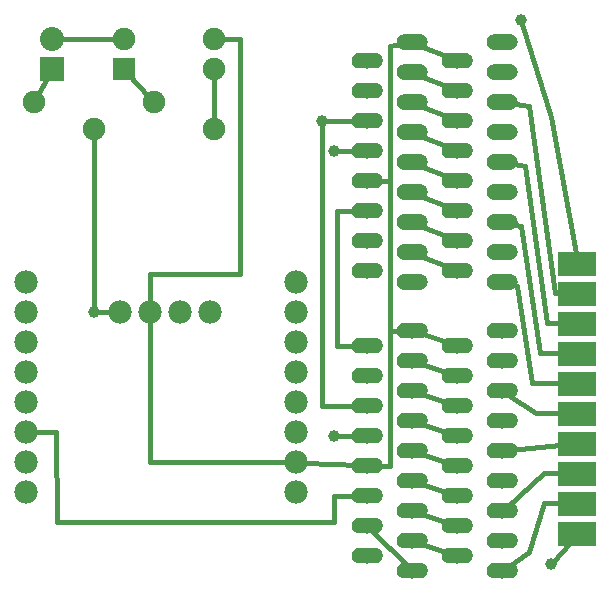
<source format=gbl>
G04 MADE WITH FRITZING*
G04 WWW.FRITZING.ORG*
G04 DOUBLE SIDED*
G04 HOLES PLATED*
G04 CONTOUR ON CENTER OF CONTOUR VECTOR*
%ASAXBY*%
%FSLAX23Y23*%
%MOIN*%
%OFA0B0*%
%SFA1.0B1.0*%
%ADD10C,0.075000*%
%ADD11C,0.077778*%
%ADD12C,0.039370*%
%ADD13C,0.080000*%
%ADD14C,0.052000*%
%ADD15C,0.078000*%
%ADD16R,0.075000X0.075000*%
%ADD17R,0.080000X0.080000*%
%ADD18R,0.127952X0.078740*%
%ADD19C,0.016000*%
%ADD20R,0.001000X0.001000*%
%LNCOPPER0*%
G90*
G70*
G54D10*
X381Y1773D03*
X681Y1773D03*
X381Y1873D03*
X681Y1873D03*
X381Y1773D03*
X681Y1773D03*
X381Y1873D03*
X681Y1873D03*
G54D11*
X56Y1061D03*
X56Y961D03*
X56Y861D03*
X56Y761D03*
X56Y661D03*
X56Y561D03*
X56Y461D03*
X56Y361D03*
X956Y361D03*
X956Y461D03*
X956Y561D03*
X956Y661D03*
X956Y761D03*
X956Y861D03*
X956Y961D03*
X956Y1061D03*
G54D12*
X1043Y1598D03*
X1081Y548D03*
X1081Y1498D03*
G54D13*
X143Y1773D03*
X143Y1873D03*
G54D12*
X281Y961D03*
X1806Y123D03*
X1706Y1936D03*
G54D10*
X81Y1661D03*
X481Y1661D03*
X81Y1661D03*
X481Y1661D03*
X281Y1573D03*
X681Y1573D03*
X281Y1573D03*
X681Y1573D03*
G54D14*
X1493Y148D03*
X1493Y248D03*
X1493Y348D03*
X1493Y448D03*
X1493Y548D03*
X1493Y648D03*
X1493Y748D03*
X1493Y848D03*
X1193Y848D03*
X1193Y748D03*
X1193Y648D03*
X1193Y548D03*
X1193Y448D03*
X1193Y348D03*
X1193Y248D03*
X1193Y148D03*
X1493Y1098D03*
X1493Y1198D03*
X1493Y1298D03*
X1493Y1398D03*
X1493Y1498D03*
X1493Y1598D03*
X1493Y1698D03*
X1493Y1798D03*
X1193Y1798D03*
X1193Y1698D03*
X1193Y1598D03*
X1193Y1498D03*
X1193Y1398D03*
X1193Y1298D03*
X1193Y1198D03*
X1193Y1098D03*
X1343Y1061D03*
X1343Y1161D03*
X1343Y1661D03*
X1343Y1761D03*
X1343Y1261D03*
X1343Y1361D03*
X1343Y1561D03*
X1343Y1461D03*
X1343Y1861D03*
X1643Y1861D03*
X1643Y1761D03*
X1643Y1661D03*
X1643Y1561D03*
X1643Y1461D03*
X1643Y1361D03*
X1643Y1261D03*
X1643Y1161D03*
X1643Y1061D03*
X1343Y1061D03*
X1343Y1161D03*
X1343Y1661D03*
X1343Y1761D03*
X1343Y1261D03*
X1343Y1361D03*
X1343Y1561D03*
X1343Y1461D03*
X1343Y1861D03*
X1643Y1861D03*
X1643Y1761D03*
X1643Y1661D03*
X1643Y1561D03*
X1643Y1461D03*
X1643Y1361D03*
X1643Y1261D03*
X1643Y1161D03*
X1643Y1061D03*
X1343Y1061D03*
X1343Y1161D03*
X1343Y1661D03*
X1343Y1761D03*
X1343Y1261D03*
X1343Y1361D03*
X1343Y1561D03*
X1343Y1461D03*
X1343Y1861D03*
X1643Y1861D03*
X1643Y1761D03*
X1643Y1661D03*
X1643Y1561D03*
X1643Y1461D03*
X1643Y1361D03*
X1643Y1261D03*
X1643Y1161D03*
X1643Y1061D03*
X1343Y98D03*
X1343Y198D03*
X1343Y698D03*
X1343Y798D03*
X1343Y298D03*
X1343Y398D03*
X1343Y598D03*
X1343Y498D03*
X1343Y898D03*
X1643Y898D03*
X1643Y798D03*
X1643Y698D03*
X1643Y598D03*
X1643Y498D03*
X1643Y398D03*
X1643Y298D03*
X1643Y198D03*
X1643Y98D03*
X1343Y98D03*
X1343Y198D03*
X1343Y698D03*
X1343Y798D03*
X1343Y298D03*
X1343Y398D03*
X1343Y598D03*
X1343Y498D03*
X1343Y898D03*
X1643Y898D03*
X1643Y798D03*
X1643Y698D03*
X1643Y598D03*
X1643Y498D03*
X1643Y398D03*
X1643Y298D03*
X1643Y198D03*
X1643Y98D03*
X1343Y98D03*
X1343Y198D03*
X1343Y698D03*
X1343Y798D03*
X1343Y298D03*
X1343Y398D03*
X1343Y598D03*
X1343Y498D03*
X1343Y898D03*
X1643Y898D03*
X1643Y798D03*
X1643Y698D03*
X1643Y598D03*
X1643Y498D03*
X1643Y398D03*
X1643Y298D03*
X1643Y198D03*
X1643Y98D03*
G54D15*
X368Y961D03*
X468Y961D03*
X568Y961D03*
X668Y961D03*
X368Y961D03*
X468Y961D03*
X568Y961D03*
X668Y961D03*
G54D16*
X381Y1773D03*
X381Y1773D03*
G54D17*
X143Y1773D03*
G54D18*
X1893Y1123D03*
X1893Y1023D03*
X1893Y823D03*
X1893Y923D03*
X1893Y623D03*
X1893Y723D03*
X1893Y523D03*
X1893Y423D03*
X1893Y323D03*
X1893Y223D03*
G54D19*
X1172Y1598D02*
X1057Y1598D01*
D02*
X1094Y548D02*
X1172Y548D01*
D02*
X1082Y347D02*
X1172Y348D01*
D02*
X157Y260D02*
X1082Y261D01*
D02*
X79Y561D02*
X156Y561D01*
D02*
X156Y561D02*
X157Y260D01*
D02*
X1082Y261D02*
X1082Y347D01*
D02*
X93Y1683D02*
X132Y1753D01*
D02*
X396Y1756D02*
X465Y1678D01*
D02*
X355Y1873D02*
X166Y1873D01*
D02*
X468Y936D02*
X468Y461D01*
D02*
X468Y461D02*
X932Y461D01*
D02*
X681Y1750D02*
X681Y1596D01*
D02*
X344Y961D02*
X294Y961D01*
D02*
X704Y1873D02*
X768Y1873D01*
D02*
X768Y1087D02*
X468Y1087D01*
D02*
X768Y1873D02*
X768Y1087D01*
D02*
X468Y1087D02*
X468Y985D01*
D02*
X1473Y1707D02*
X1363Y1752D01*
D02*
X1363Y1852D02*
X1473Y1807D01*
D02*
X1473Y1207D02*
X1363Y1252D01*
D02*
X1473Y1107D02*
X1363Y1152D01*
D02*
X1363Y1652D02*
X1473Y1607D01*
D02*
X1473Y1507D02*
X1363Y1552D01*
D02*
X1363Y1452D02*
X1473Y1407D01*
D02*
X1473Y1307D02*
X1363Y1352D01*
D02*
X1473Y455D02*
X1364Y491D01*
D02*
X1473Y355D02*
X1364Y391D01*
D02*
X1473Y255D02*
X1364Y291D01*
D02*
X1473Y155D02*
X1364Y191D01*
D02*
X1328Y114D02*
X1209Y233D01*
D02*
X1473Y755D02*
X1364Y791D01*
D02*
X1473Y655D02*
X1364Y691D01*
D02*
X1364Y591D02*
X1473Y555D01*
D02*
X1815Y133D02*
X1864Y189D01*
D02*
X1659Y313D02*
X1782Y424D01*
D02*
X1782Y424D02*
X1835Y424D01*
D02*
X1661Y111D02*
X1731Y161D01*
D02*
X1731Y161D02*
X1782Y324D01*
D02*
X1782Y324D02*
X1835Y324D01*
D02*
X1664Y1256D02*
X1705Y1247D01*
D02*
X1705Y1247D02*
X1768Y824D01*
D02*
X1664Y1055D02*
X1693Y1047D01*
D02*
X1693Y1047D02*
X1742Y724D01*
D02*
X1768Y824D02*
X1835Y824D01*
D02*
X1742Y724D02*
X1835Y724D01*
D02*
X1661Y686D02*
X1756Y624D01*
D02*
X1756Y624D02*
X1835Y624D01*
D02*
X1887Y1157D02*
X1805Y1610D01*
D02*
X1805Y1610D02*
X1710Y1923D01*
D02*
X1665Y1657D02*
X1731Y1647D01*
D02*
X1731Y1647D02*
X1819Y1024D01*
D02*
X1665Y1457D02*
X1719Y1447D01*
D02*
X1719Y1447D02*
X1793Y924D01*
D02*
X1819Y1024D02*
X1835Y1024D01*
D02*
X1793Y924D02*
X1835Y924D01*
D02*
X1670Y501D02*
X1835Y517D01*
D02*
X1093Y847D02*
X1166Y848D01*
D02*
X1093Y1298D02*
X1093Y847D01*
D02*
X1166Y1298D02*
X1093Y1298D01*
D02*
X1468Y857D02*
X1369Y890D01*
D02*
X1166Y450D02*
X985Y459D01*
D02*
X1042Y647D02*
X1043Y1579D01*
D02*
X1166Y648D02*
X1042Y647D01*
D02*
X1268Y899D02*
X1268Y447D01*
D02*
X1268Y447D02*
X1220Y448D01*
D02*
X1316Y898D02*
X1268Y899D01*
D02*
X1268Y1847D02*
X1268Y1398D01*
D02*
X1268Y1398D02*
X1220Y1398D01*
D02*
X1322Y1857D02*
X1268Y1847D01*
D02*
X1268Y1398D02*
X1268Y899D01*
D02*
X1268Y899D02*
X1316Y898D01*
D02*
X1220Y1398D02*
X1268Y1398D01*
D02*
X1166Y1498D02*
X1100Y1498D01*
D02*
X281Y1545D02*
X281Y980D01*
G54D20*
X1311Y1887D02*
X1374Y1887D01*
X1611Y1887D02*
X1674Y1887D01*
X1308Y1886D02*
X1377Y1886D01*
X1607Y1886D02*
X1677Y1886D01*
X1305Y1885D02*
X1379Y1885D01*
X1605Y1885D02*
X1679Y1885D01*
X1304Y1884D02*
X1381Y1884D01*
X1604Y1884D02*
X1681Y1884D01*
X1302Y1883D02*
X1383Y1883D01*
X1602Y1883D02*
X1683Y1883D01*
X1301Y1882D02*
X1384Y1882D01*
X1601Y1882D02*
X1684Y1882D01*
X1300Y1881D02*
X1385Y1881D01*
X1600Y1881D02*
X1685Y1881D01*
X1298Y1880D02*
X1386Y1880D01*
X1598Y1880D02*
X1686Y1880D01*
X1298Y1879D02*
X1387Y1879D01*
X1598Y1879D02*
X1687Y1879D01*
X1297Y1878D02*
X1388Y1878D01*
X1597Y1878D02*
X1688Y1878D01*
X1296Y1877D02*
X1337Y1877D01*
X1348Y1877D02*
X1389Y1877D01*
X1596Y1877D02*
X1637Y1877D01*
X1648Y1877D02*
X1689Y1877D01*
X1295Y1876D02*
X1335Y1876D01*
X1350Y1876D02*
X1390Y1876D01*
X1595Y1876D02*
X1635Y1876D01*
X1650Y1876D02*
X1690Y1876D01*
X1295Y1875D02*
X1333Y1875D01*
X1352Y1875D02*
X1390Y1875D01*
X1595Y1875D02*
X1633Y1875D01*
X1652Y1875D02*
X1690Y1875D01*
X1294Y1874D02*
X1332Y1874D01*
X1353Y1874D02*
X1391Y1874D01*
X1594Y1874D02*
X1632Y1874D01*
X1653Y1874D02*
X1691Y1874D01*
X1294Y1873D02*
X1331Y1873D01*
X1354Y1873D02*
X1391Y1873D01*
X1594Y1873D02*
X1631Y1873D01*
X1654Y1873D02*
X1691Y1873D01*
X1293Y1872D02*
X1330Y1872D01*
X1355Y1872D02*
X1392Y1872D01*
X1593Y1872D02*
X1630Y1872D01*
X1655Y1872D02*
X1692Y1872D01*
X1293Y1871D02*
X1329Y1871D01*
X1356Y1871D02*
X1392Y1871D01*
X1593Y1871D02*
X1629Y1871D01*
X1656Y1871D02*
X1692Y1871D01*
X1292Y1870D02*
X1328Y1870D01*
X1357Y1870D02*
X1393Y1870D01*
X1592Y1870D02*
X1628Y1870D01*
X1657Y1870D02*
X1693Y1870D01*
X1292Y1869D02*
X1328Y1869D01*
X1357Y1869D02*
X1393Y1869D01*
X1592Y1869D02*
X1628Y1869D01*
X1657Y1869D02*
X1693Y1869D01*
X1292Y1868D02*
X1327Y1868D01*
X1358Y1868D02*
X1393Y1868D01*
X1592Y1868D02*
X1627Y1868D01*
X1658Y1868D02*
X1693Y1868D01*
X1292Y1867D02*
X1327Y1867D01*
X1358Y1867D02*
X1393Y1867D01*
X1591Y1867D02*
X1627Y1867D01*
X1658Y1867D02*
X1693Y1867D01*
X1291Y1866D02*
X1327Y1866D01*
X1358Y1866D02*
X1394Y1866D01*
X1591Y1866D02*
X1627Y1866D01*
X1658Y1866D02*
X1694Y1866D01*
X1291Y1865D02*
X1326Y1865D01*
X1359Y1865D02*
X1394Y1865D01*
X1591Y1865D02*
X1626Y1865D01*
X1659Y1865D02*
X1694Y1865D01*
X1291Y1864D02*
X1326Y1864D01*
X1359Y1864D02*
X1394Y1864D01*
X1591Y1864D02*
X1626Y1864D01*
X1659Y1864D02*
X1694Y1864D01*
X1291Y1863D02*
X1326Y1863D01*
X1359Y1863D02*
X1394Y1863D01*
X1591Y1863D02*
X1626Y1863D01*
X1659Y1863D02*
X1694Y1863D01*
X1291Y1862D02*
X1326Y1862D01*
X1359Y1862D02*
X1394Y1862D01*
X1591Y1862D02*
X1626Y1862D01*
X1659Y1862D02*
X1694Y1862D01*
X1291Y1861D02*
X1326Y1861D01*
X1359Y1861D02*
X1394Y1861D01*
X1591Y1861D02*
X1626Y1861D01*
X1659Y1861D02*
X1694Y1861D01*
X1291Y1860D02*
X1326Y1860D01*
X1359Y1860D02*
X1394Y1860D01*
X1591Y1860D02*
X1626Y1860D01*
X1659Y1860D02*
X1694Y1860D01*
X1291Y1859D02*
X1326Y1859D01*
X1359Y1859D02*
X1394Y1859D01*
X1591Y1859D02*
X1626Y1859D01*
X1659Y1859D02*
X1694Y1859D01*
X1291Y1858D02*
X1326Y1858D01*
X1358Y1858D02*
X1394Y1858D01*
X1591Y1858D02*
X1626Y1858D01*
X1658Y1858D02*
X1694Y1858D01*
X1291Y1857D02*
X1327Y1857D01*
X1358Y1857D02*
X1393Y1857D01*
X1591Y1857D02*
X1627Y1857D01*
X1658Y1857D02*
X1693Y1857D01*
X1292Y1856D02*
X1327Y1856D01*
X1358Y1856D02*
X1393Y1856D01*
X1592Y1856D02*
X1627Y1856D01*
X1658Y1856D02*
X1693Y1856D01*
X1292Y1855D02*
X1328Y1855D01*
X1357Y1855D02*
X1393Y1855D01*
X1592Y1855D02*
X1627Y1855D01*
X1657Y1855D02*
X1693Y1855D01*
X1292Y1854D02*
X1328Y1854D01*
X1357Y1854D02*
X1393Y1854D01*
X1592Y1854D02*
X1628Y1854D01*
X1657Y1854D02*
X1693Y1854D01*
X1293Y1853D02*
X1329Y1853D01*
X1356Y1853D02*
X1392Y1853D01*
X1592Y1853D02*
X1629Y1853D01*
X1656Y1853D02*
X1692Y1853D01*
X1293Y1852D02*
X1329Y1852D01*
X1356Y1852D02*
X1392Y1852D01*
X1593Y1852D02*
X1629Y1852D01*
X1655Y1852D02*
X1692Y1852D01*
X1293Y1851D02*
X1330Y1851D01*
X1355Y1851D02*
X1392Y1851D01*
X1593Y1851D02*
X1630Y1851D01*
X1655Y1851D02*
X1691Y1851D01*
X1294Y1850D02*
X1331Y1850D01*
X1354Y1850D02*
X1391Y1850D01*
X1594Y1850D02*
X1631Y1850D01*
X1654Y1850D02*
X1691Y1850D01*
X1294Y1849D02*
X1332Y1849D01*
X1352Y1849D02*
X1390Y1849D01*
X1594Y1849D02*
X1632Y1849D01*
X1652Y1849D02*
X1690Y1849D01*
X1295Y1848D02*
X1334Y1848D01*
X1351Y1848D02*
X1390Y1848D01*
X1595Y1848D02*
X1634Y1848D01*
X1651Y1848D02*
X1690Y1848D01*
X1296Y1847D02*
X1336Y1847D01*
X1349Y1847D02*
X1389Y1847D01*
X1596Y1847D02*
X1636Y1847D01*
X1649Y1847D02*
X1689Y1847D01*
X1296Y1846D02*
X1340Y1846D01*
X1345Y1846D02*
X1388Y1846D01*
X1596Y1846D02*
X1640Y1846D01*
X1645Y1846D02*
X1688Y1846D01*
X1297Y1845D02*
X1388Y1845D01*
X1597Y1845D02*
X1688Y1845D01*
X1298Y1844D02*
X1387Y1844D01*
X1598Y1844D02*
X1687Y1844D01*
X1299Y1843D02*
X1386Y1843D01*
X1599Y1843D02*
X1686Y1843D01*
X1300Y1842D02*
X1385Y1842D01*
X1600Y1842D02*
X1685Y1842D01*
X1302Y1841D02*
X1383Y1841D01*
X1601Y1841D02*
X1683Y1841D01*
X1303Y1840D02*
X1382Y1840D01*
X1603Y1840D02*
X1682Y1840D01*
X1305Y1839D02*
X1380Y1839D01*
X1605Y1839D02*
X1680Y1839D01*
X1307Y1838D02*
X1378Y1838D01*
X1607Y1838D02*
X1678Y1838D01*
X1309Y1837D02*
X1376Y1837D01*
X1609Y1837D02*
X1676Y1837D01*
X1314Y1836D02*
X1371Y1836D01*
X1614Y1836D02*
X1671Y1836D01*
X1163Y1825D02*
X1222Y1825D01*
X1463Y1825D02*
X1522Y1825D01*
X1159Y1824D02*
X1226Y1824D01*
X1459Y1824D02*
X1526Y1824D01*
X1156Y1823D02*
X1229Y1823D01*
X1456Y1823D02*
X1529Y1823D01*
X1155Y1822D02*
X1230Y1822D01*
X1454Y1822D02*
X1530Y1822D01*
X1153Y1821D02*
X1232Y1821D01*
X1453Y1821D02*
X1532Y1821D01*
X1151Y1820D02*
X1234Y1820D01*
X1451Y1820D02*
X1533Y1820D01*
X1150Y1819D02*
X1235Y1819D01*
X1450Y1819D02*
X1535Y1819D01*
X1149Y1818D02*
X1236Y1818D01*
X1449Y1818D02*
X1536Y1818D01*
X1148Y1817D02*
X1237Y1817D01*
X1448Y1817D02*
X1537Y1817D01*
X1147Y1816D02*
X1238Y1816D01*
X1447Y1816D02*
X1538Y1816D01*
X1146Y1815D02*
X1189Y1815D01*
X1196Y1815D02*
X1239Y1815D01*
X1446Y1815D02*
X1489Y1815D01*
X1496Y1815D02*
X1539Y1815D01*
X1146Y1814D02*
X1186Y1814D01*
X1199Y1814D02*
X1239Y1814D01*
X1446Y1814D02*
X1486Y1814D01*
X1499Y1814D02*
X1539Y1814D01*
X1145Y1813D02*
X1184Y1813D01*
X1201Y1813D02*
X1240Y1813D01*
X1445Y1813D02*
X1484Y1813D01*
X1501Y1813D02*
X1540Y1813D01*
X1144Y1812D02*
X1182Y1812D01*
X1203Y1812D02*
X1241Y1812D01*
X1444Y1812D02*
X1482Y1812D01*
X1503Y1812D02*
X1540Y1812D01*
X1144Y1811D02*
X1181Y1811D01*
X1204Y1811D02*
X1241Y1811D01*
X1444Y1811D02*
X1481Y1811D01*
X1504Y1811D02*
X1541Y1811D01*
X1143Y1810D02*
X1180Y1810D01*
X1205Y1810D02*
X1242Y1810D01*
X1443Y1810D02*
X1480Y1810D01*
X1505Y1810D02*
X1542Y1810D01*
X1143Y1809D02*
X1179Y1809D01*
X1206Y1809D02*
X1242Y1809D01*
X1443Y1809D02*
X1479Y1809D01*
X1506Y1809D02*
X1542Y1809D01*
X1143Y1808D02*
X1179Y1808D01*
X1206Y1808D02*
X1242Y1808D01*
X1442Y1808D02*
X1479Y1808D01*
X1506Y1808D02*
X1542Y1808D01*
X1142Y1807D02*
X1178Y1807D01*
X1207Y1807D02*
X1243Y1807D01*
X1442Y1807D02*
X1478Y1807D01*
X1507Y1807D02*
X1543Y1807D01*
X1142Y1806D02*
X1178Y1806D01*
X1207Y1806D02*
X1243Y1806D01*
X1442Y1806D02*
X1477Y1806D01*
X1507Y1806D02*
X1543Y1806D01*
X1142Y1805D02*
X1177Y1805D01*
X1208Y1805D02*
X1243Y1805D01*
X1442Y1805D02*
X1477Y1805D01*
X1508Y1805D02*
X1543Y1805D01*
X1141Y1804D02*
X1177Y1804D01*
X1208Y1804D02*
X1244Y1804D01*
X1441Y1804D02*
X1477Y1804D01*
X1508Y1804D02*
X1543Y1804D01*
X1141Y1803D02*
X1176Y1803D01*
X1209Y1803D02*
X1244Y1803D01*
X1441Y1803D02*
X1476Y1803D01*
X1508Y1803D02*
X1544Y1803D01*
X1141Y1802D02*
X1176Y1802D01*
X1209Y1802D02*
X1244Y1802D01*
X1441Y1802D02*
X1476Y1802D01*
X1509Y1802D02*
X1544Y1802D01*
X1141Y1801D02*
X1176Y1801D01*
X1209Y1801D02*
X1244Y1801D01*
X1441Y1801D02*
X1476Y1801D01*
X1509Y1801D02*
X1544Y1801D01*
X1141Y1800D02*
X1176Y1800D01*
X1209Y1800D02*
X1244Y1800D01*
X1441Y1800D02*
X1476Y1800D01*
X1509Y1800D02*
X1544Y1800D01*
X1141Y1799D02*
X1176Y1799D01*
X1209Y1799D02*
X1244Y1799D01*
X1441Y1799D02*
X1476Y1799D01*
X1509Y1799D02*
X1544Y1799D01*
X1141Y1798D02*
X1176Y1798D01*
X1209Y1798D02*
X1244Y1798D01*
X1441Y1798D02*
X1476Y1798D01*
X1509Y1798D02*
X1544Y1798D01*
X1141Y1797D02*
X1176Y1797D01*
X1209Y1797D02*
X1244Y1797D01*
X1441Y1797D02*
X1476Y1797D01*
X1509Y1797D02*
X1544Y1797D01*
X1141Y1796D02*
X1176Y1796D01*
X1209Y1796D02*
X1244Y1796D01*
X1441Y1796D02*
X1476Y1796D01*
X1509Y1796D02*
X1544Y1796D01*
X1141Y1795D02*
X1177Y1795D01*
X1208Y1795D02*
X1244Y1795D01*
X1441Y1795D02*
X1477Y1795D01*
X1508Y1795D02*
X1544Y1795D01*
X1142Y1794D02*
X1177Y1794D01*
X1208Y1794D02*
X1243Y1794D01*
X1441Y1794D02*
X1477Y1794D01*
X1508Y1794D02*
X1543Y1794D01*
X1142Y1793D02*
X1177Y1793D01*
X1208Y1793D02*
X1243Y1793D01*
X1442Y1793D02*
X1477Y1793D01*
X1508Y1793D02*
X1543Y1793D01*
X1142Y1792D02*
X1178Y1792D01*
X1207Y1792D02*
X1243Y1792D01*
X1442Y1792D02*
X1478Y1792D01*
X1507Y1792D02*
X1543Y1792D01*
X1142Y1791D02*
X1178Y1791D01*
X1207Y1791D02*
X1243Y1791D01*
X1442Y1791D02*
X1478Y1791D01*
X1507Y1791D02*
X1543Y1791D01*
X1143Y1790D02*
X1179Y1790D01*
X1206Y1790D02*
X1242Y1790D01*
X1443Y1790D02*
X1479Y1790D01*
X1506Y1790D02*
X1542Y1790D01*
X1143Y1789D02*
X1180Y1789D01*
X1205Y1789D02*
X1242Y1789D01*
X1443Y1789D02*
X1480Y1789D01*
X1505Y1789D02*
X1542Y1789D01*
X1144Y1788D02*
X1181Y1788D01*
X1204Y1788D02*
X1241Y1788D01*
X1444Y1788D02*
X1481Y1788D01*
X1504Y1788D02*
X1541Y1788D01*
X1144Y1787D02*
X1182Y1787D01*
X1203Y1787D02*
X1241Y1787D01*
X1311Y1787D02*
X1374Y1787D01*
X1444Y1787D02*
X1482Y1787D01*
X1503Y1787D02*
X1541Y1787D01*
X1611Y1787D02*
X1674Y1787D01*
X1145Y1786D02*
X1183Y1786D01*
X1202Y1786D02*
X1240Y1786D01*
X1307Y1786D02*
X1377Y1786D01*
X1445Y1786D02*
X1483Y1786D01*
X1502Y1786D02*
X1540Y1786D01*
X1607Y1786D02*
X1677Y1786D01*
X1145Y1785D02*
X1185Y1785D01*
X1200Y1785D02*
X1240Y1785D01*
X1305Y1785D02*
X1379Y1785D01*
X1445Y1785D02*
X1485Y1785D01*
X1500Y1785D02*
X1540Y1785D01*
X1605Y1785D02*
X1679Y1785D01*
X1146Y1784D02*
X1188Y1784D01*
X1197Y1784D02*
X1239Y1784D01*
X1304Y1784D02*
X1381Y1784D01*
X1446Y1784D02*
X1488Y1784D01*
X1497Y1784D02*
X1539Y1784D01*
X1604Y1784D02*
X1681Y1784D01*
X1147Y1783D02*
X1238Y1783D01*
X1302Y1783D02*
X1383Y1783D01*
X1447Y1783D02*
X1538Y1783D01*
X1602Y1783D02*
X1683Y1783D01*
X1148Y1782D02*
X1237Y1782D01*
X1301Y1782D02*
X1384Y1782D01*
X1448Y1782D02*
X1537Y1782D01*
X1601Y1782D02*
X1684Y1782D01*
X1149Y1781D02*
X1236Y1781D01*
X1300Y1781D02*
X1385Y1781D01*
X1449Y1781D02*
X1536Y1781D01*
X1599Y1781D02*
X1685Y1781D01*
X1150Y1780D02*
X1235Y1780D01*
X1298Y1780D02*
X1386Y1780D01*
X1450Y1780D02*
X1535Y1780D01*
X1598Y1780D02*
X1686Y1780D01*
X1151Y1779D02*
X1234Y1779D01*
X1298Y1779D02*
X1387Y1779D01*
X1451Y1779D02*
X1534Y1779D01*
X1598Y1779D02*
X1687Y1779D01*
X1152Y1778D02*
X1233Y1778D01*
X1297Y1778D02*
X1388Y1778D01*
X1452Y1778D02*
X1533Y1778D01*
X1597Y1778D02*
X1688Y1778D01*
X1154Y1777D02*
X1231Y1777D01*
X1296Y1777D02*
X1337Y1777D01*
X1348Y1777D02*
X1389Y1777D01*
X1454Y1777D02*
X1531Y1777D01*
X1596Y1777D02*
X1637Y1777D01*
X1648Y1777D02*
X1689Y1777D01*
X1156Y1776D02*
X1229Y1776D01*
X1295Y1776D02*
X1335Y1776D01*
X1350Y1776D02*
X1390Y1776D01*
X1456Y1776D02*
X1529Y1776D01*
X1595Y1776D02*
X1635Y1776D01*
X1650Y1776D02*
X1690Y1776D01*
X1158Y1775D02*
X1227Y1775D01*
X1295Y1775D02*
X1333Y1775D01*
X1352Y1775D02*
X1390Y1775D01*
X1458Y1775D02*
X1527Y1775D01*
X1595Y1775D02*
X1633Y1775D01*
X1652Y1775D02*
X1690Y1775D01*
X1161Y1774D02*
X1224Y1774D01*
X1294Y1774D02*
X1332Y1774D01*
X1353Y1774D02*
X1391Y1774D01*
X1461Y1774D02*
X1524Y1774D01*
X1594Y1774D02*
X1632Y1774D01*
X1653Y1774D02*
X1691Y1774D01*
X1294Y1773D02*
X1331Y1773D01*
X1354Y1773D02*
X1391Y1773D01*
X1594Y1773D02*
X1630Y1773D01*
X1654Y1773D02*
X1691Y1773D01*
X1293Y1772D02*
X1330Y1772D01*
X1355Y1772D02*
X1392Y1772D01*
X1593Y1772D02*
X1630Y1772D01*
X1655Y1772D02*
X1692Y1772D01*
X1293Y1771D02*
X1329Y1771D01*
X1356Y1771D02*
X1392Y1771D01*
X1593Y1771D02*
X1629Y1771D01*
X1656Y1771D02*
X1692Y1771D01*
X1292Y1770D02*
X1328Y1770D01*
X1357Y1770D02*
X1393Y1770D01*
X1592Y1770D02*
X1628Y1770D01*
X1657Y1770D02*
X1693Y1770D01*
X1292Y1769D02*
X1328Y1769D01*
X1357Y1769D02*
X1393Y1769D01*
X1592Y1769D02*
X1628Y1769D01*
X1657Y1769D02*
X1693Y1769D01*
X1292Y1768D02*
X1327Y1768D01*
X1358Y1768D02*
X1393Y1768D01*
X1592Y1768D02*
X1627Y1768D01*
X1658Y1768D02*
X1693Y1768D01*
X1292Y1767D02*
X1327Y1767D01*
X1358Y1767D02*
X1393Y1767D01*
X1591Y1767D02*
X1627Y1767D01*
X1658Y1767D02*
X1693Y1767D01*
X1291Y1766D02*
X1327Y1766D01*
X1358Y1766D02*
X1394Y1766D01*
X1591Y1766D02*
X1627Y1766D01*
X1658Y1766D02*
X1694Y1766D01*
X1291Y1765D02*
X1326Y1765D01*
X1359Y1765D02*
X1394Y1765D01*
X1591Y1765D02*
X1626Y1765D01*
X1659Y1765D02*
X1694Y1765D01*
X1291Y1764D02*
X1326Y1764D01*
X1359Y1764D02*
X1394Y1764D01*
X1591Y1764D02*
X1626Y1764D01*
X1659Y1764D02*
X1694Y1764D01*
X1291Y1763D02*
X1326Y1763D01*
X1359Y1763D02*
X1394Y1763D01*
X1591Y1763D02*
X1626Y1763D01*
X1659Y1763D02*
X1694Y1763D01*
X1291Y1762D02*
X1326Y1762D01*
X1359Y1762D02*
X1394Y1762D01*
X1591Y1762D02*
X1626Y1762D01*
X1659Y1762D02*
X1694Y1762D01*
X1291Y1761D02*
X1326Y1761D01*
X1359Y1761D02*
X1394Y1761D01*
X1591Y1761D02*
X1626Y1761D01*
X1659Y1761D02*
X1694Y1761D01*
X1291Y1760D02*
X1326Y1760D01*
X1359Y1760D02*
X1394Y1760D01*
X1591Y1760D02*
X1626Y1760D01*
X1659Y1760D02*
X1694Y1760D01*
X1291Y1759D02*
X1326Y1759D01*
X1359Y1759D02*
X1394Y1759D01*
X1591Y1759D02*
X1626Y1759D01*
X1659Y1759D02*
X1694Y1759D01*
X1291Y1758D02*
X1326Y1758D01*
X1358Y1758D02*
X1394Y1758D01*
X1591Y1758D02*
X1626Y1758D01*
X1658Y1758D02*
X1694Y1758D01*
X1291Y1757D02*
X1327Y1757D01*
X1358Y1757D02*
X1393Y1757D01*
X1591Y1757D02*
X1627Y1757D01*
X1658Y1757D02*
X1693Y1757D01*
X1292Y1756D02*
X1327Y1756D01*
X1358Y1756D02*
X1393Y1756D01*
X1592Y1756D02*
X1627Y1756D01*
X1658Y1756D02*
X1693Y1756D01*
X1292Y1755D02*
X1328Y1755D01*
X1357Y1755D02*
X1393Y1755D01*
X1592Y1755D02*
X1627Y1755D01*
X1657Y1755D02*
X1693Y1755D01*
X1292Y1754D02*
X1328Y1754D01*
X1357Y1754D02*
X1393Y1754D01*
X1592Y1754D02*
X1628Y1754D01*
X1657Y1754D02*
X1693Y1754D01*
X1293Y1753D02*
X1329Y1753D01*
X1356Y1753D02*
X1392Y1753D01*
X1592Y1753D02*
X1629Y1753D01*
X1656Y1753D02*
X1692Y1753D01*
X1293Y1752D02*
X1329Y1752D01*
X1356Y1752D02*
X1392Y1752D01*
X1593Y1752D02*
X1629Y1752D01*
X1655Y1752D02*
X1692Y1752D01*
X1293Y1751D02*
X1330Y1751D01*
X1355Y1751D02*
X1392Y1751D01*
X1593Y1751D02*
X1630Y1751D01*
X1655Y1751D02*
X1691Y1751D01*
X1294Y1750D02*
X1331Y1750D01*
X1354Y1750D02*
X1391Y1750D01*
X1594Y1750D02*
X1631Y1750D01*
X1654Y1750D02*
X1691Y1750D01*
X1294Y1749D02*
X1332Y1749D01*
X1352Y1749D02*
X1390Y1749D01*
X1594Y1749D02*
X1632Y1749D01*
X1652Y1749D02*
X1690Y1749D01*
X1295Y1748D02*
X1334Y1748D01*
X1351Y1748D02*
X1390Y1748D01*
X1595Y1748D02*
X1634Y1748D01*
X1651Y1748D02*
X1690Y1748D01*
X1296Y1747D02*
X1336Y1747D01*
X1349Y1747D02*
X1389Y1747D01*
X1596Y1747D02*
X1636Y1747D01*
X1649Y1747D02*
X1689Y1747D01*
X1296Y1746D02*
X1340Y1746D01*
X1345Y1746D02*
X1388Y1746D01*
X1596Y1746D02*
X1640Y1746D01*
X1645Y1746D02*
X1688Y1746D01*
X1297Y1745D02*
X1388Y1745D01*
X1597Y1745D02*
X1688Y1745D01*
X1298Y1744D02*
X1387Y1744D01*
X1598Y1744D02*
X1687Y1744D01*
X1299Y1743D02*
X1386Y1743D01*
X1599Y1743D02*
X1686Y1743D01*
X1300Y1742D02*
X1385Y1742D01*
X1600Y1742D02*
X1685Y1742D01*
X1302Y1741D02*
X1383Y1741D01*
X1601Y1741D02*
X1683Y1741D01*
X1303Y1740D02*
X1382Y1740D01*
X1603Y1740D02*
X1682Y1740D01*
X1305Y1739D02*
X1380Y1739D01*
X1605Y1739D02*
X1680Y1739D01*
X1307Y1738D02*
X1378Y1738D01*
X1607Y1738D02*
X1678Y1738D01*
X1309Y1737D02*
X1376Y1737D01*
X1609Y1737D02*
X1676Y1737D01*
X1314Y1736D02*
X1371Y1736D01*
X1614Y1736D02*
X1671Y1736D01*
X1163Y1725D02*
X1222Y1725D01*
X1463Y1725D02*
X1522Y1725D01*
X1159Y1724D02*
X1226Y1724D01*
X1459Y1724D02*
X1526Y1724D01*
X1156Y1723D02*
X1229Y1723D01*
X1456Y1723D02*
X1529Y1723D01*
X1155Y1722D02*
X1230Y1722D01*
X1454Y1722D02*
X1530Y1722D01*
X1153Y1721D02*
X1232Y1721D01*
X1453Y1721D02*
X1532Y1721D01*
X1151Y1720D02*
X1234Y1720D01*
X1451Y1720D02*
X1534Y1720D01*
X1150Y1719D02*
X1235Y1719D01*
X1450Y1719D02*
X1535Y1719D01*
X1149Y1718D02*
X1236Y1718D01*
X1449Y1718D02*
X1536Y1718D01*
X1148Y1717D02*
X1237Y1717D01*
X1448Y1717D02*
X1537Y1717D01*
X1147Y1716D02*
X1238Y1716D01*
X1447Y1716D02*
X1538Y1716D01*
X1146Y1715D02*
X1189Y1715D01*
X1196Y1715D02*
X1239Y1715D01*
X1446Y1715D02*
X1489Y1715D01*
X1496Y1715D02*
X1539Y1715D01*
X1146Y1714D02*
X1186Y1714D01*
X1199Y1714D02*
X1239Y1714D01*
X1446Y1714D02*
X1486Y1714D01*
X1499Y1714D02*
X1539Y1714D01*
X1145Y1713D02*
X1184Y1713D01*
X1201Y1713D02*
X1240Y1713D01*
X1445Y1713D02*
X1484Y1713D01*
X1501Y1713D02*
X1540Y1713D01*
X1144Y1712D02*
X1182Y1712D01*
X1203Y1712D02*
X1241Y1712D01*
X1444Y1712D02*
X1482Y1712D01*
X1503Y1712D02*
X1540Y1712D01*
X1144Y1711D02*
X1181Y1711D01*
X1204Y1711D02*
X1241Y1711D01*
X1444Y1711D02*
X1481Y1711D01*
X1504Y1711D02*
X1541Y1711D01*
X1143Y1710D02*
X1180Y1710D01*
X1205Y1710D02*
X1242Y1710D01*
X1443Y1710D02*
X1480Y1710D01*
X1505Y1710D02*
X1542Y1710D01*
X1143Y1709D02*
X1179Y1709D01*
X1206Y1709D02*
X1242Y1709D01*
X1443Y1709D02*
X1479Y1709D01*
X1506Y1709D02*
X1542Y1709D01*
X1143Y1708D02*
X1179Y1708D01*
X1206Y1708D02*
X1242Y1708D01*
X1442Y1708D02*
X1479Y1708D01*
X1506Y1708D02*
X1542Y1708D01*
X1142Y1707D02*
X1178Y1707D01*
X1207Y1707D02*
X1243Y1707D01*
X1442Y1707D02*
X1478Y1707D01*
X1507Y1707D02*
X1543Y1707D01*
X1142Y1706D02*
X1178Y1706D01*
X1208Y1706D02*
X1243Y1706D01*
X1442Y1706D02*
X1477Y1706D01*
X1507Y1706D02*
X1543Y1706D01*
X1142Y1705D02*
X1177Y1705D01*
X1208Y1705D02*
X1243Y1705D01*
X1442Y1705D02*
X1477Y1705D01*
X1508Y1705D02*
X1543Y1705D01*
X1141Y1704D02*
X1177Y1704D01*
X1208Y1704D02*
X1244Y1704D01*
X1441Y1704D02*
X1477Y1704D01*
X1508Y1704D02*
X1543Y1704D01*
X1141Y1703D02*
X1176Y1703D01*
X1209Y1703D02*
X1244Y1703D01*
X1441Y1703D02*
X1476Y1703D01*
X1508Y1703D02*
X1544Y1703D01*
X1141Y1702D02*
X1176Y1702D01*
X1209Y1702D02*
X1244Y1702D01*
X1441Y1702D02*
X1476Y1702D01*
X1509Y1702D02*
X1544Y1702D01*
X1141Y1701D02*
X1176Y1701D01*
X1209Y1701D02*
X1244Y1701D01*
X1441Y1701D02*
X1476Y1701D01*
X1509Y1701D02*
X1544Y1701D01*
X1141Y1700D02*
X1176Y1700D01*
X1209Y1700D02*
X1244Y1700D01*
X1441Y1700D02*
X1476Y1700D01*
X1509Y1700D02*
X1544Y1700D01*
X1141Y1699D02*
X1176Y1699D01*
X1209Y1699D02*
X1244Y1699D01*
X1441Y1699D02*
X1476Y1699D01*
X1509Y1699D02*
X1544Y1699D01*
X1141Y1698D02*
X1176Y1698D01*
X1209Y1698D02*
X1244Y1698D01*
X1441Y1698D02*
X1476Y1698D01*
X1509Y1698D02*
X1544Y1698D01*
X1141Y1697D02*
X1176Y1697D01*
X1209Y1697D02*
X1244Y1697D01*
X1441Y1697D02*
X1476Y1697D01*
X1509Y1697D02*
X1544Y1697D01*
X1141Y1696D02*
X1176Y1696D01*
X1209Y1696D02*
X1244Y1696D01*
X1441Y1696D02*
X1476Y1696D01*
X1509Y1696D02*
X1544Y1696D01*
X1141Y1695D02*
X1177Y1695D01*
X1208Y1695D02*
X1244Y1695D01*
X1441Y1695D02*
X1477Y1695D01*
X1508Y1695D02*
X1544Y1695D01*
X1142Y1694D02*
X1177Y1694D01*
X1208Y1694D02*
X1243Y1694D01*
X1441Y1694D02*
X1477Y1694D01*
X1508Y1694D02*
X1543Y1694D01*
X1142Y1693D02*
X1177Y1693D01*
X1208Y1693D02*
X1243Y1693D01*
X1442Y1693D02*
X1477Y1693D01*
X1508Y1693D02*
X1543Y1693D01*
X1142Y1692D02*
X1178Y1692D01*
X1207Y1692D02*
X1243Y1692D01*
X1442Y1692D02*
X1478Y1692D01*
X1507Y1692D02*
X1543Y1692D01*
X1142Y1691D02*
X1178Y1691D01*
X1207Y1691D02*
X1243Y1691D01*
X1442Y1691D02*
X1478Y1691D01*
X1507Y1691D02*
X1543Y1691D01*
X1143Y1690D02*
X1179Y1690D01*
X1206Y1690D02*
X1242Y1690D01*
X1443Y1690D02*
X1479Y1690D01*
X1506Y1690D02*
X1542Y1690D01*
X1143Y1689D02*
X1180Y1689D01*
X1205Y1689D02*
X1242Y1689D01*
X1443Y1689D02*
X1480Y1689D01*
X1505Y1689D02*
X1542Y1689D01*
X1144Y1688D02*
X1181Y1688D01*
X1204Y1688D02*
X1241Y1688D01*
X1444Y1688D02*
X1481Y1688D01*
X1504Y1688D02*
X1541Y1688D01*
X1144Y1687D02*
X1182Y1687D01*
X1203Y1687D02*
X1241Y1687D01*
X1311Y1687D02*
X1374Y1687D01*
X1444Y1687D02*
X1482Y1687D01*
X1503Y1687D02*
X1541Y1687D01*
X1610Y1687D02*
X1674Y1687D01*
X1145Y1686D02*
X1183Y1686D01*
X1202Y1686D02*
X1240Y1686D01*
X1307Y1686D02*
X1378Y1686D01*
X1445Y1686D02*
X1483Y1686D01*
X1502Y1686D02*
X1540Y1686D01*
X1607Y1686D02*
X1677Y1686D01*
X1145Y1685D02*
X1185Y1685D01*
X1200Y1685D02*
X1240Y1685D01*
X1305Y1685D02*
X1380Y1685D01*
X1445Y1685D02*
X1485Y1685D01*
X1500Y1685D02*
X1540Y1685D01*
X1605Y1685D02*
X1679Y1685D01*
X1146Y1684D02*
X1188Y1684D01*
X1197Y1684D02*
X1239Y1684D01*
X1304Y1684D02*
X1381Y1684D01*
X1446Y1684D02*
X1488Y1684D01*
X1497Y1684D02*
X1539Y1684D01*
X1603Y1684D02*
X1681Y1684D01*
X1147Y1683D02*
X1238Y1683D01*
X1302Y1683D02*
X1383Y1683D01*
X1447Y1683D02*
X1538Y1683D01*
X1602Y1683D02*
X1683Y1683D01*
X1148Y1682D02*
X1237Y1682D01*
X1301Y1682D02*
X1384Y1682D01*
X1448Y1682D02*
X1537Y1682D01*
X1601Y1682D02*
X1684Y1682D01*
X1149Y1681D02*
X1236Y1681D01*
X1300Y1681D02*
X1385Y1681D01*
X1449Y1681D02*
X1536Y1681D01*
X1599Y1681D02*
X1685Y1681D01*
X1150Y1680D02*
X1235Y1680D01*
X1298Y1680D02*
X1387Y1680D01*
X1450Y1680D02*
X1535Y1680D01*
X1598Y1680D02*
X1686Y1680D01*
X1151Y1679D02*
X1234Y1679D01*
X1298Y1679D02*
X1387Y1679D01*
X1451Y1679D02*
X1534Y1679D01*
X1598Y1679D02*
X1687Y1679D01*
X1152Y1678D02*
X1233Y1678D01*
X1297Y1678D02*
X1388Y1678D01*
X1452Y1678D02*
X1533Y1678D01*
X1597Y1678D02*
X1688Y1678D01*
X1154Y1677D02*
X1231Y1677D01*
X1296Y1677D02*
X1337Y1677D01*
X1348Y1677D02*
X1389Y1677D01*
X1454Y1677D02*
X1531Y1677D01*
X1596Y1677D02*
X1637Y1677D01*
X1648Y1677D02*
X1689Y1677D01*
X1156Y1676D02*
X1229Y1676D01*
X1295Y1676D02*
X1335Y1676D01*
X1350Y1676D02*
X1390Y1676D01*
X1456Y1676D02*
X1529Y1676D01*
X1595Y1676D02*
X1635Y1676D01*
X1650Y1676D02*
X1690Y1676D01*
X1158Y1675D02*
X1227Y1675D01*
X1295Y1675D02*
X1333Y1675D01*
X1352Y1675D02*
X1390Y1675D01*
X1458Y1675D02*
X1527Y1675D01*
X1595Y1675D02*
X1633Y1675D01*
X1652Y1675D02*
X1690Y1675D01*
X1161Y1674D02*
X1224Y1674D01*
X1294Y1674D02*
X1332Y1674D01*
X1353Y1674D02*
X1391Y1674D01*
X1461Y1674D02*
X1524Y1674D01*
X1594Y1674D02*
X1632Y1674D01*
X1653Y1674D02*
X1691Y1674D01*
X1294Y1673D02*
X1331Y1673D01*
X1354Y1673D02*
X1391Y1673D01*
X1594Y1673D02*
X1630Y1673D01*
X1654Y1673D02*
X1691Y1673D01*
X1293Y1672D02*
X1330Y1672D01*
X1355Y1672D02*
X1392Y1672D01*
X1593Y1672D02*
X1630Y1672D01*
X1655Y1672D02*
X1692Y1672D01*
X1293Y1671D02*
X1329Y1671D01*
X1356Y1671D02*
X1392Y1671D01*
X1593Y1671D02*
X1629Y1671D01*
X1656Y1671D02*
X1692Y1671D01*
X1292Y1670D02*
X1328Y1670D01*
X1357Y1670D02*
X1393Y1670D01*
X1592Y1670D02*
X1628Y1670D01*
X1657Y1670D02*
X1693Y1670D01*
X1292Y1669D02*
X1328Y1669D01*
X1357Y1669D02*
X1393Y1669D01*
X1592Y1669D02*
X1628Y1669D01*
X1657Y1669D02*
X1693Y1669D01*
X1292Y1668D02*
X1327Y1668D01*
X1358Y1668D02*
X1393Y1668D01*
X1592Y1668D02*
X1627Y1668D01*
X1658Y1668D02*
X1693Y1668D01*
X1292Y1667D02*
X1327Y1667D01*
X1358Y1667D02*
X1393Y1667D01*
X1591Y1667D02*
X1627Y1667D01*
X1658Y1667D02*
X1693Y1667D01*
X1291Y1666D02*
X1327Y1666D01*
X1358Y1666D02*
X1394Y1666D01*
X1591Y1666D02*
X1627Y1666D01*
X1658Y1666D02*
X1694Y1666D01*
X1291Y1665D02*
X1326Y1665D01*
X1359Y1665D02*
X1394Y1665D01*
X1591Y1665D02*
X1626Y1665D01*
X1659Y1665D02*
X1694Y1665D01*
X1291Y1664D02*
X1326Y1664D01*
X1359Y1664D02*
X1394Y1664D01*
X1591Y1664D02*
X1626Y1664D01*
X1659Y1664D02*
X1694Y1664D01*
X1291Y1663D02*
X1326Y1663D01*
X1359Y1663D02*
X1394Y1663D01*
X1591Y1663D02*
X1626Y1663D01*
X1659Y1663D02*
X1694Y1663D01*
X1291Y1662D02*
X1326Y1662D01*
X1359Y1662D02*
X1394Y1662D01*
X1591Y1662D02*
X1626Y1662D01*
X1659Y1662D02*
X1694Y1662D01*
X1291Y1661D02*
X1326Y1661D01*
X1359Y1661D02*
X1394Y1661D01*
X1591Y1661D02*
X1626Y1661D01*
X1659Y1661D02*
X1694Y1661D01*
X1291Y1660D02*
X1326Y1660D01*
X1359Y1660D02*
X1394Y1660D01*
X1591Y1660D02*
X1626Y1660D01*
X1659Y1660D02*
X1694Y1660D01*
X1291Y1659D02*
X1326Y1659D01*
X1359Y1659D02*
X1394Y1659D01*
X1591Y1659D02*
X1626Y1659D01*
X1659Y1659D02*
X1694Y1659D01*
X1291Y1658D02*
X1326Y1658D01*
X1358Y1658D02*
X1394Y1658D01*
X1591Y1658D02*
X1626Y1658D01*
X1658Y1658D02*
X1694Y1658D01*
X1291Y1657D02*
X1327Y1657D01*
X1358Y1657D02*
X1393Y1657D01*
X1591Y1657D02*
X1627Y1657D01*
X1658Y1657D02*
X1693Y1657D01*
X1292Y1656D02*
X1327Y1656D01*
X1358Y1656D02*
X1393Y1656D01*
X1592Y1656D02*
X1627Y1656D01*
X1658Y1656D02*
X1693Y1656D01*
X1292Y1655D02*
X1328Y1655D01*
X1357Y1655D02*
X1393Y1655D01*
X1592Y1655D02*
X1627Y1655D01*
X1657Y1655D02*
X1693Y1655D01*
X1292Y1654D02*
X1328Y1654D01*
X1357Y1654D02*
X1393Y1654D01*
X1592Y1654D02*
X1628Y1654D01*
X1657Y1654D02*
X1693Y1654D01*
X1293Y1653D02*
X1329Y1653D01*
X1356Y1653D02*
X1392Y1653D01*
X1592Y1653D02*
X1629Y1653D01*
X1656Y1653D02*
X1692Y1653D01*
X1293Y1652D02*
X1329Y1652D01*
X1355Y1652D02*
X1392Y1652D01*
X1593Y1652D02*
X1629Y1652D01*
X1655Y1652D02*
X1692Y1652D01*
X1293Y1651D02*
X1330Y1651D01*
X1355Y1651D02*
X1392Y1651D01*
X1593Y1651D02*
X1630Y1651D01*
X1655Y1651D02*
X1691Y1651D01*
X1294Y1650D02*
X1331Y1650D01*
X1354Y1650D02*
X1391Y1650D01*
X1594Y1650D02*
X1631Y1650D01*
X1654Y1650D02*
X1691Y1650D01*
X1295Y1649D02*
X1333Y1649D01*
X1352Y1649D02*
X1390Y1649D01*
X1594Y1649D02*
X1632Y1649D01*
X1652Y1649D02*
X1690Y1649D01*
X1295Y1648D02*
X1334Y1648D01*
X1351Y1648D02*
X1390Y1648D01*
X1595Y1648D02*
X1634Y1648D01*
X1651Y1648D02*
X1690Y1648D01*
X1296Y1647D02*
X1336Y1647D01*
X1349Y1647D02*
X1389Y1647D01*
X1596Y1647D02*
X1636Y1647D01*
X1649Y1647D02*
X1689Y1647D01*
X1297Y1646D02*
X1340Y1646D01*
X1344Y1646D02*
X1388Y1646D01*
X1596Y1646D02*
X1640Y1646D01*
X1644Y1646D02*
X1688Y1646D01*
X1297Y1645D02*
X1388Y1645D01*
X1597Y1645D02*
X1688Y1645D01*
X1298Y1644D02*
X1387Y1644D01*
X1598Y1644D02*
X1687Y1644D01*
X1299Y1643D02*
X1386Y1643D01*
X1599Y1643D02*
X1686Y1643D01*
X1300Y1642D02*
X1385Y1642D01*
X1600Y1642D02*
X1684Y1642D01*
X1302Y1641D02*
X1383Y1641D01*
X1601Y1641D02*
X1683Y1641D01*
X1303Y1640D02*
X1382Y1640D01*
X1603Y1640D02*
X1682Y1640D01*
X1305Y1639D02*
X1380Y1639D01*
X1605Y1639D02*
X1680Y1639D01*
X1307Y1638D02*
X1378Y1638D01*
X1607Y1638D02*
X1678Y1638D01*
X1309Y1637D02*
X1376Y1637D01*
X1609Y1637D02*
X1676Y1637D01*
X1314Y1636D02*
X1371Y1636D01*
X1614Y1636D02*
X1671Y1636D01*
X1163Y1625D02*
X1222Y1625D01*
X1463Y1625D02*
X1522Y1625D01*
X1159Y1624D02*
X1226Y1624D01*
X1459Y1624D02*
X1526Y1624D01*
X1156Y1623D02*
X1229Y1623D01*
X1456Y1623D02*
X1529Y1623D01*
X1154Y1622D02*
X1231Y1622D01*
X1454Y1622D02*
X1530Y1622D01*
X1153Y1621D02*
X1232Y1621D01*
X1453Y1621D02*
X1532Y1621D01*
X1151Y1620D02*
X1234Y1620D01*
X1451Y1620D02*
X1534Y1620D01*
X1150Y1619D02*
X1235Y1619D01*
X1450Y1619D02*
X1535Y1619D01*
X1149Y1618D02*
X1236Y1618D01*
X1449Y1618D02*
X1536Y1618D01*
X1148Y1617D02*
X1237Y1617D01*
X1448Y1617D02*
X1537Y1617D01*
X1147Y1616D02*
X1238Y1616D01*
X1447Y1616D02*
X1538Y1616D01*
X1146Y1615D02*
X1189Y1615D01*
X1196Y1615D02*
X1239Y1615D01*
X1446Y1615D02*
X1489Y1615D01*
X1496Y1615D02*
X1539Y1615D01*
X1146Y1614D02*
X1186Y1614D01*
X1199Y1614D02*
X1239Y1614D01*
X1445Y1614D02*
X1486Y1614D01*
X1499Y1614D02*
X1539Y1614D01*
X1145Y1613D02*
X1184Y1613D01*
X1201Y1613D02*
X1240Y1613D01*
X1445Y1613D02*
X1484Y1613D01*
X1501Y1613D02*
X1540Y1613D01*
X1144Y1612D02*
X1182Y1612D01*
X1203Y1612D02*
X1241Y1612D01*
X1444Y1612D02*
X1482Y1612D01*
X1503Y1612D02*
X1541Y1612D01*
X1144Y1611D02*
X1181Y1611D01*
X1204Y1611D02*
X1241Y1611D01*
X1444Y1611D02*
X1481Y1611D01*
X1504Y1611D02*
X1541Y1611D01*
X1143Y1610D02*
X1180Y1610D01*
X1205Y1610D02*
X1242Y1610D01*
X1443Y1610D02*
X1480Y1610D01*
X1505Y1610D02*
X1542Y1610D01*
X1143Y1609D02*
X1179Y1609D01*
X1206Y1609D02*
X1242Y1609D01*
X1443Y1609D02*
X1479Y1609D01*
X1506Y1609D02*
X1542Y1609D01*
X1143Y1608D02*
X1179Y1608D01*
X1206Y1608D02*
X1242Y1608D01*
X1442Y1608D02*
X1479Y1608D01*
X1506Y1608D02*
X1542Y1608D01*
X1142Y1607D02*
X1178Y1607D01*
X1207Y1607D02*
X1243Y1607D01*
X1442Y1607D02*
X1478Y1607D01*
X1507Y1607D02*
X1543Y1607D01*
X1142Y1606D02*
X1177Y1606D01*
X1208Y1606D02*
X1243Y1606D01*
X1442Y1606D02*
X1477Y1606D01*
X1507Y1606D02*
X1543Y1606D01*
X1142Y1605D02*
X1177Y1605D01*
X1208Y1605D02*
X1243Y1605D01*
X1442Y1605D02*
X1477Y1605D01*
X1508Y1605D02*
X1543Y1605D01*
X1141Y1604D02*
X1177Y1604D01*
X1208Y1604D02*
X1244Y1604D01*
X1441Y1604D02*
X1477Y1604D01*
X1508Y1604D02*
X1543Y1604D01*
X1141Y1603D02*
X1176Y1603D01*
X1209Y1603D02*
X1244Y1603D01*
X1441Y1603D02*
X1476Y1603D01*
X1508Y1603D02*
X1544Y1603D01*
X1141Y1602D02*
X1176Y1602D01*
X1209Y1602D02*
X1244Y1602D01*
X1441Y1602D02*
X1476Y1602D01*
X1509Y1602D02*
X1544Y1602D01*
X1141Y1601D02*
X1176Y1601D01*
X1209Y1601D02*
X1244Y1601D01*
X1441Y1601D02*
X1476Y1601D01*
X1509Y1601D02*
X1544Y1601D01*
X1141Y1600D02*
X1176Y1600D01*
X1209Y1600D02*
X1244Y1600D01*
X1441Y1600D02*
X1476Y1600D01*
X1509Y1600D02*
X1544Y1600D01*
X1141Y1599D02*
X1176Y1599D01*
X1209Y1599D02*
X1244Y1599D01*
X1441Y1599D02*
X1476Y1599D01*
X1509Y1599D02*
X1544Y1599D01*
X1141Y1598D02*
X1176Y1598D01*
X1209Y1598D02*
X1244Y1598D01*
X1441Y1598D02*
X1476Y1598D01*
X1509Y1598D02*
X1544Y1598D01*
X1141Y1597D02*
X1176Y1597D01*
X1209Y1597D02*
X1244Y1597D01*
X1441Y1597D02*
X1476Y1597D01*
X1509Y1597D02*
X1544Y1597D01*
X1141Y1596D02*
X1176Y1596D01*
X1209Y1596D02*
X1244Y1596D01*
X1441Y1596D02*
X1476Y1596D01*
X1509Y1596D02*
X1544Y1596D01*
X1141Y1595D02*
X1177Y1595D01*
X1208Y1595D02*
X1244Y1595D01*
X1441Y1595D02*
X1477Y1595D01*
X1508Y1595D02*
X1544Y1595D01*
X1142Y1594D02*
X1177Y1594D01*
X1208Y1594D02*
X1243Y1594D01*
X1442Y1594D02*
X1477Y1594D01*
X1508Y1594D02*
X1543Y1594D01*
X1142Y1593D02*
X1177Y1593D01*
X1208Y1593D02*
X1243Y1593D01*
X1442Y1593D02*
X1477Y1593D01*
X1508Y1593D02*
X1543Y1593D01*
X1142Y1592D02*
X1178Y1592D01*
X1207Y1592D02*
X1243Y1592D01*
X1442Y1592D02*
X1478Y1592D01*
X1507Y1592D02*
X1543Y1592D01*
X1142Y1591D02*
X1178Y1591D01*
X1207Y1591D02*
X1243Y1591D01*
X1442Y1591D02*
X1478Y1591D01*
X1506Y1591D02*
X1543Y1591D01*
X1143Y1590D02*
X1179Y1590D01*
X1206Y1590D02*
X1242Y1590D01*
X1443Y1590D02*
X1479Y1590D01*
X1506Y1590D02*
X1542Y1590D01*
X1143Y1589D02*
X1180Y1589D01*
X1205Y1589D02*
X1242Y1589D01*
X1443Y1589D02*
X1480Y1589D01*
X1505Y1589D02*
X1542Y1589D01*
X1144Y1588D02*
X1181Y1588D01*
X1204Y1588D02*
X1241Y1588D01*
X1444Y1588D02*
X1481Y1588D01*
X1504Y1588D02*
X1541Y1588D01*
X1144Y1587D02*
X1182Y1587D01*
X1203Y1587D02*
X1241Y1587D01*
X1310Y1587D02*
X1374Y1587D01*
X1444Y1587D02*
X1482Y1587D01*
X1503Y1587D02*
X1541Y1587D01*
X1610Y1587D02*
X1674Y1587D01*
X1145Y1586D02*
X1183Y1586D01*
X1202Y1586D02*
X1240Y1586D01*
X1307Y1586D02*
X1378Y1586D01*
X1445Y1586D02*
X1483Y1586D01*
X1502Y1586D02*
X1540Y1586D01*
X1607Y1586D02*
X1677Y1586D01*
X1145Y1585D02*
X1185Y1585D01*
X1200Y1585D02*
X1240Y1585D01*
X1305Y1585D02*
X1380Y1585D01*
X1445Y1585D02*
X1485Y1585D01*
X1500Y1585D02*
X1540Y1585D01*
X1605Y1585D02*
X1680Y1585D01*
X1146Y1584D02*
X1188Y1584D01*
X1197Y1584D02*
X1239Y1584D01*
X1303Y1584D02*
X1381Y1584D01*
X1446Y1584D02*
X1488Y1584D01*
X1497Y1584D02*
X1539Y1584D01*
X1603Y1584D02*
X1681Y1584D01*
X1147Y1583D02*
X1238Y1583D01*
X1302Y1583D02*
X1383Y1583D01*
X1447Y1583D02*
X1538Y1583D01*
X1602Y1583D02*
X1683Y1583D01*
X1148Y1582D02*
X1237Y1582D01*
X1301Y1582D02*
X1384Y1582D01*
X1448Y1582D02*
X1537Y1582D01*
X1601Y1582D02*
X1684Y1582D01*
X1149Y1581D02*
X1236Y1581D01*
X1299Y1581D02*
X1385Y1581D01*
X1449Y1581D02*
X1536Y1581D01*
X1599Y1581D02*
X1685Y1581D01*
X1150Y1580D02*
X1235Y1580D01*
X1298Y1580D02*
X1387Y1580D01*
X1450Y1580D02*
X1535Y1580D01*
X1598Y1580D02*
X1686Y1580D01*
X1151Y1579D02*
X1234Y1579D01*
X1298Y1579D02*
X1387Y1579D01*
X1451Y1579D02*
X1534Y1579D01*
X1597Y1579D02*
X1687Y1579D01*
X1152Y1578D02*
X1233Y1578D01*
X1297Y1578D02*
X1388Y1578D01*
X1452Y1578D02*
X1533Y1578D01*
X1597Y1578D02*
X1688Y1578D01*
X1154Y1577D02*
X1231Y1577D01*
X1296Y1577D02*
X1337Y1577D01*
X1348Y1577D02*
X1389Y1577D01*
X1454Y1577D02*
X1531Y1577D01*
X1596Y1577D02*
X1637Y1577D01*
X1648Y1577D02*
X1689Y1577D01*
X1156Y1576D02*
X1229Y1576D01*
X1295Y1576D02*
X1335Y1576D01*
X1350Y1576D02*
X1390Y1576D01*
X1456Y1576D02*
X1529Y1576D01*
X1595Y1576D02*
X1635Y1576D01*
X1650Y1576D02*
X1690Y1576D01*
X1158Y1575D02*
X1227Y1575D01*
X1295Y1575D02*
X1333Y1575D01*
X1352Y1575D02*
X1390Y1575D01*
X1458Y1575D02*
X1527Y1575D01*
X1595Y1575D02*
X1633Y1575D01*
X1652Y1575D02*
X1690Y1575D01*
X1161Y1574D02*
X1224Y1574D01*
X1294Y1574D02*
X1332Y1574D01*
X1353Y1574D02*
X1391Y1574D01*
X1461Y1574D02*
X1524Y1574D01*
X1594Y1574D02*
X1632Y1574D01*
X1653Y1574D02*
X1691Y1574D01*
X1294Y1573D02*
X1331Y1573D01*
X1354Y1573D02*
X1391Y1573D01*
X1593Y1573D02*
X1630Y1573D01*
X1654Y1573D02*
X1691Y1573D01*
X1293Y1572D02*
X1330Y1572D01*
X1355Y1572D02*
X1392Y1572D01*
X1593Y1572D02*
X1630Y1572D01*
X1655Y1572D02*
X1692Y1572D01*
X1293Y1571D02*
X1329Y1571D01*
X1356Y1571D02*
X1392Y1571D01*
X1593Y1571D02*
X1629Y1571D01*
X1656Y1571D02*
X1692Y1571D01*
X1292Y1570D02*
X1328Y1570D01*
X1357Y1570D02*
X1393Y1570D01*
X1592Y1570D02*
X1628Y1570D01*
X1657Y1570D02*
X1693Y1570D01*
X1292Y1569D02*
X1328Y1569D01*
X1357Y1569D02*
X1393Y1569D01*
X1592Y1569D02*
X1628Y1569D01*
X1657Y1569D02*
X1693Y1569D01*
X1292Y1568D02*
X1327Y1568D01*
X1358Y1568D02*
X1393Y1568D01*
X1592Y1568D02*
X1627Y1568D01*
X1658Y1568D02*
X1693Y1568D01*
X1292Y1567D02*
X1327Y1567D01*
X1358Y1567D02*
X1393Y1567D01*
X1591Y1567D02*
X1627Y1567D01*
X1658Y1567D02*
X1693Y1567D01*
X1291Y1566D02*
X1327Y1566D01*
X1358Y1566D02*
X1394Y1566D01*
X1591Y1566D02*
X1627Y1566D01*
X1658Y1566D02*
X1694Y1566D01*
X1291Y1565D02*
X1326Y1565D01*
X1359Y1565D02*
X1394Y1565D01*
X1591Y1565D02*
X1626Y1565D01*
X1659Y1565D02*
X1694Y1565D01*
X1291Y1564D02*
X1326Y1564D01*
X1359Y1564D02*
X1394Y1564D01*
X1591Y1564D02*
X1626Y1564D01*
X1659Y1564D02*
X1694Y1564D01*
X1291Y1563D02*
X1326Y1563D01*
X1359Y1563D02*
X1394Y1563D01*
X1591Y1563D02*
X1626Y1563D01*
X1659Y1563D02*
X1694Y1563D01*
X1291Y1562D02*
X1326Y1562D01*
X1359Y1562D02*
X1394Y1562D01*
X1591Y1562D02*
X1626Y1562D01*
X1659Y1562D02*
X1694Y1562D01*
X1291Y1561D02*
X1326Y1561D01*
X1359Y1561D02*
X1394Y1561D01*
X1591Y1561D02*
X1626Y1561D01*
X1659Y1561D02*
X1694Y1561D01*
X1291Y1560D02*
X1326Y1560D01*
X1359Y1560D02*
X1394Y1560D01*
X1591Y1560D02*
X1626Y1560D01*
X1659Y1560D02*
X1694Y1560D01*
X1291Y1559D02*
X1326Y1559D01*
X1359Y1559D02*
X1394Y1559D01*
X1591Y1559D02*
X1626Y1559D01*
X1659Y1559D02*
X1694Y1559D01*
X1291Y1558D02*
X1326Y1558D01*
X1358Y1558D02*
X1394Y1558D01*
X1591Y1558D02*
X1626Y1558D01*
X1658Y1558D02*
X1694Y1558D01*
X1291Y1557D02*
X1327Y1557D01*
X1358Y1557D02*
X1393Y1557D01*
X1591Y1557D02*
X1627Y1557D01*
X1658Y1557D02*
X1693Y1557D01*
X1292Y1556D02*
X1327Y1556D01*
X1358Y1556D02*
X1393Y1556D01*
X1592Y1556D02*
X1627Y1556D01*
X1658Y1556D02*
X1693Y1556D01*
X1292Y1555D02*
X1328Y1555D01*
X1357Y1555D02*
X1393Y1555D01*
X1592Y1555D02*
X1628Y1555D01*
X1657Y1555D02*
X1693Y1555D01*
X1292Y1554D02*
X1328Y1554D01*
X1357Y1554D02*
X1393Y1554D01*
X1592Y1554D02*
X1628Y1554D01*
X1657Y1554D02*
X1693Y1554D01*
X1293Y1553D02*
X1329Y1553D01*
X1356Y1553D02*
X1392Y1553D01*
X1592Y1553D02*
X1629Y1553D01*
X1656Y1553D02*
X1692Y1553D01*
X1293Y1552D02*
X1329Y1552D01*
X1355Y1552D02*
X1392Y1552D01*
X1593Y1552D02*
X1629Y1552D01*
X1655Y1552D02*
X1692Y1552D01*
X1293Y1551D02*
X1330Y1551D01*
X1355Y1551D02*
X1391Y1551D01*
X1593Y1551D02*
X1630Y1551D01*
X1655Y1551D02*
X1691Y1551D01*
X1294Y1550D02*
X1331Y1550D01*
X1354Y1550D02*
X1391Y1550D01*
X1594Y1550D02*
X1631Y1550D01*
X1654Y1550D02*
X1691Y1550D01*
X1295Y1549D02*
X1333Y1549D01*
X1352Y1549D02*
X1390Y1549D01*
X1594Y1549D02*
X1632Y1549D01*
X1652Y1549D02*
X1690Y1549D01*
X1295Y1548D02*
X1334Y1548D01*
X1351Y1548D02*
X1390Y1548D01*
X1595Y1548D02*
X1634Y1548D01*
X1651Y1548D02*
X1690Y1548D01*
X1296Y1547D02*
X1336Y1547D01*
X1349Y1547D02*
X1389Y1547D01*
X1596Y1547D02*
X1636Y1547D01*
X1649Y1547D02*
X1689Y1547D01*
X1297Y1546D02*
X1341Y1546D01*
X1344Y1546D02*
X1388Y1546D01*
X1596Y1546D02*
X1641Y1546D01*
X1644Y1546D02*
X1688Y1546D01*
X1297Y1545D02*
X1388Y1545D01*
X1597Y1545D02*
X1688Y1545D01*
X1298Y1544D02*
X1387Y1544D01*
X1598Y1544D02*
X1687Y1544D01*
X1299Y1543D02*
X1386Y1543D01*
X1599Y1543D02*
X1686Y1543D01*
X1300Y1542D02*
X1385Y1542D01*
X1600Y1542D02*
X1684Y1542D01*
X1302Y1541D02*
X1383Y1541D01*
X1602Y1541D02*
X1683Y1541D01*
X1303Y1540D02*
X1382Y1540D01*
X1603Y1540D02*
X1682Y1540D01*
X1305Y1539D02*
X1380Y1539D01*
X1605Y1539D02*
X1680Y1539D01*
X1307Y1538D02*
X1378Y1538D01*
X1607Y1538D02*
X1678Y1538D01*
X1309Y1537D02*
X1375Y1537D01*
X1609Y1537D02*
X1675Y1537D01*
X1315Y1536D02*
X1370Y1536D01*
X1615Y1536D02*
X1670Y1536D01*
X1163Y1525D02*
X1222Y1525D01*
X1463Y1525D02*
X1522Y1525D01*
X1159Y1524D02*
X1226Y1524D01*
X1459Y1524D02*
X1526Y1524D01*
X1156Y1523D02*
X1229Y1523D01*
X1456Y1523D02*
X1529Y1523D01*
X1154Y1522D02*
X1231Y1522D01*
X1454Y1522D02*
X1531Y1522D01*
X1153Y1521D02*
X1232Y1521D01*
X1453Y1521D02*
X1532Y1521D01*
X1151Y1520D02*
X1234Y1520D01*
X1451Y1520D02*
X1534Y1520D01*
X1150Y1519D02*
X1235Y1519D01*
X1450Y1519D02*
X1535Y1519D01*
X1149Y1518D02*
X1236Y1518D01*
X1449Y1518D02*
X1536Y1518D01*
X1148Y1517D02*
X1237Y1517D01*
X1448Y1517D02*
X1537Y1517D01*
X1147Y1516D02*
X1238Y1516D01*
X1447Y1516D02*
X1538Y1516D01*
X1146Y1515D02*
X1189Y1515D01*
X1196Y1515D02*
X1239Y1515D01*
X1446Y1515D02*
X1489Y1515D01*
X1496Y1515D02*
X1539Y1515D01*
X1146Y1514D02*
X1186Y1514D01*
X1199Y1514D02*
X1239Y1514D01*
X1445Y1514D02*
X1485Y1514D01*
X1499Y1514D02*
X1539Y1514D01*
X1145Y1513D02*
X1184Y1513D01*
X1201Y1513D02*
X1240Y1513D01*
X1445Y1513D02*
X1484Y1513D01*
X1501Y1513D02*
X1540Y1513D01*
X1144Y1512D02*
X1182Y1512D01*
X1203Y1512D02*
X1241Y1512D01*
X1444Y1512D02*
X1482Y1512D01*
X1503Y1512D02*
X1541Y1512D01*
X1144Y1511D02*
X1181Y1511D01*
X1204Y1511D02*
X1241Y1511D01*
X1444Y1511D02*
X1481Y1511D01*
X1504Y1511D02*
X1541Y1511D01*
X1143Y1510D02*
X1180Y1510D01*
X1205Y1510D02*
X1242Y1510D01*
X1443Y1510D02*
X1480Y1510D01*
X1505Y1510D02*
X1542Y1510D01*
X1143Y1509D02*
X1179Y1509D01*
X1206Y1509D02*
X1242Y1509D01*
X1443Y1509D02*
X1479Y1509D01*
X1506Y1509D02*
X1542Y1509D01*
X1143Y1508D02*
X1179Y1508D01*
X1206Y1508D02*
X1243Y1508D01*
X1442Y1508D02*
X1479Y1508D01*
X1506Y1508D02*
X1542Y1508D01*
X1142Y1507D02*
X1178Y1507D01*
X1207Y1507D02*
X1243Y1507D01*
X1442Y1507D02*
X1478Y1507D01*
X1507Y1507D02*
X1543Y1507D01*
X1142Y1506D02*
X1177Y1506D01*
X1208Y1506D02*
X1243Y1506D01*
X1442Y1506D02*
X1477Y1506D01*
X1507Y1506D02*
X1543Y1506D01*
X1142Y1505D02*
X1177Y1505D01*
X1208Y1505D02*
X1243Y1505D01*
X1442Y1505D02*
X1477Y1505D01*
X1508Y1505D02*
X1543Y1505D01*
X1141Y1504D02*
X1177Y1504D01*
X1208Y1504D02*
X1244Y1504D01*
X1441Y1504D02*
X1477Y1504D01*
X1508Y1504D02*
X1543Y1504D01*
X1141Y1503D02*
X1176Y1503D01*
X1209Y1503D02*
X1244Y1503D01*
X1441Y1503D02*
X1476Y1503D01*
X1508Y1503D02*
X1544Y1503D01*
X1141Y1502D02*
X1176Y1502D01*
X1209Y1502D02*
X1244Y1502D01*
X1441Y1502D02*
X1476Y1502D01*
X1509Y1502D02*
X1544Y1502D01*
X1141Y1501D02*
X1176Y1501D01*
X1209Y1501D02*
X1244Y1501D01*
X1441Y1501D02*
X1476Y1501D01*
X1509Y1501D02*
X1544Y1501D01*
X1141Y1500D02*
X1176Y1500D01*
X1209Y1500D02*
X1244Y1500D01*
X1441Y1500D02*
X1476Y1500D01*
X1509Y1500D02*
X1544Y1500D01*
X1141Y1499D02*
X1176Y1499D01*
X1209Y1499D02*
X1244Y1499D01*
X1441Y1499D02*
X1476Y1499D01*
X1509Y1499D02*
X1544Y1499D01*
X1141Y1498D02*
X1176Y1498D01*
X1209Y1498D02*
X1244Y1498D01*
X1441Y1498D02*
X1476Y1498D01*
X1509Y1498D02*
X1544Y1498D01*
X1141Y1497D02*
X1176Y1497D01*
X1209Y1497D02*
X1244Y1497D01*
X1441Y1497D02*
X1476Y1497D01*
X1509Y1497D02*
X1544Y1497D01*
X1141Y1496D02*
X1176Y1496D01*
X1209Y1496D02*
X1244Y1496D01*
X1441Y1496D02*
X1476Y1496D01*
X1509Y1496D02*
X1544Y1496D01*
X1141Y1495D02*
X1177Y1495D01*
X1208Y1495D02*
X1244Y1495D01*
X1441Y1495D02*
X1477Y1495D01*
X1508Y1495D02*
X1544Y1495D01*
X1142Y1494D02*
X1177Y1494D01*
X1208Y1494D02*
X1243Y1494D01*
X1442Y1494D02*
X1477Y1494D01*
X1508Y1494D02*
X1543Y1494D01*
X1142Y1493D02*
X1177Y1493D01*
X1208Y1493D02*
X1243Y1493D01*
X1442Y1493D02*
X1477Y1493D01*
X1508Y1493D02*
X1543Y1493D01*
X1142Y1492D02*
X1178Y1492D01*
X1207Y1492D02*
X1243Y1492D01*
X1442Y1492D02*
X1478Y1492D01*
X1507Y1492D02*
X1543Y1492D01*
X1142Y1491D02*
X1178Y1491D01*
X1207Y1491D02*
X1243Y1491D01*
X1442Y1491D02*
X1478Y1491D01*
X1506Y1491D02*
X1543Y1491D01*
X1143Y1490D02*
X1179Y1490D01*
X1206Y1490D02*
X1242Y1490D01*
X1443Y1490D02*
X1479Y1490D01*
X1506Y1490D02*
X1542Y1490D01*
X1143Y1489D02*
X1180Y1489D01*
X1205Y1489D02*
X1242Y1489D01*
X1443Y1489D02*
X1480Y1489D01*
X1505Y1489D02*
X1542Y1489D01*
X1144Y1488D02*
X1181Y1488D01*
X1204Y1488D02*
X1241Y1488D01*
X1444Y1488D02*
X1481Y1488D01*
X1504Y1488D02*
X1541Y1488D01*
X1144Y1487D02*
X1182Y1487D01*
X1203Y1487D02*
X1241Y1487D01*
X1310Y1487D02*
X1375Y1487D01*
X1444Y1487D02*
X1482Y1487D01*
X1503Y1487D02*
X1541Y1487D01*
X1610Y1487D02*
X1675Y1487D01*
X1145Y1486D02*
X1183Y1486D01*
X1202Y1486D02*
X1240Y1486D01*
X1307Y1486D02*
X1378Y1486D01*
X1445Y1486D02*
X1483Y1486D01*
X1502Y1486D02*
X1540Y1486D01*
X1607Y1486D02*
X1678Y1486D01*
X1145Y1485D02*
X1185Y1485D01*
X1200Y1485D02*
X1240Y1485D01*
X1305Y1485D02*
X1380Y1485D01*
X1445Y1485D02*
X1485Y1485D01*
X1500Y1485D02*
X1540Y1485D01*
X1605Y1485D02*
X1680Y1485D01*
X1146Y1484D02*
X1188Y1484D01*
X1197Y1484D02*
X1239Y1484D01*
X1303Y1484D02*
X1381Y1484D01*
X1446Y1484D02*
X1488Y1484D01*
X1497Y1484D02*
X1539Y1484D01*
X1603Y1484D02*
X1681Y1484D01*
X1147Y1483D02*
X1238Y1483D01*
X1302Y1483D02*
X1383Y1483D01*
X1447Y1483D02*
X1538Y1483D01*
X1602Y1483D02*
X1683Y1483D01*
X1148Y1482D02*
X1237Y1482D01*
X1301Y1482D02*
X1384Y1482D01*
X1448Y1482D02*
X1537Y1482D01*
X1601Y1482D02*
X1684Y1482D01*
X1149Y1481D02*
X1236Y1481D01*
X1299Y1481D02*
X1385Y1481D01*
X1449Y1481D02*
X1536Y1481D01*
X1599Y1481D02*
X1685Y1481D01*
X1150Y1480D02*
X1235Y1480D01*
X1298Y1480D02*
X1387Y1480D01*
X1450Y1480D02*
X1535Y1480D01*
X1598Y1480D02*
X1686Y1480D01*
X1151Y1479D02*
X1234Y1479D01*
X1298Y1479D02*
X1387Y1479D01*
X1451Y1479D02*
X1534Y1479D01*
X1597Y1479D02*
X1687Y1479D01*
X1152Y1478D02*
X1233Y1478D01*
X1297Y1478D02*
X1388Y1478D01*
X1452Y1478D02*
X1533Y1478D01*
X1597Y1478D02*
X1688Y1478D01*
X1154Y1477D02*
X1231Y1477D01*
X1296Y1477D02*
X1337Y1477D01*
X1348Y1477D02*
X1389Y1477D01*
X1454Y1477D02*
X1531Y1477D01*
X1596Y1477D02*
X1637Y1477D01*
X1648Y1477D02*
X1689Y1477D01*
X1156Y1476D02*
X1229Y1476D01*
X1295Y1476D02*
X1335Y1476D01*
X1350Y1476D02*
X1390Y1476D01*
X1456Y1476D02*
X1529Y1476D01*
X1595Y1476D02*
X1635Y1476D01*
X1650Y1476D02*
X1690Y1476D01*
X1158Y1475D02*
X1227Y1475D01*
X1295Y1475D02*
X1333Y1475D01*
X1352Y1475D02*
X1390Y1475D01*
X1458Y1475D02*
X1527Y1475D01*
X1595Y1475D02*
X1633Y1475D01*
X1652Y1475D02*
X1690Y1475D01*
X1161Y1474D02*
X1224Y1474D01*
X1294Y1474D02*
X1332Y1474D01*
X1353Y1474D02*
X1391Y1474D01*
X1461Y1474D02*
X1523Y1474D01*
X1594Y1474D02*
X1632Y1474D01*
X1653Y1474D02*
X1691Y1474D01*
X1294Y1473D02*
X1331Y1473D01*
X1354Y1473D02*
X1391Y1473D01*
X1593Y1473D02*
X1630Y1473D01*
X1654Y1473D02*
X1691Y1473D01*
X1293Y1472D02*
X1330Y1472D01*
X1355Y1472D02*
X1392Y1472D01*
X1593Y1472D02*
X1630Y1472D01*
X1655Y1472D02*
X1692Y1472D01*
X1293Y1471D02*
X1329Y1471D01*
X1356Y1471D02*
X1392Y1471D01*
X1593Y1471D02*
X1629Y1471D01*
X1656Y1471D02*
X1692Y1471D01*
X1292Y1470D02*
X1328Y1470D01*
X1357Y1470D02*
X1393Y1470D01*
X1592Y1470D02*
X1628Y1470D01*
X1657Y1470D02*
X1693Y1470D01*
X1292Y1469D02*
X1328Y1469D01*
X1357Y1469D02*
X1393Y1469D01*
X1592Y1469D02*
X1628Y1469D01*
X1657Y1469D02*
X1693Y1469D01*
X1292Y1468D02*
X1327Y1468D01*
X1358Y1468D02*
X1393Y1468D01*
X1592Y1468D02*
X1627Y1468D01*
X1658Y1468D02*
X1693Y1468D01*
X1292Y1467D02*
X1327Y1467D01*
X1358Y1467D02*
X1393Y1467D01*
X1591Y1467D02*
X1627Y1467D01*
X1658Y1467D02*
X1693Y1467D01*
X1291Y1466D02*
X1327Y1466D01*
X1358Y1466D02*
X1394Y1466D01*
X1591Y1466D02*
X1626Y1466D01*
X1658Y1466D02*
X1694Y1466D01*
X1291Y1465D02*
X1326Y1465D01*
X1359Y1465D02*
X1394Y1465D01*
X1591Y1465D02*
X1626Y1465D01*
X1659Y1465D02*
X1694Y1465D01*
X1291Y1464D02*
X1326Y1464D01*
X1359Y1464D02*
X1394Y1464D01*
X1591Y1464D02*
X1626Y1464D01*
X1659Y1464D02*
X1694Y1464D01*
X1291Y1463D02*
X1326Y1463D01*
X1359Y1463D02*
X1394Y1463D01*
X1591Y1463D02*
X1626Y1463D01*
X1659Y1463D02*
X1694Y1463D01*
X1291Y1462D02*
X1326Y1462D01*
X1359Y1462D02*
X1394Y1462D01*
X1591Y1462D02*
X1626Y1462D01*
X1659Y1462D02*
X1694Y1462D01*
X1291Y1461D02*
X1326Y1461D01*
X1359Y1461D02*
X1394Y1461D01*
X1591Y1461D02*
X1626Y1461D01*
X1659Y1461D02*
X1694Y1461D01*
X1291Y1460D02*
X1326Y1460D01*
X1359Y1460D02*
X1394Y1460D01*
X1591Y1460D02*
X1626Y1460D01*
X1659Y1460D02*
X1694Y1460D01*
X1291Y1459D02*
X1326Y1459D01*
X1359Y1459D02*
X1394Y1459D01*
X1591Y1459D02*
X1626Y1459D01*
X1659Y1459D02*
X1694Y1459D01*
X1291Y1458D02*
X1327Y1458D01*
X1358Y1458D02*
X1394Y1458D01*
X1591Y1458D02*
X1626Y1458D01*
X1658Y1458D02*
X1694Y1458D01*
X1291Y1457D02*
X1327Y1457D01*
X1358Y1457D02*
X1393Y1457D01*
X1591Y1457D02*
X1627Y1457D01*
X1658Y1457D02*
X1693Y1457D01*
X1292Y1456D02*
X1327Y1456D01*
X1358Y1456D02*
X1393Y1456D01*
X1592Y1456D02*
X1627Y1456D01*
X1658Y1456D02*
X1693Y1456D01*
X1292Y1455D02*
X1328Y1455D01*
X1357Y1455D02*
X1393Y1455D01*
X1592Y1455D02*
X1628Y1455D01*
X1657Y1455D02*
X1693Y1455D01*
X1292Y1454D02*
X1328Y1454D01*
X1357Y1454D02*
X1393Y1454D01*
X1592Y1454D02*
X1628Y1454D01*
X1657Y1454D02*
X1693Y1454D01*
X1293Y1453D02*
X1329Y1453D01*
X1356Y1453D02*
X1392Y1453D01*
X1593Y1453D02*
X1629Y1453D01*
X1656Y1453D02*
X1692Y1453D01*
X1293Y1452D02*
X1329Y1452D01*
X1355Y1452D02*
X1392Y1452D01*
X1593Y1452D02*
X1629Y1452D01*
X1655Y1452D02*
X1692Y1452D01*
X1293Y1451D02*
X1330Y1451D01*
X1355Y1451D02*
X1391Y1451D01*
X1593Y1451D02*
X1630Y1451D01*
X1655Y1451D02*
X1691Y1451D01*
X1294Y1450D02*
X1331Y1450D01*
X1354Y1450D02*
X1391Y1450D01*
X1594Y1450D02*
X1631Y1450D01*
X1653Y1450D02*
X1691Y1450D01*
X1295Y1449D02*
X1333Y1449D01*
X1352Y1449D02*
X1390Y1449D01*
X1594Y1449D02*
X1632Y1449D01*
X1652Y1449D02*
X1690Y1449D01*
X1295Y1448D02*
X1334Y1448D01*
X1351Y1448D02*
X1390Y1448D01*
X1595Y1448D02*
X1634Y1448D01*
X1651Y1448D02*
X1690Y1448D01*
X1296Y1447D02*
X1336Y1447D01*
X1349Y1447D02*
X1389Y1447D01*
X1596Y1447D02*
X1636Y1447D01*
X1649Y1447D02*
X1689Y1447D01*
X1297Y1446D02*
X1341Y1446D01*
X1344Y1446D02*
X1388Y1446D01*
X1596Y1446D02*
X1641Y1446D01*
X1644Y1446D02*
X1688Y1446D01*
X1297Y1445D02*
X1388Y1445D01*
X1597Y1445D02*
X1687Y1445D01*
X1298Y1444D02*
X1387Y1444D01*
X1598Y1444D02*
X1687Y1444D01*
X1299Y1443D02*
X1386Y1443D01*
X1599Y1443D02*
X1686Y1443D01*
X1300Y1442D02*
X1385Y1442D01*
X1600Y1442D02*
X1684Y1442D01*
X1302Y1441D02*
X1383Y1441D01*
X1602Y1441D02*
X1683Y1441D01*
X1303Y1440D02*
X1382Y1440D01*
X1603Y1440D02*
X1682Y1440D01*
X1305Y1439D02*
X1380Y1439D01*
X1605Y1439D02*
X1680Y1439D01*
X1307Y1438D02*
X1378Y1438D01*
X1607Y1438D02*
X1678Y1438D01*
X1310Y1437D02*
X1375Y1437D01*
X1609Y1437D02*
X1675Y1437D01*
X1315Y1436D02*
X1370Y1436D01*
X1615Y1436D02*
X1670Y1436D01*
X1163Y1425D02*
X1222Y1425D01*
X1462Y1425D02*
X1522Y1425D01*
X1159Y1424D02*
X1226Y1424D01*
X1459Y1424D02*
X1526Y1424D01*
X1156Y1423D02*
X1229Y1423D01*
X1456Y1423D02*
X1529Y1423D01*
X1154Y1422D02*
X1231Y1422D01*
X1454Y1422D02*
X1531Y1422D01*
X1153Y1421D02*
X1232Y1421D01*
X1452Y1421D02*
X1532Y1421D01*
X1151Y1420D02*
X1234Y1420D01*
X1451Y1420D02*
X1534Y1420D01*
X1150Y1419D02*
X1235Y1419D01*
X1450Y1419D02*
X1535Y1419D01*
X1149Y1418D02*
X1236Y1418D01*
X1449Y1418D02*
X1536Y1418D01*
X1148Y1417D02*
X1237Y1417D01*
X1448Y1417D02*
X1537Y1417D01*
X1147Y1416D02*
X1238Y1416D01*
X1447Y1416D02*
X1538Y1416D01*
X1146Y1415D02*
X1189Y1415D01*
X1196Y1415D02*
X1239Y1415D01*
X1446Y1415D02*
X1488Y1415D01*
X1496Y1415D02*
X1539Y1415D01*
X1146Y1414D02*
X1186Y1414D01*
X1199Y1414D02*
X1239Y1414D01*
X1445Y1414D02*
X1485Y1414D01*
X1499Y1414D02*
X1539Y1414D01*
X1145Y1413D02*
X1184Y1413D01*
X1201Y1413D02*
X1240Y1413D01*
X1445Y1413D02*
X1484Y1413D01*
X1501Y1413D02*
X1540Y1413D01*
X1144Y1412D02*
X1182Y1412D01*
X1203Y1412D02*
X1241Y1412D01*
X1444Y1412D02*
X1482Y1412D01*
X1503Y1412D02*
X1541Y1412D01*
X1144Y1411D02*
X1181Y1411D01*
X1204Y1411D02*
X1241Y1411D01*
X1444Y1411D02*
X1481Y1411D01*
X1504Y1411D02*
X1541Y1411D01*
X1143Y1410D02*
X1180Y1410D01*
X1205Y1410D02*
X1242Y1410D01*
X1443Y1410D02*
X1480Y1410D01*
X1505Y1410D02*
X1542Y1410D01*
X1143Y1409D02*
X1179Y1409D01*
X1206Y1409D02*
X1242Y1409D01*
X1443Y1409D02*
X1479Y1409D01*
X1506Y1409D02*
X1542Y1409D01*
X1142Y1408D02*
X1179Y1408D01*
X1206Y1408D02*
X1243Y1408D01*
X1442Y1408D02*
X1478Y1408D01*
X1506Y1408D02*
X1542Y1408D01*
X1142Y1407D02*
X1178Y1407D01*
X1207Y1407D02*
X1243Y1407D01*
X1442Y1407D02*
X1478Y1407D01*
X1507Y1407D02*
X1543Y1407D01*
X1142Y1406D02*
X1177Y1406D01*
X1208Y1406D02*
X1243Y1406D01*
X1442Y1406D02*
X1477Y1406D01*
X1507Y1406D02*
X1543Y1406D01*
X1142Y1405D02*
X1177Y1405D01*
X1208Y1405D02*
X1243Y1405D01*
X1442Y1405D02*
X1477Y1405D01*
X1508Y1405D02*
X1543Y1405D01*
X1141Y1404D02*
X1177Y1404D01*
X1208Y1404D02*
X1244Y1404D01*
X1441Y1404D02*
X1477Y1404D01*
X1508Y1404D02*
X1543Y1404D01*
X1141Y1403D02*
X1176Y1403D01*
X1209Y1403D02*
X1244Y1403D01*
X1441Y1403D02*
X1476Y1403D01*
X1508Y1403D02*
X1544Y1403D01*
X1141Y1402D02*
X1176Y1402D01*
X1209Y1402D02*
X1244Y1402D01*
X1441Y1402D02*
X1476Y1402D01*
X1509Y1402D02*
X1544Y1402D01*
X1141Y1401D02*
X1176Y1401D01*
X1209Y1401D02*
X1244Y1401D01*
X1441Y1401D02*
X1476Y1401D01*
X1509Y1401D02*
X1544Y1401D01*
X1141Y1400D02*
X1176Y1400D01*
X1209Y1400D02*
X1244Y1400D01*
X1441Y1400D02*
X1476Y1400D01*
X1509Y1400D02*
X1544Y1400D01*
X1141Y1399D02*
X1176Y1399D01*
X1209Y1399D02*
X1244Y1399D01*
X1441Y1399D02*
X1476Y1399D01*
X1509Y1399D02*
X1544Y1399D01*
X1141Y1398D02*
X1176Y1398D01*
X1209Y1398D02*
X1244Y1398D01*
X1441Y1398D02*
X1476Y1398D01*
X1509Y1398D02*
X1544Y1398D01*
X1141Y1397D02*
X1176Y1397D01*
X1209Y1397D02*
X1244Y1397D01*
X1441Y1397D02*
X1476Y1397D01*
X1509Y1397D02*
X1544Y1397D01*
X1141Y1396D02*
X1176Y1396D01*
X1209Y1396D02*
X1244Y1396D01*
X1441Y1396D02*
X1476Y1396D01*
X1509Y1396D02*
X1544Y1396D01*
X1141Y1395D02*
X1177Y1395D01*
X1208Y1395D02*
X1244Y1395D01*
X1441Y1395D02*
X1477Y1395D01*
X1508Y1395D02*
X1544Y1395D01*
X1142Y1394D02*
X1177Y1394D01*
X1208Y1394D02*
X1243Y1394D01*
X1442Y1394D02*
X1477Y1394D01*
X1508Y1394D02*
X1543Y1394D01*
X1142Y1393D02*
X1177Y1393D01*
X1208Y1393D02*
X1243Y1393D01*
X1442Y1393D02*
X1477Y1393D01*
X1508Y1393D02*
X1543Y1393D01*
X1142Y1392D02*
X1178Y1392D01*
X1207Y1392D02*
X1243Y1392D01*
X1442Y1392D02*
X1478Y1392D01*
X1507Y1392D02*
X1543Y1392D01*
X1142Y1391D02*
X1178Y1391D01*
X1207Y1391D02*
X1243Y1391D01*
X1442Y1391D02*
X1478Y1391D01*
X1506Y1391D02*
X1543Y1391D01*
X1143Y1390D02*
X1179Y1390D01*
X1206Y1390D02*
X1242Y1390D01*
X1443Y1390D02*
X1479Y1390D01*
X1506Y1390D02*
X1542Y1390D01*
X1143Y1389D02*
X1180Y1389D01*
X1205Y1389D02*
X1242Y1389D01*
X1443Y1389D02*
X1480Y1389D01*
X1505Y1389D02*
X1542Y1389D01*
X1144Y1388D02*
X1181Y1388D01*
X1204Y1388D02*
X1241Y1388D01*
X1444Y1388D02*
X1481Y1388D01*
X1504Y1388D02*
X1541Y1388D01*
X1144Y1387D02*
X1182Y1387D01*
X1203Y1387D02*
X1241Y1387D01*
X1310Y1387D02*
X1375Y1387D01*
X1444Y1387D02*
X1482Y1387D01*
X1503Y1387D02*
X1541Y1387D01*
X1610Y1387D02*
X1675Y1387D01*
X1145Y1386D02*
X1183Y1386D01*
X1202Y1386D02*
X1240Y1386D01*
X1307Y1386D02*
X1378Y1386D01*
X1445Y1386D02*
X1483Y1386D01*
X1502Y1386D02*
X1540Y1386D01*
X1607Y1386D02*
X1678Y1386D01*
X1145Y1385D02*
X1185Y1385D01*
X1200Y1385D02*
X1240Y1385D01*
X1305Y1385D02*
X1380Y1385D01*
X1445Y1385D02*
X1485Y1385D01*
X1500Y1385D02*
X1540Y1385D01*
X1605Y1385D02*
X1680Y1385D01*
X1146Y1384D02*
X1188Y1384D01*
X1197Y1384D02*
X1239Y1384D01*
X1303Y1384D02*
X1382Y1384D01*
X1446Y1384D02*
X1488Y1384D01*
X1497Y1384D02*
X1539Y1384D01*
X1603Y1384D02*
X1681Y1384D01*
X1147Y1383D02*
X1238Y1383D01*
X1302Y1383D02*
X1383Y1383D01*
X1447Y1383D02*
X1538Y1383D01*
X1602Y1383D02*
X1683Y1383D01*
X1148Y1382D02*
X1237Y1382D01*
X1301Y1382D02*
X1384Y1382D01*
X1448Y1382D02*
X1537Y1382D01*
X1601Y1382D02*
X1684Y1382D01*
X1149Y1381D02*
X1236Y1381D01*
X1299Y1381D02*
X1385Y1381D01*
X1449Y1381D02*
X1536Y1381D01*
X1599Y1381D02*
X1685Y1381D01*
X1150Y1380D02*
X1235Y1380D01*
X1298Y1380D02*
X1387Y1380D01*
X1450Y1380D02*
X1535Y1380D01*
X1598Y1380D02*
X1687Y1380D01*
X1151Y1379D02*
X1234Y1379D01*
X1298Y1379D02*
X1387Y1379D01*
X1451Y1379D02*
X1534Y1379D01*
X1597Y1379D02*
X1687Y1379D01*
X1152Y1378D02*
X1233Y1378D01*
X1297Y1378D02*
X1388Y1378D01*
X1452Y1378D02*
X1533Y1378D01*
X1597Y1378D02*
X1688Y1378D01*
X1154Y1377D02*
X1231Y1377D01*
X1296Y1377D02*
X1337Y1377D01*
X1348Y1377D02*
X1389Y1377D01*
X1454Y1377D02*
X1531Y1377D01*
X1596Y1377D02*
X1637Y1377D01*
X1648Y1377D02*
X1689Y1377D01*
X1156Y1376D02*
X1229Y1376D01*
X1295Y1376D02*
X1335Y1376D01*
X1350Y1376D02*
X1390Y1376D01*
X1456Y1376D02*
X1529Y1376D01*
X1595Y1376D02*
X1634Y1376D01*
X1650Y1376D02*
X1690Y1376D01*
X1158Y1375D02*
X1227Y1375D01*
X1295Y1375D02*
X1333Y1375D01*
X1352Y1375D02*
X1390Y1375D01*
X1458Y1375D02*
X1527Y1375D01*
X1595Y1375D02*
X1633Y1375D01*
X1652Y1375D02*
X1690Y1375D01*
X1162Y1374D02*
X1223Y1374D01*
X1294Y1374D02*
X1332Y1374D01*
X1353Y1374D02*
X1391Y1374D01*
X1461Y1374D02*
X1523Y1374D01*
X1594Y1374D02*
X1632Y1374D01*
X1653Y1374D02*
X1691Y1374D01*
X1294Y1373D02*
X1330Y1373D01*
X1354Y1373D02*
X1391Y1373D01*
X1593Y1373D02*
X1630Y1373D01*
X1654Y1373D02*
X1691Y1373D01*
X1293Y1372D02*
X1330Y1372D01*
X1355Y1372D02*
X1392Y1372D01*
X1593Y1372D02*
X1630Y1372D01*
X1655Y1372D02*
X1692Y1372D01*
X1293Y1371D02*
X1329Y1371D01*
X1356Y1371D02*
X1392Y1371D01*
X1593Y1371D02*
X1629Y1371D01*
X1656Y1371D02*
X1692Y1371D01*
X1292Y1370D02*
X1328Y1370D01*
X1357Y1370D02*
X1393Y1370D01*
X1592Y1370D02*
X1628Y1370D01*
X1657Y1370D02*
X1693Y1370D01*
X1292Y1369D02*
X1328Y1369D01*
X1357Y1369D02*
X1393Y1369D01*
X1592Y1369D02*
X1628Y1369D01*
X1657Y1369D02*
X1693Y1369D01*
X1292Y1368D02*
X1327Y1368D01*
X1358Y1368D02*
X1393Y1368D01*
X1592Y1368D02*
X1627Y1368D01*
X1658Y1368D02*
X1693Y1368D01*
X1291Y1367D02*
X1327Y1367D01*
X1358Y1367D02*
X1393Y1367D01*
X1591Y1367D02*
X1627Y1367D01*
X1658Y1367D02*
X1693Y1367D01*
X1291Y1366D02*
X1327Y1366D01*
X1358Y1366D02*
X1394Y1366D01*
X1591Y1366D02*
X1626Y1366D01*
X1658Y1366D02*
X1694Y1366D01*
X1291Y1365D02*
X1326Y1365D01*
X1359Y1365D02*
X1394Y1365D01*
X1591Y1365D02*
X1626Y1365D01*
X1659Y1365D02*
X1694Y1365D01*
X1291Y1364D02*
X1326Y1364D01*
X1359Y1364D02*
X1394Y1364D01*
X1591Y1364D02*
X1626Y1364D01*
X1659Y1364D02*
X1694Y1364D01*
X1291Y1363D02*
X1326Y1363D01*
X1359Y1363D02*
X1394Y1363D01*
X1591Y1363D02*
X1626Y1363D01*
X1659Y1363D02*
X1694Y1363D01*
X1291Y1362D02*
X1326Y1362D01*
X1359Y1362D02*
X1394Y1362D01*
X1591Y1362D02*
X1626Y1362D01*
X1659Y1362D02*
X1694Y1362D01*
X1291Y1361D02*
X1326Y1361D01*
X1359Y1361D02*
X1394Y1361D01*
X1591Y1361D02*
X1626Y1361D01*
X1659Y1361D02*
X1694Y1361D01*
X1291Y1360D02*
X1326Y1360D01*
X1359Y1360D02*
X1394Y1360D01*
X1591Y1360D02*
X1626Y1360D01*
X1659Y1360D02*
X1694Y1360D01*
X1291Y1359D02*
X1326Y1359D01*
X1359Y1359D02*
X1394Y1359D01*
X1591Y1359D02*
X1626Y1359D01*
X1659Y1359D02*
X1694Y1359D01*
X1291Y1358D02*
X1327Y1358D01*
X1358Y1358D02*
X1394Y1358D01*
X1591Y1358D02*
X1626Y1358D01*
X1658Y1358D02*
X1694Y1358D01*
X1291Y1357D02*
X1327Y1357D01*
X1358Y1357D02*
X1393Y1357D01*
X1591Y1357D02*
X1627Y1357D01*
X1658Y1357D02*
X1693Y1357D01*
X1292Y1356D02*
X1327Y1356D01*
X1358Y1356D02*
X1393Y1356D01*
X1592Y1356D02*
X1627Y1356D01*
X1658Y1356D02*
X1693Y1356D01*
X1292Y1355D02*
X1328Y1355D01*
X1357Y1355D02*
X1393Y1355D01*
X1592Y1355D02*
X1628Y1355D01*
X1657Y1355D02*
X1693Y1355D01*
X1292Y1354D02*
X1328Y1354D01*
X1357Y1354D02*
X1393Y1354D01*
X1592Y1354D02*
X1628Y1354D01*
X1657Y1354D02*
X1693Y1354D01*
X1293Y1353D02*
X1329Y1353D01*
X1356Y1353D02*
X1392Y1353D01*
X1593Y1353D02*
X1629Y1353D01*
X1656Y1353D02*
X1692Y1353D01*
X1293Y1352D02*
X1330Y1352D01*
X1355Y1352D02*
X1392Y1352D01*
X1593Y1352D02*
X1629Y1352D01*
X1655Y1352D02*
X1692Y1352D01*
X1293Y1351D02*
X1330Y1351D01*
X1355Y1351D02*
X1391Y1351D01*
X1593Y1351D02*
X1630Y1351D01*
X1655Y1351D02*
X1691Y1351D01*
X1294Y1350D02*
X1331Y1350D01*
X1354Y1350D02*
X1391Y1350D01*
X1594Y1350D02*
X1631Y1350D01*
X1653Y1350D02*
X1691Y1350D01*
X1295Y1349D02*
X1333Y1349D01*
X1352Y1349D02*
X1390Y1349D01*
X1594Y1349D02*
X1633Y1349D01*
X1652Y1349D02*
X1690Y1349D01*
X1295Y1348D02*
X1334Y1348D01*
X1351Y1348D02*
X1390Y1348D01*
X1595Y1348D02*
X1634Y1348D01*
X1651Y1348D02*
X1690Y1348D01*
X1296Y1347D02*
X1336Y1347D01*
X1349Y1347D02*
X1389Y1347D01*
X1596Y1347D02*
X1636Y1347D01*
X1649Y1347D02*
X1689Y1347D01*
X1297Y1346D02*
X1341Y1346D01*
X1344Y1346D02*
X1388Y1346D01*
X1596Y1346D02*
X1641Y1346D01*
X1644Y1346D02*
X1688Y1346D01*
X1297Y1345D02*
X1388Y1345D01*
X1597Y1345D02*
X1687Y1345D01*
X1298Y1344D02*
X1387Y1344D01*
X1598Y1344D02*
X1687Y1344D01*
X1299Y1343D02*
X1386Y1343D01*
X1599Y1343D02*
X1686Y1343D01*
X1300Y1342D02*
X1384Y1342D01*
X1600Y1342D02*
X1684Y1342D01*
X1302Y1341D02*
X1383Y1341D01*
X1602Y1341D02*
X1683Y1341D01*
X1303Y1340D02*
X1382Y1340D01*
X1603Y1340D02*
X1682Y1340D01*
X1305Y1339D02*
X1380Y1339D01*
X1605Y1339D02*
X1680Y1339D01*
X1307Y1338D02*
X1378Y1338D01*
X1607Y1338D02*
X1678Y1338D01*
X1310Y1337D02*
X1375Y1337D01*
X1610Y1337D02*
X1675Y1337D01*
X1316Y1336D02*
X1369Y1336D01*
X1615Y1336D02*
X1669Y1336D01*
X1162Y1325D02*
X1223Y1325D01*
X1462Y1325D02*
X1523Y1325D01*
X1159Y1324D02*
X1226Y1324D01*
X1458Y1324D02*
X1526Y1324D01*
X1156Y1323D02*
X1229Y1323D01*
X1456Y1323D02*
X1529Y1323D01*
X1154Y1322D02*
X1231Y1322D01*
X1454Y1322D02*
X1531Y1322D01*
X1153Y1321D02*
X1232Y1321D01*
X1452Y1321D02*
X1532Y1321D01*
X1151Y1320D02*
X1234Y1320D01*
X1451Y1320D02*
X1534Y1320D01*
X1150Y1319D02*
X1235Y1319D01*
X1450Y1319D02*
X1535Y1319D01*
X1149Y1318D02*
X1236Y1318D01*
X1449Y1318D02*
X1536Y1318D01*
X1148Y1317D02*
X1237Y1317D01*
X1448Y1317D02*
X1537Y1317D01*
X1147Y1316D02*
X1238Y1316D01*
X1447Y1316D02*
X1538Y1316D01*
X1146Y1315D02*
X1188Y1315D01*
X1197Y1315D02*
X1239Y1315D01*
X1446Y1315D02*
X1488Y1315D01*
X1496Y1315D02*
X1539Y1315D01*
X1146Y1314D02*
X1185Y1314D01*
X1200Y1314D02*
X1239Y1314D01*
X1445Y1314D02*
X1485Y1314D01*
X1499Y1314D02*
X1539Y1314D01*
X1145Y1313D02*
X1184Y1313D01*
X1201Y1313D02*
X1240Y1313D01*
X1445Y1313D02*
X1484Y1313D01*
X1501Y1313D02*
X1540Y1313D01*
X1144Y1312D02*
X1182Y1312D01*
X1203Y1312D02*
X1241Y1312D01*
X1444Y1312D02*
X1482Y1312D01*
X1503Y1312D02*
X1541Y1312D01*
X1144Y1311D02*
X1181Y1311D01*
X1204Y1311D02*
X1241Y1311D01*
X1444Y1311D02*
X1481Y1311D01*
X1504Y1311D02*
X1541Y1311D01*
X1143Y1310D02*
X1180Y1310D01*
X1205Y1310D02*
X1242Y1310D01*
X1443Y1310D02*
X1480Y1310D01*
X1505Y1310D02*
X1542Y1310D01*
X1143Y1309D02*
X1179Y1309D01*
X1206Y1309D02*
X1242Y1309D01*
X1443Y1309D02*
X1479Y1309D01*
X1506Y1309D02*
X1542Y1309D01*
X1142Y1308D02*
X1179Y1308D01*
X1206Y1308D02*
X1243Y1308D01*
X1442Y1308D02*
X1478Y1308D01*
X1506Y1308D02*
X1542Y1308D01*
X1142Y1307D02*
X1178Y1307D01*
X1207Y1307D02*
X1243Y1307D01*
X1442Y1307D02*
X1478Y1307D01*
X1507Y1307D02*
X1543Y1307D01*
X1142Y1306D02*
X1177Y1306D01*
X1208Y1306D02*
X1243Y1306D01*
X1442Y1306D02*
X1477Y1306D01*
X1507Y1306D02*
X1543Y1306D01*
X1142Y1305D02*
X1177Y1305D01*
X1208Y1305D02*
X1243Y1305D01*
X1442Y1305D02*
X1477Y1305D01*
X1508Y1305D02*
X1543Y1305D01*
X1141Y1304D02*
X1177Y1304D01*
X1208Y1304D02*
X1244Y1304D01*
X1441Y1304D02*
X1477Y1304D01*
X1508Y1304D02*
X1543Y1304D01*
X1141Y1303D02*
X1176Y1303D01*
X1209Y1303D02*
X1244Y1303D01*
X1441Y1303D02*
X1476Y1303D01*
X1508Y1303D02*
X1544Y1303D01*
X1141Y1302D02*
X1176Y1302D01*
X1209Y1302D02*
X1244Y1302D01*
X1441Y1302D02*
X1476Y1302D01*
X1509Y1302D02*
X1544Y1302D01*
X1141Y1301D02*
X1176Y1301D01*
X1209Y1301D02*
X1244Y1301D01*
X1441Y1301D02*
X1476Y1301D01*
X1509Y1301D02*
X1544Y1301D01*
X1141Y1300D02*
X1176Y1300D01*
X1209Y1300D02*
X1244Y1300D01*
X1441Y1300D02*
X1476Y1300D01*
X1509Y1300D02*
X1544Y1300D01*
X1141Y1299D02*
X1176Y1299D01*
X1209Y1299D02*
X1244Y1299D01*
X1441Y1299D02*
X1476Y1299D01*
X1509Y1299D02*
X1544Y1299D01*
X1141Y1298D02*
X1176Y1298D01*
X1209Y1298D02*
X1244Y1298D01*
X1441Y1298D02*
X1476Y1298D01*
X1509Y1298D02*
X1544Y1298D01*
X1141Y1297D02*
X1176Y1297D01*
X1209Y1297D02*
X1244Y1297D01*
X1441Y1297D02*
X1476Y1297D01*
X1509Y1297D02*
X1544Y1297D01*
X1141Y1296D02*
X1176Y1296D01*
X1209Y1296D02*
X1244Y1296D01*
X1441Y1296D02*
X1476Y1296D01*
X1509Y1296D02*
X1544Y1296D01*
X1141Y1295D02*
X1177Y1295D01*
X1208Y1295D02*
X1244Y1295D01*
X1441Y1295D02*
X1477Y1295D01*
X1508Y1295D02*
X1544Y1295D01*
X1142Y1294D02*
X1177Y1294D01*
X1208Y1294D02*
X1243Y1294D01*
X1442Y1294D02*
X1477Y1294D01*
X1508Y1294D02*
X1543Y1294D01*
X1142Y1293D02*
X1177Y1293D01*
X1208Y1293D02*
X1243Y1293D01*
X1442Y1293D02*
X1477Y1293D01*
X1508Y1293D02*
X1543Y1293D01*
X1142Y1292D02*
X1178Y1292D01*
X1207Y1292D02*
X1243Y1292D01*
X1442Y1292D02*
X1478Y1292D01*
X1507Y1292D02*
X1543Y1292D01*
X1142Y1291D02*
X1178Y1291D01*
X1207Y1291D02*
X1243Y1291D01*
X1442Y1291D02*
X1478Y1291D01*
X1506Y1291D02*
X1542Y1291D01*
X1143Y1290D02*
X1179Y1290D01*
X1206Y1290D02*
X1242Y1290D01*
X1443Y1290D02*
X1479Y1290D01*
X1506Y1290D02*
X1542Y1290D01*
X1143Y1289D02*
X1180Y1289D01*
X1205Y1289D02*
X1242Y1289D01*
X1443Y1289D02*
X1480Y1289D01*
X1505Y1289D02*
X1542Y1289D01*
X1144Y1288D02*
X1181Y1288D01*
X1204Y1288D02*
X1241Y1288D01*
X1444Y1288D02*
X1481Y1288D01*
X1504Y1288D02*
X1541Y1288D01*
X1144Y1287D02*
X1182Y1287D01*
X1203Y1287D02*
X1241Y1287D01*
X1310Y1287D02*
X1375Y1287D01*
X1444Y1287D02*
X1482Y1287D01*
X1503Y1287D02*
X1541Y1287D01*
X1610Y1287D02*
X1675Y1287D01*
X1145Y1286D02*
X1183Y1286D01*
X1202Y1286D02*
X1240Y1286D01*
X1307Y1286D02*
X1378Y1286D01*
X1445Y1286D02*
X1483Y1286D01*
X1502Y1286D02*
X1540Y1286D01*
X1607Y1286D02*
X1678Y1286D01*
X1145Y1285D02*
X1185Y1285D01*
X1200Y1285D02*
X1240Y1285D01*
X1305Y1285D02*
X1380Y1285D01*
X1445Y1285D02*
X1485Y1285D01*
X1500Y1285D02*
X1540Y1285D01*
X1605Y1285D02*
X1680Y1285D01*
X1146Y1284D02*
X1188Y1284D01*
X1197Y1284D02*
X1239Y1284D01*
X1303Y1284D02*
X1382Y1284D01*
X1446Y1284D02*
X1488Y1284D01*
X1497Y1284D02*
X1539Y1284D01*
X1603Y1284D02*
X1682Y1284D01*
X1147Y1283D02*
X1238Y1283D01*
X1302Y1283D02*
X1383Y1283D01*
X1447Y1283D02*
X1538Y1283D01*
X1602Y1283D02*
X1683Y1283D01*
X1148Y1282D02*
X1237Y1282D01*
X1301Y1282D02*
X1384Y1282D01*
X1448Y1282D02*
X1537Y1282D01*
X1601Y1282D02*
X1684Y1282D01*
X1149Y1281D02*
X1236Y1281D01*
X1299Y1281D02*
X1386Y1281D01*
X1449Y1281D02*
X1536Y1281D01*
X1599Y1281D02*
X1685Y1281D01*
X1150Y1280D02*
X1235Y1280D01*
X1298Y1280D02*
X1387Y1280D01*
X1450Y1280D02*
X1535Y1280D01*
X1598Y1280D02*
X1687Y1280D01*
X1151Y1279D02*
X1234Y1279D01*
X1297Y1279D02*
X1387Y1279D01*
X1451Y1279D02*
X1534Y1279D01*
X1597Y1279D02*
X1687Y1279D01*
X1152Y1278D02*
X1233Y1278D01*
X1297Y1278D02*
X1388Y1278D01*
X1452Y1278D02*
X1533Y1278D01*
X1597Y1278D02*
X1688Y1278D01*
X1154Y1277D02*
X1231Y1277D01*
X1296Y1277D02*
X1337Y1277D01*
X1348Y1277D02*
X1389Y1277D01*
X1454Y1277D02*
X1531Y1277D01*
X1596Y1277D02*
X1637Y1277D01*
X1648Y1277D02*
X1689Y1277D01*
X1156Y1276D02*
X1229Y1276D01*
X1295Y1276D02*
X1334Y1276D01*
X1350Y1276D02*
X1390Y1276D01*
X1456Y1276D02*
X1529Y1276D01*
X1595Y1276D02*
X1634Y1276D01*
X1650Y1276D02*
X1690Y1276D01*
X1158Y1275D02*
X1227Y1275D01*
X1295Y1275D02*
X1333Y1275D01*
X1352Y1275D02*
X1390Y1275D01*
X1458Y1275D02*
X1527Y1275D01*
X1595Y1275D02*
X1633Y1275D01*
X1652Y1275D02*
X1690Y1275D01*
X1162Y1274D02*
X1223Y1274D01*
X1294Y1274D02*
X1332Y1274D01*
X1353Y1274D02*
X1391Y1274D01*
X1462Y1274D02*
X1523Y1274D01*
X1594Y1274D02*
X1631Y1274D01*
X1653Y1274D02*
X1691Y1274D01*
X1294Y1273D02*
X1330Y1273D01*
X1354Y1273D02*
X1391Y1273D01*
X1593Y1273D02*
X1630Y1273D01*
X1654Y1273D02*
X1691Y1273D01*
X1293Y1272D02*
X1330Y1272D01*
X1355Y1272D02*
X1392Y1272D01*
X1593Y1272D02*
X1630Y1272D01*
X1655Y1272D02*
X1692Y1272D01*
X1293Y1271D02*
X1329Y1271D01*
X1356Y1271D02*
X1392Y1271D01*
X1593Y1271D02*
X1629Y1271D01*
X1656Y1271D02*
X1692Y1271D01*
X1292Y1270D02*
X1328Y1270D01*
X1357Y1270D02*
X1393Y1270D01*
X1592Y1270D02*
X1628Y1270D01*
X1657Y1270D02*
X1693Y1270D01*
X1292Y1269D02*
X1328Y1269D01*
X1357Y1269D02*
X1393Y1269D01*
X1592Y1269D02*
X1628Y1269D01*
X1657Y1269D02*
X1693Y1269D01*
X1292Y1268D02*
X1327Y1268D01*
X1358Y1268D02*
X1393Y1268D01*
X1592Y1268D02*
X1627Y1268D01*
X1658Y1268D02*
X1693Y1268D01*
X1291Y1267D02*
X1327Y1267D01*
X1358Y1267D02*
X1393Y1267D01*
X1591Y1267D02*
X1627Y1267D01*
X1658Y1267D02*
X1693Y1267D01*
X1291Y1266D02*
X1327Y1266D01*
X1358Y1266D02*
X1394Y1266D01*
X1591Y1266D02*
X1626Y1266D01*
X1658Y1266D02*
X1694Y1266D01*
X1291Y1265D02*
X1326Y1265D01*
X1359Y1265D02*
X1394Y1265D01*
X1591Y1265D02*
X1626Y1265D01*
X1659Y1265D02*
X1694Y1265D01*
X1291Y1264D02*
X1326Y1264D01*
X1359Y1264D02*
X1394Y1264D01*
X1591Y1264D02*
X1626Y1264D01*
X1659Y1264D02*
X1694Y1264D01*
X1291Y1263D02*
X1326Y1263D01*
X1359Y1263D02*
X1394Y1263D01*
X1591Y1263D02*
X1626Y1263D01*
X1659Y1263D02*
X1694Y1263D01*
X1291Y1262D02*
X1326Y1262D01*
X1359Y1262D02*
X1394Y1262D01*
X1591Y1262D02*
X1626Y1262D01*
X1659Y1262D02*
X1694Y1262D01*
X1291Y1261D02*
X1326Y1261D01*
X1359Y1261D02*
X1394Y1261D01*
X1591Y1261D02*
X1626Y1261D01*
X1659Y1261D02*
X1694Y1261D01*
X1291Y1260D02*
X1326Y1260D01*
X1359Y1260D02*
X1394Y1260D01*
X1591Y1260D02*
X1626Y1260D01*
X1659Y1260D02*
X1694Y1260D01*
X1291Y1259D02*
X1326Y1259D01*
X1359Y1259D02*
X1394Y1259D01*
X1591Y1259D02*
X1626Y1259D01*
X1659Y1259D02*
X1694Y1259D01*
X1291Y1258D02*
X1327Y1258D01*
X1358Y1258D02*
X1394Y1258D01*
X1591Y1258D02*
X1626Y1258D01*
X1658Y1258D02*
X1694Y1258D01*
X1291Y1257D02*
X1327Y1257D01*
X1358Y1257D02*
X1393Y1257D01*
X1591Y1257D02*
X1627Y1257D01*
X1658Y1257D02*
X1693Y1257D01*
X1292Y1256D02*
X1327Y1256D01*
X1358Y1256D02*
X1393Y1256D01*
X1592Y1256D02*
X1627Y1256D01*
X1658Y1256D02*
X1693Y1256D01*
X1292Y1255D02*
X1328Y1255D01*
X1357Y1255D02*
X1393Y1255D01*
X1592Y1255D02*
X1628Y1255D01*
X1657Y1255D02*
X1693Y1255D01*
X1292Y1254D02*
X1328Y1254D01*
X1357Y1254D02*
X1393Y1254D01*
X1592Y1254D02*
X1628Y1254D01*
X1657Y1254D02*
X1693Y1254D01*
X1293Y1253D02*
X1329Y1253D01*
X1356Y1253D02*
X1392Y1253D01*
X1593Y1253D02*
X1629Y1253D01*
X1656Y1253D02*
X1692Y1253D01*
X1293Y1252D02*
X1330Y1252D01*
X1355Y1252D02*
X1392Y1252D01*
X1593Y1252D02*
X1629Y1252D01*
X1655Y1252D02*
X1692Y1252D01*
X1293Y1251D02*
X1330Y1251D01*
X1355Y1251D02*
X1391Y1251D01*
X1593Y1251D02*
X1630Y1251D01*
X1654Y1251D02*
X1691Y1251D01*
X1294Y1250D02*
X1331Y1250D01*
X1353Y1250D02*
X1391Y1250D01*
X1594Y1250D02*
X1631Y1250D01*
X1653Y1250D02*
X1691Y1250D01*
X1295Y1249D02*
X1333Y1249D01*
X1352Y1249D02*
X1390Y1249D01*
X1594Y1249D02*
X1633Y1249D01*
X1652Y1249D02*
X1690Y1249D01*
X1295Y1248D02*
X1334Y1248D01*
X1351Y1248D02*
X1390Y1248D01*
X1595Y1248D02*
X1634Y1248D01*
X1651Y1248D02*
X1690Y1248D01*
X1296Y1247D02*
X1336Y1247D01*
X1349Y1247D02*
X1389Y1247D01*
X1596Y1247D02*
X1636Y1247D01*
X1648Y1247D02*
X1689Y1247D01*
X1297Y1246D02*
X1388Y1246D01*
X1597Y1246D02*
X1641Y1246D01*
X1643Y1246D02*
X1688Y1246D01*
X1297Y1245D02*
X1388Y1245D01*
X1597Y1245D02*
X1687Y1245D01*
X1298Y1244D02*
X1387Y1244D01*
X1598Y1244D02*
X1687Y1244D01*
X1299Y1243D02*
X1386Y1243D01*
X1599Y1243D02*
X1686Y1243D01*
X1300Y1242D02*
X1384Y1242D01*
X1600Y1242D02*
X1684Y1242D01*
X1302Y1241D02*
X1383Y1241D01*
X1602Y1241D02*
X1683Y1241D01*
X1303Y1240D02*
X1382Y1240D01*
X1603Y1240D02*
X1682Y1240D01*
X1305Y1239D02*
X1380Y1239D01*
X1605Y1239D02*
X1680Y1239D01*
X1307Y1238D02*
X1378Y1238D01*
X1607Y1238D02*
X1678Y1238D01*
X1310Y1237D02*
X1375Y1237D01*
X1610Y1237D02*
X1675Y1237D01*
X1316Y1236D02*
X1369Y1236D01*
X1616Y1236D02*
X1669Y1236D01*
X1162Y1225D02*
X1223Y1225D01*
X1462Y1225D02*
X1523Y1225D01*
X1158Y1224D02*
X1227Y1224D01*
X1458Y1224D02*
X1526Y1224D01*
X1156Y1223D02*
X1229Y1223D01*
X1456Y1223D02*
X1529Y1223D01*
X1154Y1222D02*
X1231Y1222D01*
X1454Y1222D02*
X1531Y1222D01*
X1153Y1221D02*
X1233Y1221D01*
X1452Y1221D02*
X1532Y1221D01*
X1151Y1220D02*
X1234Y1220D01*
X1451Y1220D02*
X1534Y1220D01*
X1150Y1219D02*
X1235Y1219D01*
X1450Y1219D02*
X1535Y1219D01*
X1149Y1218D02*
X1236Y1218D01*
X1449Y1218D02*
X1536Y1218D01*
X1148Y1217D02*
X1237Y1217D01*
X1448Y1217D02*
X1537Y1217D01*
X1147Y1216D02*
X1238Y1216D01*
X1447Y1216D02*
X1538Y1216D01*
X1146Y1215D02*
X1188Y1215D01*
X1197Y1215D02*
X1239Y1215D01*
X1446Y1215D02*
X1488Y1215D01*
X1497Y1215D02*
X1539Y1215D01*
X1145Y1214D02*
X1185Y1214D01*
X1200Y1214D02*
X1240Y1214D01*
X1445Y1214D02*
X1485Y1214D01*
X1500Y1214D02*
X1539Y1214D01*
X1145Y1213D02*
X1184Y1213D01*
X1201Y1213D02*
X1240Y1213D01*
X1445Y1213D02*
X1483Y1213D01*
X1501Y1213D02*
X1540Y1213D01*
X1144Y1212D02*
X1182Y1212D01*
X1203Y1212D02*
X1241Y1212D01*
X1444Y1212D02*
X1482Y1212D01*
X1503Y1212D02*
X1541Y1212D01*
X1144Y1211D02*
X1181Y1211D01*
X1204Y1211D02*
X1241Y1211D01*
X1444Y1211D02*
X1481Y1211D01*
X1504Y1211D02*
X1541Y1211D01*
X1143Y1210D02*
X1180Y1210D01*
X1205Y1210D02*
X1242Y1210D01*
X1443Y1210D02*
X1480Y1210D01*
X1505Y1210D02*
X1542Y1210D01*
X1143Y1209D02*
X1179Y1209D01*
X1206Y1209D02*
X1242Y1209D01*
X1443Y1209D02*
X1479Y1209D01*
X1506Y1209D02*
X1542Y1209D01*
X1142Y1208D02*
X1179Y1208D01*
X1206Y1208D02*
X1243Y1208D01*
X1442Y1208D02*
X1478Y1208D01*
X1506Y1208D02*
X1542Y1208D01*
X1142Y1207D02*
X1178Y1207D01*
X1207Y1207D02*
X1243Y1207D01*
X1442Y1207D02*
X1478Y1207D01*
X1507Y1207D02*
X1543Y1207D01*
X1142Y1206D02*
X1177Y1206D01*
X1208Y1206D02*
X1243Y1206D01*
X1442Y1206D02*
X1477Y1206D01*
X1507Y1206D02*
X1543Y1206D01*
X1142Y1205D02*
X1177Y1205D01*
X1208Y1205D02*
X1243Y1205D01*
X1442Y1205D02*
X1477Y1205D01*
X1508Y1205D02*
X1543Y1205D01*
X1141Y1204D02*
X1177Y1204D01*
X1208Y1204D02*
X1244Y1204D01*
X1441Y1204D02*
X1477Y1204D01*
X1508Y1204D02*
X1543Y1204D01*
X1141Y1203D02*
X1176Y1203D01*
X1209Y1203D02*
X1244Y1203D01*
X1441Y1203D02*
X1476Y1203D01*
X1509Y1203D02*
X1544Y1203D01*
X1141Y1202D02*
X1176Y1202D01*
X1209Y1202D02*
X1244Y1202D01*
X1441Y1202D02*
X1476Y1202D01*
X1509Y1202D02*
X1544Y1202D01*
X1141Y1201D02*
X1176Y1201D01*
X1209Y1201D02*
X1244Y1201D01*
X1441Y1201D02*
X1476Y1201D01*
X1509Y1201D02*
X1544Y1201D01*
X1141Y1200D02*
X1176Y1200D01*
X1209Y1200D02*
X1244Y1200D01*
X1441Y1200D02*
X1476Y1200D01*
X1509Y1200D02*
X1544Y1200D01*
X1141Y1199D02*
X1176Y1199D01*
X1209Y1199D02*
X1244Y1199D01*
X1441Y1199D02*
X1476Y1199D01*
X1509Y1199D02*
X1544Y1199D01*
X1141Y1198D02*
X1176Y1198D01*
X1209Y1198D02*
X1244Y1198D01*
X1441Y1198D02*
X1476Y1198D01*
X1509Y1198D02*
X1544Y1198D01*
X1141Y1197D02*
X1176Y1197D01*
X1209Y1197D02*
X1244Y1197D01*
X1441Y1197D02*
X1476Y1197D01*
X1509Y1197D02*
X1544Y1197D01*
X1141Y1196D02*
X1176Y1196D01*
X1209Y1196D02*
X1244Y1196D01*
X1441Y1196D02*
X1476Y1196D01*
X1509Y1196D02*
X1544Y1196D01*
X1141Y1195D02*
X1177Y1195D01*
X1208Y1195D02*
X1244Y1195D01*
X1441Y1195D02*
X1477Y1195D01*
X1508Y1195D02*
X1544Y1195D01*
X1142Y1194D02*
X1177Y1194D01*
X1208Y1194D02*
X1243Y1194D01*
X1442Y1194D02*
X1477Y1194D01*
X1508Y1194D02*
X1543Y1194D01*
X1142Y1193D02*
X1177Y1193D01*
X1208Y1193D02*
X1243Y1193D01*
X1442Y1193D02*
X1477Y1193D01*
X1508Y1193D02*
X1543Y1193D01*
X1142Y1192D02*
X1178Y1192D01*
X1207Y1192D02*
X1243Y1192D01*
X1442Y1192D02*
X1478Y1192D01*
X1507Y1192D02*
X1543Y1192D01*
X1142Y1191D02*
X1178Y1191D01*
X1207Y1191D02*
X1243Y1191D01*
X1442Y1191D02*
X1478Y1191D01*
X1506Y1191D02*
X1542Y1191D01*
X1143Y1190D02*
X1179Y1190D01*
X1206Y1190D02*
X1242Y1190D01*
X1443Y1190D02*
X1479Y1190D01*
X1506Y1190D02*
X1542Y1190D01*
X1143Y1189D02*
X1180Y1189D01*
X1205Y1189D02*
X1242Y1189D01*
X1443Y1189D02*
X1480Y1189D01*
X1505Y1189D02*
X1542Y1189D01*
X1144Y1188D02*
X1181Y1188D01*
X1204Y1188D02*
X1241Y1188D01*
X1444Y1188D02*
X1481Y1188D01*
X1504Y1188D02*
X1541Y1188D01*
X1144Y1187D02*
X1182Y1187D01*
X1203Y1187D02*
X1241Y1187D01*
X1310Y1187D02*
X1375Y1187D01*
X1444Y1187D02*
X1482Y1187D01*
X1503Y1187D02*
X1541Y1187D01*
X1610Y1187D02*
X1675Y1187D01*
X1145Y1186D02*
X1183Y1186D01*
X1202Y1186D02*
X1240Y1186D01*
X1307Y1186D02*
X1378Y1186D01*
X1445Y1186D02*
X1483Y1186D01*
X1501Y1186D02*
X1540Y1186D01*
X1607Y1186D02*
X1678Y1186D01*
X1145Y1185D02*
X1185Y1185D01*
X1200Y1185D02*
X1240Y1185D01*
X1305Y1185D02*
X1380Y1185D01*
X1445Y1185D02*
X1485Y1185D01*
X1500Y1185D02*
X1540Y1185D01*
X1605Y1185D02*
X1680Y1185D01*
X1146Y1184D02*
X1188Y1184D01*
X1197Y1184D02*
X1239Y1184D01*
X1303Y1184D02*
X1382Y1184D01*
X1446Y1184D02*
X1488Y1184D01*
X1497Y1184D02*
X1539Y1184D01*
X1603Y1184D02*
X1682Y1184D01*
X1147Y1183D02*
X1238Y1183D01*
X1302Y1183D02*
X1383Y1183D01*
X1447Y1183D02*
X1538Y1183D01*
X1602Y1183D02*
X1683Y1183D01*
X1148Y1182D02*
X1237Y1182D01*
X1301Y1182D02*
X1384Y1182D01*
X1448Y1182D02*
X1537Y1182D01*
X1601Y1182D02*
X1684Y1182D01*
X1149Y1181D02*
X1236Y1181D01*
X1299Y1181D02*
X1386Y1181D01*
X1449Y1181D02*
X1536Y1181D01*
X1599Y1181D02*
X1685Y1181D01*
X1150Y1180D02*
X1235Y1180D01*
X1298Y1180D02*
X1387Y1180D01*
X1450Y1180D02*
X1535Y1180D01*
X1598Y1180D02*
X1687Y1180D01*
X1151Y1179D02*
X1234Y1179D01*
X1297Y1179D02*
X1387Y1179D01*
X1451Y1179D02*
X1534Y1179D01*
X1597Y1179D02*
X1687Y1179D01*
X1152Y1178D02*
X1233Y1178D01*
X1297Y1178D02*
X1388Y1178D01*
X1452Y1178D02*
X1533Y1178D01*
X1597Y1178D02*
X1688Y1178D01*
X1154Y1177D02*
X1231Y1177D01*
X1296Y1177D02*
X1337Y1177D01*
X1348Y1177D02*
X1389Y1177D01*
X1454Y1177D02*
X1531Y1177D01*
X1596Y1177D02*
X1637Y1177D01*
X1648Y1177D02*
X1689Y1177D01*
X1156Y1176D02*
X1229Y1176D01*
X1295Y1176D02*
X1334Y1176D01*
X1350Y1176D02*
X1390Y1176D01*
X1456Y1176D02*
X1529Y1176D01*
X1595Y1176D02*
X1634Y1176D01*
X1650Y1176D02*
X1690Y1176D01*
X1158Y1175D02*
X1227Y1175D01*
X1295Y1175D02*
X1333Y1175D01*
X1352Y1175D02*
X1390Y1175D01*
X1458Y1175D02*
X1527Y1175D01*
X1595Y1175D02*
X1633Y1175D01*
X1652Y1175D02*
X1690Y1175D01*
X1162Y1174D02*
X1223Y1174D01*
X1294Y1174D02*
X1332Y1174D01*
X1353Y1174D02*
X1391Y1174D01*
X1462Y1174D02*
X1523Y1174D01*
X1594Y1174D02*
X1631Y1174D01*
X1653Y1174D02*
X1691Y1174D01*
X1294Y1173D02*
X1330Y1173D01*
X1355Y1173D02*
X1391Y1173D01*
X1593Y1173D02*
X1630Y1173D01*
X1654Y1173D02*
X1691Y1173D01*
X1293Y1172D02*
X1330Y1172D01*
X1355Y1172D02*
X1392Y1172D01*
X1593Y1172D02*
X1630Y1172D01*
X1655Y1172D02*
X1692Y1172D01*
X1293Y1171D02*
X1329Y1171D01*
X1356Y1171D02*
X1392Y1171D01*
X1593Y1171D02*
X1629Y1171D01*
X1656Y1171D02*
X1692Y1171D01*
X1292Y1170D02*
X1328Y1170D01*
X1357Y1170D02*
X1393Y1170D01*
X1592Y1170D02*
X1628Y1170D01*
X1657Y1170D02*
X1693Y1170D01*
X1292Y1169D02*
X1328Y1169D01*
X1357Y1169D02*
X1393Y1169D01*
X1592Y1169D02*
X1628Y1169D01*
X1657Y1169D02*
X1693Y1169D01*
X1292Y1168D02*
X1327Y1168D01*
X1358Y1168D02*
X1393Y1168D01*
X1592Y1168D02*
X1627Y1168D01*
X1658Y1168D02*
X1693Y1168D01*
X1291Y1167D02*
X1327Y1167D01*
X1358Y1167D02*
X1393Y1167D01*
X1591Y1167D02*
X1627Y1167D01*
X1658Y1167D02*
X1693Y1167D01*
X1291Y1166D02*
X1327Y1166D01*
X1358Y1166D02*
X1394Y1166D01*
X1591Y1166D02*
X1626Y1166D01*
X1658Y1166D02*
X1694Y1166D01*
X1291Y1165D02*
X1326Y1165D01*
X1359Y1165D02*
X1394Y1165D01*
X1591Y1165D02*
X1626Y1165D01*
X1659Y1165D02*
X1694Y1165D01*
X1291Y1164D02*
X1326Y1164D01*
X1359Y1164D02*
X1394Y1164D01*
X1591Y1164D02*
X1626Y1164D01*
X1659Y1164D02*
X1694Y1164D01*
X1291Y1163D02*
X1326Y1163D01*
X1359Y1163D02*
X1394Y1163D01*
X1591Y1163D02*
X1626Y1163D01*
X1659Y1163D02*
X1694Y1163D01*
X1291Y1162D02*
X1326Y1162D01*
X1359Y1162D02*
X1394Y1162D01*
X1591Y1162D02*
X1626Y1162D01*
X1659Y1162D02*
X1694Y1162D01*
X1291Y1161D02*
X1326Y1161D01*
X1359Y1161D02*
X1394Y1161D01*
X1591Y1161D02*
X1626Y1161D01*
X1659Y1161D02*
X1694Y1161D01*
X1291Y1160D02*
X1326Y1160D01*
X1359Y1160D02*
X1394Y1160D01*
X1591Y1160D02*
X1626Y1160D01*
X1659Y1160D02*
X1694Y1160D01*
X1291Y1159D02*
X1326Y1159D01*
X1359Y1159D02*
X1394Y1159D01*
X1591Y1159D02*
X1626Y1159D01*
X1659Y1159D02*
X1694Y1159D01*
X1291Y1158D02*
X1327Y1158D01*
X1358Y1158D02*
X1394Y1158D01*
X1591Y1158D02*
X1626Y1158D01*
X1658Y1158D02*
X1694Y1158D01*
X1291Y1157D02*
X1327Y1157D01*
X1358Y1157D02*
X1393Y1157D01*
X1591Y1157D02*
X1627Y1157D01*
X1658Y1157D02*
X1693Y1157D01*
X1292Y1156D02*
X1327Y1156D01*
X1358Y1156D02*
X1393Y1156D01*
X1592Y1156D02*
X1627Y1156D01*
X1658Y1156D02*
X1693Y1156D01*
X1292Y1155D02*
X1328Y1155D01*
X1357Y1155D02*
X1393Y1155D01*
X1592Y1155D02*
X1628Y1155D01*
X1657Y1155D02*
X1693Y1155D01*
X1292Y1154D02*
X1328Y1154D01*
X1357Y1154D02*
X1393Y1154D01*
X1592Y1154D02*
X1628Y1154D01*
X1657Y1154D02*
X1693Y1154D01*
X1293Y1153D02*
X1329Y1153D01*
X1356Y1153D02*
X1392Y1153D01*
X1593Y1153D02*
X1629Y1153D01*
X1656Y1153D02*
X1692Y1153D01*
X1293Y1152D02*
X1330Y1152D01*
X1355Y1152D02*
X1392Y1152D01*
X1593Y1152D02*
X1629Y1152D01*
X1655Y1152D02*
X1692Y1152D01*
X1293Y1151D02*
X1330Y1151D01*
X1355Y1151D02*
X1391Y1151D01*
X1593Y1151D02*
X1630Y1151D01*
X1654Y1151D02*
X1691Y1151D01*
X1294Y1150D02*
X1331Y1150D01*
X1353Y1150D02*
X1391Y1150D01*
X1594Y1150D02*
X1631Y1150D01*
X1653Y1150D02*
X1691Y1150D01*
X1295Y1149D02*
X1333Y1149D01*
X1352Y1149D02*
X1390Y1149D01*
X1594Y1149D02*
X1633Y1149D01*
X1652Y1149D02*
X1690Y1149D01*
X1295Y1148D02*
X1334Y1148D01*
X1351Y1148D02*
X1390Y1148D01*
X1595Y1148D02*
X1634Y1148D01*
X1651Y1148D02*
X1690Y1148D01*
X1296Y1147D02*
X1337Y1147D01*
X1348Y1147D02*
X1389Y1147D01*
X1596Y1147D02*
X1636Y1147D01*
X1648Y1147D02*
X1689Y1147D01*
X1297Y1146D02*
X1388Y1146D01*
X1597Y1146D02*
X1688Y1146D01*
X1297Y1145D02*
X1388Y1145D01*
X1597Y1145D02*
X1687Y1145D01*
X1298Y1144D02*
X1387Y1144D01*
X1598Y1144D02*
X1687Y1144D01*
X1299Y1143D02*
X1386Y1143D01*
X1599Y1143D02*
X1686Y1143D01*
X1301Y1142D02*
X1384Y1142D01*
X1600Y1142D02*
X1684Y1142D01*
X1302Y1141D02*
X1383Y1141D01*
X1602Y1141D02*
X1683Y1141D01*
X1303Y1140D02*
X1382Y1140D01*
X1603Y1140D02*
X1682Y1140D01*
X1305Y1139D02*
X1380Y1139D01*
X1605Y1139D02*
X1680Y1139D01*
X1307Y1138D02*
X1378Y1138D01*
X1607Y1138D02*
X1678Y1138D01*
X1310Y1137D02*
X1375Y1137D01*
X1610Y1137D02*
X1675Y1137D01*
X1316Y1136D02*
X1369Y1136D01*
X1616Y1136D02*
X1668Y1136D01*
X1162Y1125D02*
X1223Y1125D01*
X1462Y1125D02*
X1523Y1125D01*
X1158Y1124D02*
X1227Y1124D01*
X1458Y1124D02*
X1527Y1124D01*
X1156Y1123D02*
X1229Y1123D01*
X1456Y1123D02*
X1529Y1123D01*
X1154Y1122D02*
X1231Y1122D01*
X1454Y1122D02*
X1531Y1122D01*
X1152Y1121D02*
X1233Y1121D01*
X1452Y1121D02*
X1532Y1121D01*
X1151Y1120D02*
X1234Y1120D01*
X1451Y1120D02*
X1534Y1120D01*
X1150Y1119D02*
X1235Y1119D01*
X1450Y1119D02*
X1535Y1119D01*
X1149Y1118D02*
X1236Y1118D01*
X1449Y1118D02*
X1536Y1118D01*
X1148Y1117D02*
X1237Y1117D01*
X1448Y1117D02*
X1537Y1117D01*
X1147Y1116D02*
X1238Y1116D01*
X1447Y1116D02*
X1538Y1116D01*
X1146Y1115D02*
X1188Y1115D01*
X1197Y1115D02*
X1239Y1115D01*
X1446Y1115D02*
X1488Y1115D01*
X1497Y1115D02*
X1539Y1115D01*
X1145Y1114D02*
X1185Y1114D01*
X1200Y1114D02*
X1240Y1114D01*
X1445Y1114D02*
X1485Y1114D01*
X1500Y1114D02*
X1539Y1114D01*
X1145Y1113D02*
X1184Y1113D01*
X1201Y1113D02*
X1240Y1113D01*
X1445Y1113D02*
X1483Y1113D01*
X1501Y1113D02*
X1540Y1113D01*
X1144Y1112D02*
X1182Y1112D01*
X1203Y1112D02*
X1241Y1112D01*
X1444Y1112D02*
X1482Y1112D01*
X1503Y1112D02*
X1541Y1112D01*
X1144Y1111D02*
X1181Y1111D01*
X1204Y1111D02*
X1241Y1111D01*
X1444Y1111D02*
X1481Y1111D01*
X1504Y1111D02*
X1541Y1111D01*
X1143Y1110D02*
X1180Y1110D01*
X1205Y1110D02*
X1242Y1110D01*
X1443Y1110D02*
X1480Y1110D01*
X1505Y1110D02*
X1542Y1110D01*
X1143Y1109D02*
X1179Y1109D01*
X1206Y1109D02*
X1242Y1109D01*
X1443Y1109D02*
X1479Y1109D01*
X1506Y1109D02*
X1542Y1109D01*
X1142Y1108D02*
X1179Y1108D01*
X1206Y1108D02*
X1243Y1108D01*
X1442Y1108D02*
X1478Y1108D01*
X1506Y1108D02*
X1542Y1108D01*
X1142Y1107D02*
X1178Y1107D01*
X1207Y1107D02*
X1243Y1107D01*
X1442Y1107D02*
X1478Y1107D01*
X1507Y1107D02*
X1543Y1107D01*
X1142Y1106D02*
X1177Y1106D01*
X1208Y1106D02*
X1243Y1106D01*
X1442Y1106D02*
X1477Y1106D01*
X1508Y1106D02*
X1543Y1106D01*
X1142Y1105D02*
X1177Y1105D01*
X1208Y1105D02*
X1243Y1105D01*
X1442Y1105D02*
X1477Y1105D01*
X1508Y1105D02*
X1543Y1105D01*
X1141Y1104D02*
X1177Y1104D01*
X1208Y1104D02*
X1244Y1104D01*
X1441Y1104D02*
X1477Y1104D01*
X1508Y1104D02*
X1544Y1104D01*
X1141Y1103D02*
X1176Y1103D01*
X1209Y1103D02*
X1244Y1103D01*
X1441Y1103D02*
X1476Y1103D01*
X1509Y1103D02*
X1544Y1103D01*
X1141Y1102D02*
X1176Y1102D01*
X1209Y1102D02*
X1244Y1102D01*
X1441Y1102D02*
X1476Y1102D01*
X1509Y1102D02*
X1544Y1102D01*
X1141Y1101D02*
X1176Y1101D01*
X1209Y1101D02*
X1244Y1101D01*
X1441Y1101D02*
X1476Y1101D01*
X1509Y1101D02*
X1544Y1101D01*
X1141Y1100D02*
X1176Y1100D01*
X1209Y1100D02*
X1244Y1100D01*
X1441Y1100D02*
X1476Y1100D01*
X1509Y1100D02*
X1544Y1100D01*
X1141Y1099D02*
X1176Y1099D01*
X1209Y1099D02*
X1244Y1099D01*
X1441Y1099D02*
X1476Y1099D01*
X1509Y1099D02*
X1544Y1099D01*
X1141Y1098D02*
X1176Y1098D01*
X1209Y1098D02*
X1244Y1098D01*
X1441Y1098D02*
X1476Y1098D01*
X1509Y1098D02*
X1544Y1098D01*
X1141Y1097D02*
X1176Y1097D01*
X1209Y1097D02*
X1244Y1097D01*
X1441Y1097D02*
X1476Y1097D01*
X1509Y1097D02*
X1544Y1097D01*
X1141Y1096D02*
X1176Y1096D01*
X1209Y1096D02*
X1244Y1096D01*
X1441Y1096D02*
X1476Y1096D01*
X1509Y1096D02*
X1544Y1096D01*
X1141Y1095D02*
X1177Y1095D01*
X1208Y1095D02*
X1244Y1095D01*
X1441Y1095D02*
X1477Y1095D01*
X1508Y1095D02*
X1544Y1095D01*
X1142Y1094D02*
X1177Y1094D01*
X1208Y1094D02*
X1243Y1094D01*
X1442Y1094D02*
X1477Y1094D01*
X1508Y1094D02*
X1543Y1094D01*
X1142Y1093D02*
X1177Y1093D01*
X1208Y1093D02*
X1243Y1093D01*
X1442Y1093D02*
X1477Y1093D01*
X1508Y1093D02*
X1543Y1093D01*
X1142Y1092D02*
X1178Y1092D01*
X1207Y1092D02*
X1243Y1092D01*
X1442Y1092D02*
X1478Y1092D01*
X1507Y1092D02*
X1543Y1092D01*
X1142Y1091D02*
X1179Y1091D01*
X1207Y1091D02*
X1243Y1091D01*
X1442Y1091D02*
X1478Y1091D01*
X1506Y1091D02*
X1542Y1091D01*
X1143Y1090D02*
X1179Y1090D01*
X1206Y1090D02*
X1242Y1090D01*
X1443Y1090D02*
X1479Y1090D01*
X1506Y1090D02*
X1542Y1090D01*
X1143Y1089D02*
X1180Y1089D01*
X1205Y1089D02*
X1242Y1089D01*
X1443Y1089D02*
X1480Y1089D01*
X1505Y1089D02*
X1542Y1089D01*
X1144Y1088D02*
X1181Y1088D01*
X1204Y1088D02*
X1241Y1088D01*
X1444Y1088D02*
X1481Y1088D01*
X1504Y1088D02*
X1541Y1088D01*
X1144Y1087D02*
X1182Y1087D01*
X1203Y1087D02*
X1241Y1087D01*
X1310Y1087D02*
X1375Y1087D01*
X1444Y1087D02*
X1482Y1087D01*
X1503Y1087D02*
X1541Y1087D01*
X1610Y1087D02*
X1675Y1087D01*
X1145Y1086D02*
X1183Y1086D01*
X1202Y1086D02*
X1240Y1086D01*
X1307Y1086D02*
X1378Y1086D01*
X1445Y1086D02*
X1483Y1086D01*
X1501Y1086D02*
X1540Y1086D01*
X1607Y1086D02*
X1678Y1086D01*
X1145Y1085D02*
X1185Y1085D01*
X1200Y1085D02*
X1240Y1085D01*
X1305Y1085D02*
X1380Y1085D01*
X1445Y1085D02*
X1485Y1085D01*
X1500Y1085D02*
X1539Y1085D01*
X1605Y1085D02*
X1680Y1085D01*
X1146Y1084D02*
X1188Y1084D01*
X1197Y1084D02*
X1239Y1084D01*
X1303Y1084D02*
X1382Y1084D01*
X1446Y1084D02*
X1488Y1084D01*
X1497Y1084D02*
X1539Y1084D01*
X1603Y1084D02*
X1682Y1084D01*
X1147Y1083D02*
X1238Y1083D01*
X1302Y1083D02*
X1383Y1083D01*
X1447Y1083D02*
X1538Y1083D01*
X1602Y1083D02*
X1683Y1083D01*
X1148Y1082D02*
X1237Y1082D01*
X1301Y1082D02*
X1384Y1082D01*
X1448Y1082D02*
X1537Y1082D01*
X1600Y1082D02*
X1684Y1082D01*
X1149Y1081D02*
X1236Y1081D01*
X1299Y1081D02*
X1386Y1081D01*
X1449Y1081D02*
X1536Y1081D01*
X1599Y1081D02*
X1686Y1081D01*
X1150Y1080D02*
X1235Y1080D01*
X1298Y1080D02*
X1387Y1080D01*
X1450Y1080D02*
X1535Y1080D01*
X1598Y1080D02*
X1687Y1080D01*
X1151Y1079D02*
X1234Y1079D01*
X1297Y1079D02*
X1387Y1079D01*
X1451Y1079D02*
X1534Y1079D01*
X1597Y1079D02*
X1687Y1079D01*
X1152Y1078D02*
X1233Y1078D01*
X1297Y1078D02*
X1388Y1078D01*
X1452Y1078D02*
X1532Y1078D01*
X1597Y1078D02*
X1688Y1078D01*
X1154Y1077D02*
X1231Y1077D01*
X1296Y1077D02*
X1337Y1077D01*
X1348Y1077D02*
X1389Y1077D01*
X1454Y1077D02*
X1531Y1077D01*
X1596Y1077D02*
X1637Y1077D01*
X1648Y1077D02*
X1689Y1077D01*
X1156Y1076D02*
X1229Y1076D01*
X1295Y1076D02*
X1334Y1076D01*
X1351Y1076D02*
X1390Y1076D01*
X1456Y1076D02*
X1529Y1076D01*
X1595Y1076D02*
X1634Y1076D01*
X1650Y1076D02*
X1690Y1076D01*
X1158Y1075D02*
X1227Y1075D01*
X1295Y1075D02*
X1333Y1075D01*
X1352Y1075D02*
X1390Y1075D01*
X1458Y1075D02*
X1527Y1075D01*
X1595Y1075D02*
X1633Y1075D01*
X1652Y1075D02*
X1690Y1075D01*
X1162Y1074D02*
X1223Y1074D01*
X1294Y1074D02*
X1331Y1074D01*
X1353Y1074D02*
X1391Y1074D01*
X1462Y1074D02*
X1523Y1074D01*
X1594Y1074D02*
X1631Y1074D01*
X1653Y1074D02*
X1691Y1074D01*
X1294Y1073D02*
X1330Y1073D01*
X1355Y1073D02*
X1391Y1073D01*
X1593Y1073D02*
X1630Y1073D01*
X1654Y1073D02*
X1691Y1073D01*
X1293Y1072D02*
X1330Y1072D01*
X1355Y1072D02*
X1392Y1072D01*
X1593Y1072D02*
X1629Y1072D01*
X1655Y1072D02*
X1692Y1072D01*
X1293Y1071D02*
X1329Y1071D01*
X1356Y1071D02*
X1392Y1071D01*
X1593Y1071D02*
X1629Y1071D01*
X1656Y1071D02*
X1692Y1071D01*
X1292Y1070D02*
X1328Y1070D01*
X1357Y1070D02*
X1393Y1070D01*
X1592Y1070D02*
X1628Y1070D01*
X1657Y1070D02*
X1693Y1070D01*
X1292Y1069D02*
X1328Y1069D01*
X1357Y1069D02*
X1393Y1069D01*
X1592Y1069D02*
X1628Y1069D01*
X1657Y1069D02*
X1693Y1069D01*
X1292Y1068D02*
X1327Y1068D01*
X1358Y1068D02*
X1393Y1068D01*
X1592Y1068D02*
X1627Y1068D01*
X1658Y1068D02*
X1693Y1068D01*
X1291Y1067D02*
X1327Y1067D01*
X1358Y1067D02*
X1393Y1067D01*
X1591Y1067D02*
X1627Y1067D01*
X1658Y1067D02*
X1693Y1067D01*
X1291Y1066D02*
X1327Y1066D01*
X1358Y1066D02*
X1394Y1066D01*
X1591Y1066D02*
X1626Y1066D01*
X1658Y1066D02*
X1694Y1066D01*
X1291Y1065D02*
X1326Y1065D01*
X1359Y1065D02*
X1394Y1065D01*
X1591Y1065D02*
X1626Y1065D01*
X1659Y1065D02*
X1694Y1065D01*
X1291Y1064D02*
X1326Y1064D01*
X1359Y1064D02*
X1394Y1064D01*
X1591Y1064D02*
X1626Y1064D01*
X1659Y1064D02*
X1694Y1064D01*
X1291Y1063D02*
X1326Y1063D01*
X1359Y1063D02*
X1394Y1063D01*
X1591Y1063D02*
X1626Y1063D01*
X1659Y1063D02*
X1694Y1063D01*
X1291Y1062D02*
X1326Y1062D01*
X1359Y1062D02*
X1394Y1062D01*
X1591Y1062D02*
X1626Y1062D01*
X1659Y1062D02*
X1694Y1062D01*
X1291Y1061D02*
X1326Y1061D01*
X1359Y1061D02*
X1394Y1061D01*
X1591Y1061D02*
X1626Y1061D01*
X1659Y1061D02*
X1694Y1061D01*
X1291Y1060D02*
X1326Y1060D01*
X1359Y1060D02*
X1394Y1060D01*
X1591Y1060D02*
X1626Y1060D01*
X1659Y1060D02*
X1694Y1060D01*
X1291Y1059D02*
X1326Y1059D01*
X1359Y1059D02*
X1394Y1059D01*
X1591Y1059D02*
X1626Y1059D01*
X1659Y1059D02*
X1694Y1059D01*
X1291Y1058D02*
X1327Y1058D01*
X1358Y1058D02*
X1394Y1058D01*
X1591Y1058D02*
X1626Y1058D01*
X1658Y1058D02*
X1694Y1058D01*
X1291Y1057D02*
X1327Y1057D01*
X1358Y1057D02*
X1393Y1057D01*
X1591Y1057D02*
X1627Y1057D01*
X1658Y1057D02*
X1693Y1057D01*
X1292Y1056D02*
X1327Y1056D01*
X1358Y1056D02*
X1393Y1056D01*
X1592Y1056D02*
X1627Y1056D01*
X1658Y1056D02*
X1693Y1056D01*
X1292Y1055D02*
X1328Y1055D01*
X1357Y1055D02*
X1393Y1055D01*
X1592Y1055D02*
X1628Y1055D01*
X1657Y1055D02*
X1693Y1055D01*
X1292Y1054D02*
X1328Y1054D01*
X1357Y1054D02*
X1393Y1054D01*
X1592Y1054D02*
X1628Y1054D01*
X1657Y1054D02*
X1693Y1054D01*
X1293Y1053D02*
X1329Y1053D01*
X1356Y1053D02*
X1392Y1053D01*
X1593Y1053D02*
X1629Y1053D01*
X1656Y1053D02*
X1692Y1053D01*
X1293Y1052D02*
X1330Y1052D01*
X1355Y1052D02*
X1392Y1052D01*
X1593Y1052D02*
X1629Y1052D01*
X1655Y1052D02*
X1692Y1052D01*
X1294Y1051D02*
X1330Y1051D01*
X1355Y1051D02*
X1391Y1051D01*
X1593Y1051D02*
X1630Y1051D01*
X1654Y1051D02*
X1691Y1051D01*
X1294Y1050D02*
X1331Y1050D01*
X1353Y1050D02*
X1391Y1050D01*
X1594Y1050D02*
X1631Y1050D01*
X1653Y1050D02*
X1691Y1050D01*
X1295Y1049D02*
X1333Y1049D01*
X1352Y1049D02*
X1390Y1049D01*
X1595Y1049D02*
X1633Y1049D01*
X1652Y1049D02*
X1690Y1049D01*
X1295Y1048D02*
X1334Y1048D01*
X1351Y1048D02*
X1390Y1048D01*
X1595Y1048D02*
X1634Y1048D01*
X1650Y1048D02*
X1690Y1048D01*
X1296Y1047D02*
X1337Y1047D01*
X1348Y1047D02*
X1389Y1047D01*
X1596Y1047D02*
X1636Y1047D01*
X1648Y1047D02*
X1689Y1047D01*
X1297Y1046D02*
X1388Y1046D01*
X1597Y1046D02*
X1688Y1046D01*
X1297Y1045D02*
X1387Y1045D01*
X1597Y1045D02*
X1687Y1045D01*
X1298Y1044D02*
X1387Y1044D01*
X1598Y1044D02*
X1687Y1044D01*
X1299Y1043D02*
X1386Y1043D01*
X1599Y1043D02*
X1686Y1043D01*
X1301Y1042D02*
X1384Y1042D01*
X1600Y1042D02*
X1684Y1042D01*
X1302Y1041D02*
X1383Y1041D01*
X1602Y1041D02*
X1683Y1041D01*
X1303Y1040D02*
X1382Y1040D01*
X1603Y1040D02*
X1682Y1040D01*
X1305Y1039D02*
X1380Y1039D01*
X1605Y1039D02*
X1680Y1039D01*
X1307Y1038D02*
X1378Y1038D01*
X1607Y1038D02*
X1678Y1038D01*
X1310Y1037D02*
X1375Y1037D01*
X1610Y1037D02*
X1675Y1037D01*
X1317Y1036D02*
X1367Y1036D01*
X1617Y1036D02*
X1667Y1036D01*
X1312Y925D02*
X1373Y925D01*
X1612Y925D02*
X1673Y925D01*
X1308Y924D02*
X1377Y924D01*
X1608Y924D02*
X1677Y924D01*
X1306Y923D02*
X1379Y923D01*
X1606Y923D02*
X1679Y923D01*
X1304Y922D02*
X1381Y922D01*
X1604Y922D02*
X1681Y922D01*
X1302Y921D02*
X1383Y921D01*
X1602Y921D02*
X1683Y921D01*
X1301Y920D02*
X1384Y920D01*
X1601Y920D02*
X1684Y920D01*
X1300Y919D02*
X1385Y919D01*
X1600Y919D02*
X1685Y919D01*
X1299Y918D02*
X1386Y918D01*
X1599Y918D02*
X1686Y918D01*
X1298Y917D02*
X1387Y917D01*
X1598Y917D02*
X1687Y917D01*
X1297Y916D02*
X1388Y916D01*
X1597Y916D02*
X1688Y916D01*
X1296Y915D02*
X1338Y915D01*
X1347Y915D02*
X1389Y915D01*
X1596Y915D02*
X1638Y915D01*
X1647Y915D02*
X1689Y915D01*
X1295Y914D02*
X1335Y914D01*
X1350Y914D02*
X1390Y914D01*
X1595Y914D02*
X1635Y914D01*
X1650Y914D02*
X1689Y914D01*
X1295Y913D02*
X1333Y913D01*
X1352Y913D02*
X1390Y913D01*
X1595Y913D02*
X1633Y913D01*
X1651Y913D02*
X1690Y913D01*
X1294Y912D02*
X1332Y912D01*
X1353Y912D02*
X1391Y912D01*
X1594Y912D02*
X1632Y912D01*
X1653Y912D02*
X1691Y912D01*
X1294Y911D02*
X1331Y911D01*
X1354Y911D02*
X1391Y911D01*
X1594Y911D02*
X1631Y911D01*
X1654Y911D02*
X1691Y911D01*
X1293Y910D02*
X1330Y910D01*
X1355Y910D02*
X1392Y910D01*
X1593Y910D02*
X1630Y910D01*
X1655Y910D02*
X1692Y910D01*
X1293Y909D02*
X1329Y909D01*
X1356Y909D02*
X1392Y909D01*
X1593Y909D02*
X1629Y909D01*
X1656Y909D02*
X1692Y909D01*
X1292Y908D02*
X1328Y908D01*
X1356Y908D02*
X1393Y908D01*
X1592Y908D02*
X1628Y908D01*
X1656Y908D02*
X1692Y908D01*
X1292Y907D02*
X1328Y907D01*
X1357Y907D02*
X1393Y907D01*
X1592Y907D02*
X1628Y907D01*
X1657Y907D02*
X1693Y907D01*
X1292Y906D02*
X1327Y906D01*
X1358Y906D02*
X1393Y906D01*
X1592Y906D02*
X1627Y906D01*
X1657Y906D02*
X1693Y906D01*
X1292Y905D02*
X1327Y905D01*
X1358Y905D02*
X1393Y905D01*
X1592Y905D02*
X1627Y905D01*
X1658Y905D02*
X1693Y905D01*
X1291Y904D02*
X1327Y904D01*
X1358Y904D02*
X1394Y904D01*
X1591Y904D02*
X1627Y904D01*
X1658Y904D02*
X1693Y904D01*
X1291Y903D02*
X1326Y903D01*
X1359Y903D02*
X1394Y903D01*
X1591Y903D02*
X1626Y903D01*
X1658Y903D02*
X1694Y903D01*
X1291Y902D02*
X1326Y902D01*
X1359Y902D02*
X1394Y902D01*
X1591Y902D02*
X1626Y902D01*
X1659Y902D02*
X1694Y902D01*
X1291Y901D02*
X1326Y901D01*
X1359Y901D02*
X1394Y901D01*
X1591Y901D02*
X1626Y901D01*
X1659Y901D02*
X1694Y901D01*
X1291Y900D02*
X1326Y900D01*
X1359Y900D02*
X1394Y900D01*
X1591Y900D02*
X1626Y900D01*
X1659Y900D02*
X1694Y900D01*
X1291Y899D02*
X1326Y899D01*
X1359Y899D02*
X1394Y899D01*
X1591Y899D02*
X1626Y899D01*
X1659Y899D02*
X1694Y899D01*
X1291Y898D02*
X1326Y898D01*
X1359Y898D02*
X1394Y898D01*
X1591Y898D02*
X1626Y898D01*
X1659Y898D02*
X1694Y898D01*
X1291Y897D02*
X1326Y897D01*
X1359Y897D02*
X1394Y897D01*
X1591Y897D02*
X1626Y897D01*
X1659Y897D02*
X1694Y897D01*
X1291Y896D02*
X1326Y896D01*
X1359Y896D02*
X1394Y896D01*
X1591Y896D02*
X1626Y896D01*
X1658Y896D02*
X1694Y896D01*
X1291Y895D02*
X1327Y895D01*
X1358Y895D02*
X1394Y895D01*
X1591Y895D02*
X1627Y895D01*
X1658Y895D02*
X1693Y895D01*
X1292Y894D02*
X1327Y894D01*
X1358Y894D02*
X1393Y894D01*
X1592Y894D02*
X1627Y894D01*
X1658Y894D02*
X1693Y894D01*
X1292Y893D02*
X1327Y893D01*
X1358Y893D02*
X1393Y893D01*
X1592Y893D02*
X1627Y893D01*
X1657Y893D02*
X1693Y893D01*
X1292Y892D02*
X1328Y892D01*
X1357Y892D02*
X1393Y892D01*
X1592Y892D02*
X1628Y892D01*
X1657Y892D02*
X1693Y892D01*
X1292Y891D02*
X1328Y891D01*
X1356Y891D02*
X1392Y891D01*
X1592Y891D02*
X1628Y891D01*
X1656Y891D02*
X1692Y891D01*
X1293Y890D02*
X1329Y890D01*
X1356Y890D02*
X1392Y890D01*
X1593Y890D02*
X1629Y890D01*
X1656Y890D02*
X1692Y890D01*
X1293Y889D02*
X1330Y889D01*
X1355Y889D02*
X1392Y889D01*
X1593Y889D02*
X1630Y889D01*
X1655Y889D02*
X1692Y889D01*
X1294Y888D02*
X1331Y888D01*
X1354Y888D02*
X1391Y888D01*
X1594Y888D02*
X1631Y888D01*
X1654Y888D02*
X1691Y888D01*
X1294Y887D02*
X1332Y887D01*
X1353Y887D02*
X1391Y887D01*
X1594Y887D02*
X1632Y887D01*
X1653Y887D02*
X1691Y887D01*
X1295Y886D02*
X1334Y886D01*
X1351Y886D02*
X1390Y886D01*
X1595Y886D02*
X1633Y886D01*
X1651Y886D02*
X1690Y886D01*
X1295Y885D02*
X1335Y885D01*
X1350Y885D02*
X1389Y885D01*
X1595Y885D02*
X1635Y885D01*
X1649Y885D02*
X1689Y885D01*
X1296Y884D02*
X1338Y884D01*
X1347Y884D02*
X1389Y884D01*
X1596Y884D02*
X1638Y884D01*
X1647Y884D02*
X1689Y884D01*
X1297Y883D02*
X1388Y883D01*
X1597Y883D02*
X1688Y883D01*
X1298Y882D02*
X1387Y882D01*
X1598Y882D02*
X1687Y882D01*
X1299Y881D02*
X1386Y881D01*
X1599Y881D02*
X1686Y881D01*
X1300Y880D02*
X1385Y880D01*
X1600Y880D02*
X1685Y880D01*
X1301Y879D02*
X1384Y879D01*
X1601Y879D02*
X1684Y879D01*
X1302Y878D02*
X1382Y878D01*
X1602Y878D02*
X1682Y878D01*
X1304Y877D02*
X1381Y877D01*
X1604Y877D02*
X1681Y877D01*
X1306Y876D02*
X1379Y876D01*
X1606Y876D02*
X1679Y876D01*
X1162Y875D02*
X1223Y875D01*
X1308Y875D02*
X1376Y875D01*
X1462Y875D02*
X1523Y875D01*
X1608Y875D02*
X1676Y875D01*
X1158Y874D02*
X1227Y874D01*
X1312Y874D02*
X1373Y874D01*
X1458Y874D02*
X1527Y874D01*
X1612Y874D02*
X1673Y874D01*
X1156Y873D02*
X1229Y873D01*
X1456Y873D02*
X1529Y873D01*
X1154Y872D02*
X1231Y872D01*
X1454Y872D02*
X1531Y872D01*
X1152Y871D02*
X1233Y871D01*
X1452Y871D02*
X1533Y871D01*
X1151Y870D02*
X1234Y870D01*
X1451Y870D02*
X1534Y870D01*
X1150Y869D02*
X1235Y869D01*
X1450Y869D02*
X1535Y869D01*
X1149Y868D02*
X1236Y868D01*
X1449Y868D02*
X1536Y868D01*
X1148Y867D02*
X1237Y867D01*
X1448Y867D02*
X1537Y867D01*
X1147Y866D02*
X1238Y866D01*
X1447Y866D02*
X1538Y866D01*
X1146Y865D02*
X1188Y865D01*
X1197Y865D02*
X1239Y865D01*
X1446Y865D02*
X1488Y865D01*
X1497Y865D02*
X1539Y865D01*
X1145Y864D02*
X1185Y864D01*
X1200Y864D02*
X1240Y864D01*
X1445Y864D02*
X1485Y864D01*
X1500Y864D02*
X1540Y864D01*
X1145Y863D02*
X1183Y863D01*
X1202Y863D02*
X1240Y863D01*
X1445Y863D02*
X1483Y863D01*
X1502Y863D02*
X1540Y863D01*
X1144Y862D02*
X1182Y862D01*
X1203Y862D02*
X1241Y862D01*
X1444Y862D02*
X1482Y862D01*
X1503Y862D02*
X1541Y862D01*
X1144Y861D02*
X1181Y861D01*
X1204Y861D02*
X1241Y861D01*
X1444Y861D02*
X1481Y861D01*
X1504Y861D02*
X1541Y861D01*
X1143Y860D02*
X1180Y860D01*
X1205Y860D02*
X1242Y860D01*
X1443Y860D02*
X1480Y860D01*
X1505Y860D02*
X1542Y860D01*
X1143Y859D02*
X1179Y859D01*
X1206Y859D02*
X1242Y859D01*
X1443Y859D02*
X1479Y859D01*
X1506Y859D02*
X1542Y859D01*
X1142Y858D02*
X1178Y858D01*
X1207Y858D02*
X1243Y858D01*
X1442Y858D02*
X1478Y858D01*
X1506Y858D02*
X1542Y858D01*
X1142Y857D02*
X1178Y857D01*
X1207Y857D02*
X1243Y857D01*
X1442Y857D02*
X1478Y857D01*
X1507Y857D02*
X1543Y857D01*
X1142Y856D02*
X1177Y856D01*
X1208Y856D02*
X1243Y856D01*
X1442Y856D02*
X1477Y856D01*
X1508Y856D02*
X1543Y856D01*
X1142Y855D02*
X1177Y855D01*
X1208Y855D02*
X1243Y855D01*
X1442Y855D02*
X1477Y855D01*
X1508Y855D02*
X1543Y855D01*
X1141Y854D02*
X1177Y854D01*
X1208Y854D02*
X1244Y854D01*
X1441Y854D02*
X1477Y854D01*
X1508Y854D02*
X1544Y854D01*
X1141Y853D02*
X1176Y853D01*
X1209Y853D02*
X1244Y853D01*
X1441Y853D02*
X1476Y853D01*
X1509Y853D02*
X1544Y853D01*
X1141Y852D02*
X1176Y852D01*
X1209Y852D02*
X1244Y852D01*
X1441Y852D02*
X1476Y852D01*
X1509Y852D02*
X1544Y852D01*
X1141Y851D02*
X1176Y851D01*
X1209Y851D02*
X1244Y851D01*
X1441Y851D02*
X1476Y851D01*
X1509Y851D02*
X1544Y851D01*
X1141Y850D02*
X1176Y850D01*
X1209Y850D02*
X1244Y850D01*
X1441Y850D02*
X1476Y850D01*
X1509Y850D02*
X1544Y850D01*
X1141Y849D02*
X1176Y849D01*
X1209Y849D02*
X1244Y849D01*
X1441Y849D02*
X1476Y849D01*
X1509Y849D02*
X1544Y849D01*
X1141Y848D02*
X1176Y848D01*
X1209Y848D02*
X1244Y848D01*
X1441Y848D02*
X1476Y848D01*
X1509Y848D02*
X1544Y848D01*
X1141Y847D02*
X1176Y847D01*
X1209Y847D02*
X1244Y847D01*
X1441Y847D02*
X1476Y847D01*
X1509Y847D02*
X1544Y847D01*
X1141Y846D02*
X1176Y846D01*
X1209Y846D02*
X1244Y846D01*
X1441Y846D02*
X1476Y846D01*
X1509Y846D02*
X1544Y846D01*
X1141Y845D02*
X1177Y845D01*
X1208Y845D02*
X1244Y845D01*
X1441Y845D02*
X1477Y845D01*
X1508Y845D02*
X1543Y845D01*
X1142Y844D02*
X1177Y844D01*
X1208Y844D02*
X1243Y844D01*
X1442Y844D02*
X1477Y844D01*
X1508Y844D02*
X1543Y844D01*
X1142Y843D02*
X1177Y843D01*
X1208Y843D02*
X1243Y843D01*
X1442Y843D02*
X1477Y843D01*
X1507Y843D02*
X1543Y843D01*
X1142Y842D02*
X1178Y842D01*
X1207Y842D02*
X1243Y842D01*
X1442Y842D02*
X1478Y842D01*
X1507Y842D02*
X1543Y842D01*
X1142Y841D02*
X1179Y841D01*
X1206Y841D02*
X1243Y841D01*
X1442Y841D02*
X1478Y841D01*
X1506Y841D02*
X1542Y841D01*
X1143Y840D02*
X1179Y840D01*
X1206Y840D02*
X1242Y840D01*
X1443Y840D02*
X1479Y840D01*
X1506Y840D02*
X1542Y840D01*
X1143Y839D02*
X1180Y839D01*
X1205Y839D02*
X1242Y839D01*
X1443Y839D02*
X1480Y839D01*
X1505Y839D02*
X1542Y839D01*
X1144Y838D02*
X1181Y838D01*
X1204Y838D02*
X1241Y838D01*
X1444Y838D02*
X1481Y838D01*
X1504Y838D02*
X1541Y838D01*
X1144Y837D02*
X1182Y837D01*
X1203Y837D02*
X1241Y837D01*
X1444Y837D02*
X1482Y837D01*
X1503Y837D02*
X1541Y837D01*
X1145Y836D02*
X1184Y836D01*
X1201Y836D02*
X1240Y836D01*
X1445Y836D02*
X1484Y836D01*
X1501Y836D02*
X1540Y836D01*
X1145Y835D02*
X1185Y835D01*
X1200Y835D02*
X1240Y835D01*
X1445Y835D02*
X1485Y835D01*
X1499Y835D02*
X1539Y835D01*
X1146Y834D02*
X1188Y834D01*
X1197Y834D02*
X1239Y834D01*
X1446Y834D02*
X1488Y834D01*
X1497Y834D02*
X1539Y834D01*
X1147Y833D02*
X1238Y833D01*
X1447Y833D02*
X1538Y833D01*
X1148Y832D02*
X1237Y832D01*
X1448Y832D02*
X1537Y832D01*
X1149Y831D02*
X1236Y831D01*
X1449Y831D02*
X1536Y831D01*
X1150Y830D02*
X1235Y830D01*
X1450Y830D02*
X1535Y830D01*
X1151Y829D02*
X1234Y829D01*
X1451Y829D02*
X1534Y829D01*
X1153Y828D02*
X1233Y828D01*
X1452Y828D02*
X1532Y828D01*
X1154Y827D02*
X1231Y827D01*
X1454Y827D02*
X1531Y827D01*
X1156Y826D02*
X1229Y826D01*
X1456Y826D02*
X1529Y826D01*
X1159Y825D02*
X1227Y825D01*
X1312Y825D02*
X1373Y825D01*
X1458Y825D02*
X1526Y825D01*
X1612Y825D02*
X1673Y825D01*
X1162Y824D02*
X1223Y824D01*
X1308Y824D02*
X1377Y824D01*
X1462Y824D02*
X1523Y824D01*
X1608Y824D02*
X1677Y824D01*
X1306Y823D02*
X1379Y823D01*
X1606Y823D02*
X1679Y823D01*
X1304Y822D02*
X1381Y822D01*
X1604Y822D02*
X1681Y822D01*
X1302Y821D02*
X1383Y821D01*
X1602Y821D02*
X1683Y821D01*
X1301Y820D02*
X1384Y820D01*
X1601Y820D02*
X1684Y820D01*
X1300Y819D02*
X1385Y819D01*
X1600Y819D02*
X1685Y819D01*
X1299Y818D02*
X1386Y818D01*
X1599Y818D02*
X1686Y818D01*
X1298Y817D02*
X1387Y817D01*
X1598Y817D02*
X1687Y817D01*
X1297Y816D02*
X1388Y816D01*
X1597Y816D02*
X1688Y816D01*
X1296Y815D02*
X1338Y815D01*
X1347Y815D02*
X1389Y815D01*
X1596Y815D02*
X1638Y815D01*
X1647Y815D02*
X1689Y815D01*
X1295Y814D02*
X1335Y814D01*
X1350Y814D02*
X1390Y814D01*
X1595Y814D02*
X1635Y814D01*
X1650Y814D02*
X1689Y814D01*
X1295Y813D02*
X1333Y813D01*
X1352Y813D02*
X1390Y813D01*
X1595Y813D02*
X1633Y813D01*
X1652Y813D02*
X1690Y813D01*
X1294Y812D02*
X1332Y812D01*
X1353Y812D02*
X1391Y812D01*
X1594Y812D02*
X1632Y812D01*
X1653Y812D02*
X1691Y812D01*
X1294Y811D02*
X1331Y811D01*
X1354Y811D02*
X1391Y811D01*
X1594Y811D02*
X1631Y811D01*
X1654Y811D02*
X1691Y811D01*
X1293Y810D02*
X1330Y810D01*
X1355Y810D02*
X1392Y810D01*
X1593Y810D02*
X1630Y810D01*
X1655Y810D02*
X1692Y810D01*
X1293Y809D02*
X1329Y809D01*
X1356Y809D02*
X1392Y809D01*
X1593Y809D02*
X1629Y809D01*
X1656Y809D02*
X1692Y809D01*
X1292Y808D02*
X1328Y808D01*
X1357Y808D02*
X1393Y808D01*
X1592Y808D02*
X1628Y808D01*
X1656Y808D02*
X1692Y808D01*
X1292Y807D02*
X1328Y807D01*
X1357Y807D02*
X1393Y807D01*
X1592Y807D02*
X1628Y807D01*
X1657Y807D02*
X1693Y807D01*
X1292Y806D02*
X1327Y806D01*
X1358Y806D02*
X1393Y806D01*
X1592Y806D02*
X1627Y806D01*
X1657Y806D02*
X1693Y806D01*
X1292Y805D02*
X1327Y805D01*
X1358Y805D02*
X1393Y805D01*
X1591Y805D02*
X1627Y805D01*
X1658Y805D02*
X1693Y805D01*
X1291Y804D02*
X1327Y804D01*
X1358Y804D02*
X1394Y804D01*
X1591Y804D02*
X1627Y804D01*
X1658Y804D02*
X1693Y804D01*
X1291Y803D02*
X1326Y803D01*
X1359Y803D02*
X1394Y803D01*
X1591Y803D02*
X1626Y803D01*
X1658Y803D02*
X1694Y803D01*
X1291Y802D02*
X1326Y802D01*
X1359Y802D02*
X1394Y802D01*
X1591Y802D02*
X1626Y802D01*
X1659Y802D02*
X1694Y802D01*
X1291Y801D02*
X1326Y801D01*
X1359Y801D02*
X1394Y801D01*
X1591Y801D02*
X1626Y801D01*
X1659Y801D02*
X1694Y801D01*
X1291Y800D02*
X1326Y800D01*
X1359Y800D02*
X1394Y800D01*
X1591Y800D02*
X1626Y800D01*
X1659Y800D02*
X1694Y800D01*
X1291Y799D02*
X1326Y799D01*
X1359Y799D02*
X1394Y799D01*
X1591Y799D02*
X1626Y799D01*
X1659Y799D02*
X1694Y799D01*
X1291Y798D02*
X1326Y798D01*
X1359Y798D02*
X1394Y798D01*
X1591Y798D02*
X1626Y798D01*
X1659Y798D02*
X1694Y798D01*
X1291Y797D02*
X1326Y797D01*
X1359Y797D02*
X1394Y797D01*
X1591Y797D02*
X1626Y797D01*
X1659Y797D02*
X1694Y797D01*
X1291Y796D02*
X1326Y796D01*
X1359Y796D02*
X1394Y796D01*
X1591Y796D02*
X1626Y796D01*
X1658Y796D02*
X1694Y796D01*
X1291Y795D02*
X1327Y795D01*
X1358Y795D02*
X1394Y795D01*
X1591Y795D02*
X1627Y795D01*
X1658Y795D02*
X1693Y795D01*
X1292Y794D02*
X1327Y794D01*
X1358Y794D02*
X1393Y794D01*
X1592Y794D02*
X1627Y794D01*
X1658Y794D02*
X1693Y794D01*
X1292Y793D02*
X1327Y793D01*
X1358Y793D02*
X1393Y793D01*
X1592Y793D02*
X1627Y793D01*
X1657Y793D02*
X1693Y793D01*
X1292Y792D02*
X1328Y792D01*
X1357Y792D02*
X1393Y792D01*
X1592Y792D02*
X1628Y792D01*
X1657Y792D02*
X1693Y792D01*
X1292Y791D02*
X1328Y791D01*
X1356Y791D02*
X1392Y791D01*
X1592Y791D02*
X1628Y791D01*
X1656Y791D02*
X1692Y791D01*
X1293Y790D02*
X1329Y790D01*
X1356Y790D02*
X1392Y790D01*
X1593Y790D02*
X1629Y790D01*
X1656Y790D02*
X1692Y790D01*
X1293Y789D02*
X1330Y789D01*
X1355Y789D02*
X1392Y789D01*
X1593Y789D02*
X1630Y789D01*
X1655Y789D02*
X1692Y789D01*
X1294Y788D02*
X1331Y788D01*
X1354Y788D02*
X1391Y788D01*
X1594Y788D02*
X1631Y788D01*
X1654Y788D02*
X1691Y788D01*
X1294Y787D02*
X1332Y787D01*
X1353Y787D02*
X1391Y787D01*
X1594Y787D02*
X1632Y787D01*
X1653Y787D02*
X1691Y787D01*
X1295Y786D02*
X1334Y786D01*
X1351Y786D02*
X1390Y786D01*
X1595Y786D02*
X1634Y786D01*
X1651Y786D02*
X1690Y786D01*
X1295Y785D02*
X1335Y785D01*
X1350Y785D02*
X1389Y785D01*
X1595Y785D02*
X1635Y785D01*
X1649Y785D02*
X1689Y785D01*
X1296Y784D02*
X1338Y784D01*
X1347Y784D02*
X1389Y784D01*
X1596Y784D02*
X1638Y784D01*
X1646Y784D02*
X1689Y784D01*
X1297Y783D02*
X1388Y783D01*
X1597Y783D02*
X1688Y783D01*
X1298Y782D02*
X1387Y782D01*
X1598Y782D02*
X1687Y782D01*
X1299Y781D02*
X1386Y781D01*
X1599Y781D02*
X1686Y781D01*
X1300Y780D02*
X1385Y780D01*
X1600Y780D02*
X1685Y780D01*
X1301Y779D02*
X1384Y779D01*
X1601Y779D02*
X1684Y779D01*
X1302Y778D02*
X1382Y778D01*
X1602Y778D02*
X1682Y778D01*
X1304Y777D02*
X1381Y777D01*
X1604Y777D02*
X1681Y777D01*
X1306Y776D02*
X1379Y776D01*
X1606Y776D02*
X1679Y776D01*
X1162Y775D02*
X1223Y775D01*
X1309Y775D02*
X1376Y775D01*
X1462Y775D02*
X1523Y775D01*
X1608Y775D02*
X1676Y775D01*
X1158Y774D02*
X1227Y774D01*
X1312Y774D02*
X1373Y774D01*
X1458Y774D02*
X1527Y774D01*
X1612Y774D02*
X1672Y774D01*
X1156Y773D02*
X1229Y773D01*
X1456Y773D02*
X1529Y773D01*
X1154Y772D02*
X1231Y772D01*
X1454Y772D02*
X1531Y772D01*
X1152Y771D02*
X1233Y771D01*
X1452Y771D02*
X1533Y771D01*
X1151Y770D02*
X1234Y770D01*
X1451Y770D02*
X1534Y770D01*
X1150Y769D02*
X1235Y769D01*
X1450Y769D02*
X1535Y769D01*
X1149Y768D02*
X1236Y768D01*
X1449Y768D02*
X1536Y768D01*
X1148Y767D02*
X1237Y767D01*
X1448Y767D02*
X1537Y767D01*
X1147Y766D02*
X1238Y766D01*
X1447Y766D02*
X1538Y766D01*
X1146Y765D02*
X1188Y765D01*
X1197Y765D02*
X1239Y765D01*
X1446Y765D02*
X1488Y765D01*
X1497Y765D02*
X1539Y765D01*
X1145Y764D02*
X1185Y764D01*
X1200Y764D02*
X1240Y764D01*
X1445Y764D02*
X1485Y764D01*
X1500Y764D02*
X1540Y764D01*
X1145Y763D02*
X1183Y763D01*
X1202Y763D02*
X1240Y763D01*
X1445Y763D02*
X1483Y763D01*
X1502Y763D02*
X1540Y763D01*
X1144Y762D02*
X1182Y762D01*
X1203Y762D02*
X1241Y762D01*
X1444Y762D02*
X1482Y762D01*
X1503Y762D02*
X1541Y762D01*
X1144Y761D02*
X1181Y761D01*
X1204Y761D02*
X1241Y761D01*
X1444Y761D02*
X1481Y761D01*
X1504Y761D02*
X1541Y761D01*
X1143Y760D02*
X1180Y760D01*
X1205Y760D02*
X1242Y760D01*
X1443Y760D02*
X1480Y760D01*
X1505Y760D02*
X1542Y760D01*
X1143Y759D02*
X1179Y759D01*
X1206Y759D02*
X1242Y759D01*
X1443Y759D02*
X1479Y759D01*
X1506Y759D02*
X1542Y759D01*
X1142Y758D02*
X1178Y758D01*
X1207Y758D02*
X1243Y758D01*
X1442Y758D02*
X1478Y758D01*
X1506Y758D02*
X1542Y758D01*
X1142Y757D02*
X1178Y757D01*
X1207Y757D02*
X1243Y757D01*
X1442Y757D02*
X1478Y757D01*
X1507Y757D02*
X1543Y757D01*
X1142Y756D02*
X1177Y756D01*
X1208Y756D02*
X1243Y756D01*
X1442Y756D02*
X1477Y756D01*
X1508Y756D02*
X1543Y756D01*
X1142Y755D02*
X1177Y755D01*
X1208Y755D02*
X1243Y755D01*
X1442Y755D02*
X1477Y755D01*
X1508Y755D02*
X1543Y755D01*
X1141Y754D02*
X1177Y754D01*
X1208Y754D02*
X1244Y754D01*
X1441Y754D02*
X1477Y754D01*
X1508Y754D02*
X1544Y754D01*
X1141Y753D02*
X1176Y753D01*
X1209Y753D02*
X1244Y753D01*
X1441Y753D02*
X1476Y753D01*
X1509Y753D02*
X1544Y753D01*
X1141Y752D02*
X1176Y752D01*
X1209Y752D02*
X1244Y752D01*
X1441Y752D02*
X1476Y752D01*
X1509Y752D02*
X1544Y752D01*
X1141Y751D02*
X1176Y751D01*
X1209Y751D02*
X1244Y751D01*
X1441Y751D02*
X1476Y751D01*
X1509Y751D02*
X1544Y751D01*
X1141Y750D02*
X1176Y750D01*
X1209Y750D02*
X1244Y750D01*
X1441Y750D02*
X1476Y750D01*
X1509Y750D02*
X1544Y750D01*
X1141Y749D02*
X1176Y749D01*
X1209Y749D02*
X1244Y749D01*
X1441Y749D02*
X1476Y749D01*
X1509Y749D02*
X1544Y749D01*
X1141Y748D02*
X1176Y748D01*
X1209Y748D02*
X1244Y748D01*
X1441Y748D02*
X1476Y748D01*
X1509Y748D02*
X1544Y748D01*
X1141Y747D02*
X1176Y747D01*
X1209Y747D02*
X1244Y747D01*
X1441Y747D02*
X1476Y747D01*
X1509Y747D02*
X1544Y747D01*
X1141Y746D02*
X1176Y746D01*
X1209Y746D02*
X1244Y746D01*
X1441Y746D02*
X1476Y746D01*
X1508Y746D02*
X1544Y746D01*
X1141Y745D02*
X1177Y745D01*
X1208Y745D02*
X1244Y745D01*
X1441Y745D02*
X1477Y745D01*
X1508Y745D02*
X1543Y745D01*
X1142Y744D02*
X1177Y744D01*
X1208Y744D02*
X1243Y744D01*
X1442Y744D02*
X1477Y744D01*
X1508Y744D02*
X1543Y744D01*
X1142Y743D02*
X1177Y743D01*
X1208Y743D02*
X1243Y743D01*
X1442Y743D02*
X1477Y743D01*
X1507Y743D02*
X1543Y743D01*
X1142Y742D02*
X1178Y742D01*
X1207Y742D02*
X1243Y742D01*
X1442Y742D02*
X1478Y742D01*
X1507Y742D02*
X1543Y742D01*
X1142Y741D02*
X1179Y741D01*
X1206Y741D02*
X1243Y741D01*
X1442Y741D02*
X1478Y741D01*
X1506Y741D02*
X1542Y741D01*
X1143Y740D02*
X1179Y740D01*
X1206Y740D02*
X1242Y740D01*
X1443Y740D02*
X1479Y740D01*
X1506Y740D02*
X1542Y740D01*
X1143Y739D02*
X1180Y739D01*
X1205Y739D02*
X1242Y739D01*
X1443Y739D02*
X1480Y739D01*
X1505Y739D02*
X1542Y739D01*
X1144Y738D02*
X1181Y738D01*
X1204Y738D02*
X1241Y738D01*
X1444Y738D02*
X1481Y738D01*
X1504Y738D02*
X1541Y738D01*
X1144Y737D02*
X1182Y737D01*
X1203Y737D02*
X1241Y737D01*
X1444Y737D02*
X1482Y737D01*
X1503Y737D02*
X1541Y737D01*
X1145Y736D02*
X1184Y736D01*
X1201Y736D02*
X1240Y736D01*
X1445Y736D02*
X1484Y736D01*
X1501Y736D02*
X1540Y736D01*
X1146Y735D02*
X1185Y735D01*
X1200Y735D02*
X1239Y735D01*
X1445Y735D02*
X1485Y735D01*
X1499Y735D02*
X1539Y735D01*
X1146Y734D02*
X1189Y734D01*
X1197Y734D02*
X1239Y734D01*
X1446Y734D02*
X1488Y734D01*
X1496Y734D02*
X1539Y734D01*
X1147Y733D02*
X1238Y733D01*
X1447Y733D02*
X1538Y733D01*
X1148Y732D02*
X1237Y732D01*
X1448Y732D02*
X1537Y732D01*
X1149Y731D02*
X1236Y731D01*
X1449Y731D02*
X1536Y731D01*
X1150Y730D02*
X1235Y730D01*
X1450Y730D02*
X1535Y730D01*
X1151Y729D02*
X1234Y729D01*
X1451Y729D02*
X1534Y729D01*
X1153Y728D02*
X1232Y728D01*
X1452Y728D02*
X1532Y728D01*
X1154Y727D02*
X1231Y727D01*
X1454Y727D02*
X1531Y727D01*
X1156Y726D02*
X1229Y726D01*
X1456Y726D02*
X1529Y726D01*
X1159Y725D02*
X1226Y725D01*
X1312Y725D02*
X1373Y725D01*
X1459Y725D02*
X1526Y725D01*
X1611Y725D02*
X1673Y725D01*
X1162Y724D02*
X1223Y724D01*
X1308Y724D02*
X1377Y724D01*
X1462Y724D02*
X1522Y724D01*
X1608Y724D02*
X1677Y724D01*
X1306Y723D02*
X1379Y723D01*
X1606Y723D02*
X1679Y723D01*
X1304Y722D02*
X1381Y722D01*
X1604Y722D02*
X1681Y722D01*
X1302Y721D02*
X1383Y721D01*
X1602Y721D02*
X1683Y721D01*
X1301Y720D02*
X1384Y720D01*
X1601Y720D02*
X1684Y720D01*
X1300Y719D02*
X1385Y719D01*
X1600Y719D02*
X1685Y719D01*
X1299Y718D02*
X1386Y718D01*
X1599Y718D02*
X1686Y718D01*
X1298Y717D02*
X1387Y717D01*
X1598Y717D02*
X1687Y717D01*
X1297Y716D02*
X1388Y716D01*
X1597Y716D02*
X1688Y716D01*
X1296Y715D02*
X1338Y715D01*
X1347Y715D02*
X1389Y715D01*
X1596Y715D02*
X1638Y715D01*
X1647Y715D02*
X1689Y715D01*
X1295Y714D02*
X1335Y714D01*
X1350Y714D02*
X1390Y714D01*
X1595Y714D02*
X1635Y714D01*
X1650Y714D02*
X1689Y714D01*
X1295Y713D02*
X1333Y713D01*
X1352Y713D02*
X1390Y713D01*
X1595Y713D02*
X1633Y713D01*
X1652Y713D02*
X1690Y713D01*
X1294Y712D02*
X1332Y712D01*
X1353Y712D02*
X1391Y712D01*
X1594Y712D02*
X1632Y712D01*
X1653Y712D02*
X1691Y712D01*
X1294Y711D02*
X1331Y711D01*
X1354Y711D02*
X1391Y711D01*
X1594Y711D02*
X1631Y711D01*
X1654Y711D02*
X1691Y711D01*
X1293Y710D02*
X1330Y710D01*
X1355Y710D02*
X1392Y710D01*
X1593Y710D02*
X1630Y710D01*
X1655Y710D02*
X1692Y710D01*
X1293Y709D02*
X1329Y709D01*
X1356Y709D02*
X1392Y709D01*
X1593Y709D02*
X1629Y709D01*
X1656Y709D02*
X1692Y709D01*
X1292Y708D02*
X1328Y708D01*
X1357Y708D02*
X1393Y708D01*
X1592Y708D02*
X1628Y708D01*
X1656Y708D02*
X1692Y708D01*
X1292Y707D02*
X1328Y707D01*
X1357Y707D02*
X1393Y707D01*
X1592Y707D02*
X1628Y707D01*
X1657Y707D02*
X1693Y707D01*
X1292Y706D02*
X1327Y706D01*
X1358Y706D02*
X1393Y706D01*
X1592Y706D02*
X1627Y706D01*
X1658Y706D02*
X1693Y706D01*
X1292Y705D02*
X1327Y705D01*
X1358Y705D02*
X1393Y705D01*
X1591Y705D02*
X1627Y705D01*
X1658Y705D02*
X1693Y705D01*
X1291Y704D02*
X1327Y704D01*
X1358Y704D02*
X1394Y704D01*
X1591Y704D02*
X1627Y704D01*
X1658Y704D02*
X1693Y704D01*
X1291Y703D02*
X1326Y703D01*
X1359Y703D02*
X1394Y703D01*
X1591Y703D02*
X1626Y703D01*
X1658Y703D02*
X1694Y703D01*
X1291Y702D02*
X1326Y702D01*
X1359Y702D02*
X1394Y702D01*
X1591Y702D02*
X1626Y702D01*
X1659Y702D02*
X1694Y702D01*
X1291Y701D02*
X1326Y701D01*
X1359Y701D02*
X1394Y701D01*
X1591Y701D02*
X1626Y701D01*
X1659Y701D02*
X1694Y701D01*
X1291Y700D02*
X1326Y700D01*
X1359Y700D02*
X1394Y700D01*
X1591Y700D02*
X1626Y700D01*
X1659Y700D02*
X1694Y700D01*
X1291Y699D02*
X1326Y699D01*
X1359Y699D02*
X1394Y699D01*
X1591Y699D02*
X1626Y699D01*
X1659Y699D02*
X1694Y699D01*
X1291Y698D02*
X1326Y698D01*
X1359Y698D02*
X1394Y698D01*
X1591Y698D02*
X1626Y698D01*
X1659Y698D02*
X1694Y698D01*
X1291Y697D02*
X1326Y697D01*
X1359Y697D02*
X1394Y697D01*
X1591Y697D02*
X1626Y697D01*
X1659Y697D02*
X1694Y697D01*
X1291Y696D02*
X1326Y696D01*
X1359Y696D02*
X1394Y696D01*
X1591Y696D02*
X1626Y696D01*
X1658Y696D02*
X1694Y696D01*
X1291Y695D02*
X1327Y695D01*
X1358Y695D02*
X1394Y695D01*
X1591Y695D02*
X1627Y695D01*
X1658Y695D02*
X1693Y695D01*
X1292Y694D02*
X1327Y694D01*
X1358Y694D02*
X1393Y694D01*
X1592Y694D02*
X1627Y694D01*
X1658Y694D02*
X1693Y694D01*
X1292Y693D02*
X1327Y693D01*
X1358Y693D02*
X1393Y693D01*
X1592Y693D02*
X1627Y693D01*
X1657Y693D02*
X1693Y693D01*
X1292Y692D02*
X1328Y692D01*
X1357Y692D02*
X1393Y692D01*
X1592Y692D02*
X1628Y692D01*
X1657Y692D02*
X1693Y692D01*
X1292Y691D02*
X1329Y691D01*
X1356Y691D02*
X1392Y691D01*
X1592Y691D02*
X1628Y691D01*
X1656Y691D02*
X1692Y691D01*
X1293Y690D02*
X1329Y690D01*
X1356Y690D02*
X1392Y690D01*
X1593Y690D02*
X1629Y690D01*
X1656Y690D02*
X1692Y690D01*
X1293Y689D02*
X1330Y689D01*
X1355Y689D02*
X1392Y689D01*
X1593Y689D02*
X1630Y689D01*
X1655Y689D02*
X1692Y689D01*
X1294Y688D02*
X1331Y688D01*
X1354Y688D02*
X1391Y688D01*
X1594Y688D02*
X1631Y688D01*
X1654Y688D02*
X1691Y688D01*
X1294Y687D02*
X1332Y687D01*
X1353Y687D02*
X1391Y687D01*
X1594Y687D02*
X1632Y687D01*
X1653Y687D02*
X1690Y687D01*
X1295Y686D02*
X1334Y686D01*
X1351Y686D02*
X1390Y686D01*
X1595Y686D02*
X1634Y686D01*
X1651Y686D02*
X1690Y686D01*
X1295Y685D02*
X1335Y685D01*
X1349Y685D02*
X1389Y685D01*
X1595Y685D02*
X1635Y685D01*
X1649Y685D02*
X1689Y685D01*
X1296Y684D02*
X1338Y684D01*
X1346Y684D02*
X1389Y684D01*
X1596Y684D02*
X1638Y684D01*
X1646Y684D02*
X1689Y684D01*
X1297Y683D02*
X1388Y683D01*
X1597Y683D02*
X1688Y683D01*
X1298Y682D02*
X1387Y682D01*
X1598Y682D02*
X1687Y682D01*
X1299Y681D02*
X1386Y681D01*
X1599Y681D02*
X1686Y681D01*
X1300Y680D02*
X1385Y680D01*
X1600Y680D02*
X1685Y680D01*
X1301Y679D02*
X1384Y679D01*
X1601Y679D02*
X1684Y679D01*
X1303Y678D02*
X1382Y678D01*
X1602Y678D02*
X1682Y678D01*
X1304Y677D02*
X1381Y677D01*
X1604Y677D02*
X1681Y677D01*
X1306Y676D02*
X1379Y676D01*
X1606Y676D02*
X1679Y676D01*
X1162Y675D02*
X1223Y675D01*
X1309Y675D02*
X1376Y675D01*
X1461Y675D02*
X1523Y675D01*
X1609Y675D02*
X1676Y675D01*
X1158Y674D02*
X1227Y674D01*
X1313Y674D02*
X1372Y674D01*
X1458Y674D02*
X1527Y674D01*
X1612Y674D02*
X1672Y674D01*
X1156Y673D02*
X1229Y673D01*
X1456Y673D02*
X1529Y673D01*
X1154Y672D02*
X1231Y672D01*
X1454Y672D02*
X1531Y672D01*
X1152Y671D02*
X1233Y671D01*
X1452Y671D02*
X1533Y671D01*
X1151Y670D02*
X1234Y670D01*
X1451Y670D02*
X1534Y670D01*
X1150Y669D02*
X1235Y669D01*
X1450Y669D02*
X1535Y669D01*
X1149Y668D02*
X1236Y668D01*
X1449Y668D02*
X1536Y668D01*
X1148Y667D02*
X1237Y667D01*
X1448Y667D02*
X1537Y667D01*
X1147Y666D02*
X1238Y666D01*
X1447Y666D02*
X1538Y666D01*
X1146Y665D02*
X1188Y665D01*
X1197Y665D02*
X1239Y665D01*
X1446Y665D02*
X1488Y665D01*
X1497Y665D02*
X1539Y665D01*
X1145Y664D02*
X1185Y664D01*
X1200Y664D02*
X1240Y664D01*
X1445Y664D02*
X1485Y664D01*
X1500Y664D02*
X1540Y664D01*
X1145Y663D02*
X1183Y663D01*
X1202Y663D02*
X1240Y663D01*
X1445Y663D02*
X1483Y663D01*
X1502Y663D02*
X1540Y663D01*
X1144Y662D02*
X1182Y662D01*
X1203Y662D02*
X1241Y662D01*
X1444Y662D02*
X1482Y662D01*
X1503Y662D02*
X1541Y662D01*
X1144Y661D02*
X1181Y661D01*
X1204Y661D02*
X1241Y661D01*
X1444Y661D02*
X1481Y661D01*
X1504Y661D02*
X1541Y661D01*
X1143Y660D02*
X1180Y660D01*
X1205Y660D02*
X1242Y660D01*
X1443Y660D02*
X1480Y660D01*
X1505Y660D02*
X1542Y660D01*
X1143Y659D02*
X1179Y659D01*
X1206Y659D02*
X1242Y659D01*
X1443Y659D02*
X1479Y659D01*
X1506Y659D02*
X1542Y659D01*
X1142Y658D02*
X1178Y658D01*
X1207Y658D02*
X1243Y658D01*
X1442Y658D02*
X1478Y658D01*
X1506Y658D02*
X1543Y658D01*
X1142Y657D02*
X1178Y657D01*
X1207Y657D02*
X1243Y657D01*
X1442Y657D02*
X1478Y657D01*
X1507Y657D02*
X1543Y657D01*
X1142Y656D02*
X1177Y656D01*
X1208Y656D02*
X1243Y656D01*
X1442Y656D02*
X1477Y656D01*
X1508Y656D02*
X1543Y656D01*
X1142Y655D02*
X1177Y655D01*
X1208Y655D02*
X1243Y655D01*
X1442Y655D02*
X1477Y655D01*
X1508Y655D02*
X1543Y655D01*
X1141Y654D02*
X1177Y654D01*
X1208Y654D02*
X1244Y654D01*
X1441Y654D02*
X1477Y654D01*
X1508Y654D02*
X1544Y654D01*
X1141Y653D02*
X1176Y653D01*
X1209Y653D02*
X1244Y653D01*
X1441Y653D02*
X1476Y653D01*
X1509Y653D02*
X1544Y653D01*
X1141Y652D02*
X1176Y652D01*
X1209Y652D02*
X1244Y652D01*
X1441Y652D02*
X1476Y652D01*
X1509Y652D02*
X1544Y652D01*
X1141Y651D02*
X1176Y651D01*
X1209Y651D02*
X1244Y651D01*
X1441Y651D02*
X1476Y651D01*
X1509Y651D02*
X1544Y651D01*
X1141Y650D02*
X1176Y650D01*
X1209Y650D02*
X1244Y650D01*
X1441Y650D02*
X1476Y650D01*
X1509Y650D02*
X1544Y650D01*
X1141Y649D02*
X1176Y649D01*
X1209Y649D02*
X1244Y649D01*
X1441Y649D02*
X1476Y649D01*
X1509Y649D02*
X1544Y649D01*
X1141Y648D02*
X1176Y648D01*
X1209Y648D02*
X1244Y648D01*
X1441Y648D02*
X1476Y648D01*
X1509Y648D02*
X1544Y648D01*
X1141Y647D02*
X1176Y647D01*
X1209Y647D02*
X1244Y647D01*
X1441Y647D02*
X1476Y647D01*
X1509Y647D02*
X1544Y647D01*
X1141Y646D02*
X1176Y646D01*
X1209Y646D02*
X1244Y646D01*
X1441Y646D02*
X1476Y646D01*
X1508Y646D02*
X1544Y646D01*
X1141Y645D02*
X1177Y645D01*
X1208Y645D02*
X1244Y645D01*
X1441Y645D02*
X1477Y645D01*
X1508Y645D02*
X1543Y645D01*
X1142Y644D02*
X1177Y644D01*
X1208Y644D02*
X1243Y644D01*
X1442Y644D02*
X1477Y644D01*
X1508Y644D02*
X1543Y644D01*
X1142Y643D02*
X1177Y643D01*
X1208Y643D02*
X1243Y643D01*
X1442Y643D02*
X1477Y643D01*
X1507Y643D02*
X1543Y643D01*
X1142Y642D02*
X1178Y642D01*
X1207Y642D02*
X1243Y642D01*
X1442Y642D02*
X1478Y642D01*
X1507Y642D02*
X1543Y642D01*
X1142Y641D02*
X1179Y641D01*
X1206Y641D02*
X1243Y641D01*
X1442Y641D02*
X1478Y641D01*
X1506Y641D02*
X1542Y641D01*
X1143Y640D02*
X1179Y640D01*
X1206Y640D02*
X1242Y640D01*
X1443Y640D02*
X1479Y640D01*
X1506Y640D02*
X1542Y640D01*
X1143Y639D02*
X1180Y639D01*
X1205Y639D02*
X1242Y639D01*
X1443Y639D02*
X1480Y639D01*
X1505Y639D02*
X1542Y639D01*
X1144Y638D02*
X1181Y638D01*
X1204Y638D02*
X1241Y638D01*
X1444Y638D02*
X1481Y638D01*
X1504Y638D02*
X1541Y638D01*
X1144Y637D02*
X1182Y637D01*
X1203Y637D02*
X1241Y637D01*
X1444Y637D02*
X1482Y637D01*
X1503Y637D02*
X1541Y637D01*
X1145Y636D02*
X1184Y636D01*
X1201Y636D02*
X1240Y636D01*
X1445Y636D02*
X1484Y636D01*
X1501Y636D02*
X1540Y636D01*
X1146Y635D02*
X1186Y635D01*
X1199Y635D02*
X1239Y635D01*
X1445Y635D02*
X1485Y635D01*
X1499Y635D02*
X1539Y635D01*
X1146Y634D02*
X1189Y634D01*
X1196Y634D02*
X1239Y634D01*
X1446Y634D02*
X1488Y634D01*
X1496Y634D02*
X1539Y634D01*
X1147Y633D02*
X1238Y633D01*
X1447Y633D02*
X1538Y633D01*
X1148Y632D02*
X1237Y632D01*
X1448Y632D02*
X1537Y632D01*
X1149Y631D02*
X1236Y631D01*
X1449Y631D02*
X1536Y631D01*
X1150Y630D02*
X1235Y630D01*
X1450Y630D02*
X1535Y630D01*
X1151Y629D02*
X1234Y629D01*
X1451Y629D02*
X1534Y629D01*
X1153Y628D02*
X1232Y628D01*
X1453Y628D02*
X1532Y628D01*
X1154Y627D02*
X1231Y627D01*
X1454Y627D02*
X1531Y627D01*
X1156Y626D02*
X1229Y626D01*
X1456Y626D02*
X1529Y626D01*
X1159Y625D02*
X1226Y625D01*
X1311Y625D02*
X1374Y625D01*
X1459Y625D02*
X1526Y625D01*
X1611Y625D02*
X1673Y625D01*
X1163Y624D02*
X1222Y624D01*
X1308Y624D02*
X1377Y624D01*
X1463Y624D02*
X1522Y624D01*
X1608Y624D02*
X1677Y624D01*
X1306Y623D02*
X1379Y623D01*
X1606Y623D02*
X1679Y623D01*
X1304Y622D02*
X1381Y622D01*
X1604Y622D02*
X1681Y622D01*
X1302Y621D02*
X1383Y621D01*
X1602Y621D02*
X1683Y621D01*
X1301Y620D02*
X1384Y620D01*
X1601Y620D02*
X1684Y620D01*
X1300Y619D02*
X1385Y619D01*
X1600Y619D02*
X1685Y619D01*
X1299Y618D02*
X1386Y618D01*
X1599Y618D02*
X1686Y618D01*
X1298Y617D02*
X1387Y617D01*
X1598Y617D02*
X1687Y617D01*
X1297Y616D02*
X1388Y616D01*
X1597Y616D02*
X1688Y616D01*
X1296Y615D02*
X1338Y615D01*
X1347Y615D02*
X1389Y615D01*
X1596Y615D02*
X1638Y615D01*
X1647Y615D02*
X1689Y615D01*
X1295Y614D02*
X1335Y614D01*
X1350Y614D02*
X1390Y614D01*
X1595Y614D02*
X1635Y614D01*
X1650Y614D02*
X1689Y614D01*
X1295Y613D02*
X1333Y613D01*
X1352Y613D02*
X1390Y613D01*
X1595Y613D02*
X1633Y613D01*
X1652Y613D02*
X1690Y613D01*
X1294Y612D02*
X1332Y612D01*
X1353Y612D02*
X1391Y612D01*
X1594Y612D02*
X1632Y612D01*
X1653Y612D02*
X1691Y612D01*
X1294Y611D02*
X1331Y611D01*
X1354Y611D02*
X1391Y611D01*
X1594Y611D02*
X1631Y611D01*
X1654Y611D02*
X1691Y611D01*
X1293Y610D02*
X1330Y610D01*
X1355Y610D02*
X1392Y610D01*
X1593Y610D02*
X1630Y610D01*
X1655Y610D02*
X1692Y610D01*
X1293Y609D02*
X1329Y609D01*
X1356Y609D02*
X1392Y609D01*
X1593Y609D02*
X1629Y609D01*
X1656Y609D02*
X1692Y609D01*
X1292Y608D02*
X1328Y608D01*
X1357Y608D02*
X1393Y608D01*
X1592Y608D02*
X1628Y608D01*
X1656Y608D02*
X1692Y608D01*
X1292Y607D02*
X1328Y607D01*
X1357Y607D02*
X1393Y607D01*
X1592Y607D02*
X1628Y607D01*
X1657Y607D02*
X1693Y607D01*
X1292Y606D02*
X1327Y606D01*
X1358Y606D02*
X1393Y606D01*
X1592Y606D02*
X1627Y606D01*
X1658Y606D02*
X1693Y606D01*
X1292Y605D02*
X1327Y605D01*
X1358Y605D02*
X1393Y605D01*
X1591Y605D02*
X1627Y605D01*
X1658Y605D02*
X1693Y605D01*
X1291Y604D02*
X1327Y604D01*
X1358Y604D02*
X1394Y604D01*
X1591Y604D02*
X1627Y604D01*
X1658Y604D02*
X1693Y604D01*
X1291Y603D02*
X1326Y603D01*
X1359Y603D02*
X1394Y603D01*
X1591Y603D02*
X1626Y603D01*
X1658Y603D02*
X1694Y603D01*
X1291Y602D02*
X1326Y602D01*
X1359Y602D02*
X1394Y602D01*
X1591Y602D02*
X1626Y602D01*
X1659Y602D02*
X1694Y602D01*
X1291Y601D02*
X1326Y601D01*
X1359Y601D02*
X1394Y601D01*
X1591Y601D02*
X1626Y601D01*
X1659Y601D02*
X1694Y601D01*
X1291Y600D02*
X1326Y600D01*
X1359Y600D02*
X1394Y600D01*
X1591Y600D02*
X1626Y600D01*
X1659Y600D02*
X1694Y600D01*
X1291Y599D02*
X1326Y599D01*
X1359Y599D02*
X1394Y599D01*
X1591Y599D02*
X1626Y599D01*
X1659Y599D02*
X1694Y599D01*
X1291Y598D02*
X1326Y598D01*
X1359Y598D02*
X1394Y598D01*
X1591Y598D02*
X1626Y598D01*
X1659Y598D02*
X1694Y598D01*
X1291Y597D02*
X1326Y597D01*
X1359Y597D02*
X1394Y597D01*
X1591Y597D02*
X1626Y597D01*
X1659Y597D02*
X1694Y597D01*
X1291Y596D02*
X1326Y596D01*
X1359Y596D02*
X1394Y596D01*
X1591Y596D02*
X1626Y596D01*
X1658Y596D02*
X1694Y596D01*
X1291Y595D02*
X1327Y595D01*
X1358Y595D02*
X1394Y595D01*
X1591Y595D02*
X1627Y595D01*
X1658Y595D02*
X1693Y595D01*
X1292Y594D02*
X1327Y594D01*
X1358Y594D02*
X1393Y594D01*
X1592Y594D02*
X1627Y594D01*
X1658Y594D02*
X1693Y594D01*
X1292Y593D02*
X1327Y593D01*
X1357Y593D02*
X1393Y593D01*
X1592Y593D02*
X1627Y593D01*
X1657Y593D02*
X1693Y593D01*
X1292Y592D02*
X1328Y592D01*
X1357Y592D02*
X1393Y592D01*
X1592Y592D02*
X1628Y592D01*
X1657Y592D02*
X1693Y592D01*
X1292Y591D02*
X1329Y591D01*
X1356Y591D02*
X1392Y591D01*
X1592Y591D02*
X1628Y591D01*
X1656Y591D02*
X1692Y591D01*
X1293Y590D02*
X1329Y590D01*
X1356Y590D02*
X1392Y590D01*
X1593Y590D02*
X1629Y590D01*
X1656Y590D02*
X1692Y590D01*
X1293Y589D02*
X1330Y589D01*
X1355Y589D02*
X1392Y589D01*
X1593Y589D02*
X1630Y589D01*
X1655Y589D02*
X1692Y589D01*
X1294Y588D02*
X1331Y588D01*
X1354Y588D02*
X1391Y588D01*
X1594Y588D02*
X1631Y588D01*
X1654Y588D02*
X1691Y588D01*
X1294Y587D02*
X1332Y587D01*
X1353Y587D02*
X1391Y587D01*
X1594Y587D02*
X1632Y587D01*
X1653Y587D02*
X1690Y587D01*
X1295Y586D02*
X1334Y586D01*
X1351Y586D02*
X1390Y586D01*
X1595Y586D02*
X1634Y586D01*
X1651Y586D02*
X1690Y586D01*
X1296Y585D02*
X1336Y585D01*
X1349Y585D02*
X1389Y585D01*
X1595Y585D02*
X1635Y585D01*
X1649Y585D02*
X1689Y585D01*
X1296Y584D02*
X1339Y584D01*
X1346Y584D02*
X1389Y584D01*
X1596Y584D02*
X1639Y584D01*
X1646Y584D02*
X1689Y584D01*
X1297Y583D02*
X1388Y583D01*
X1597Y583D02*
X1688Y583D01*
X1298Y582D02*
X1387Y582D01*
X1598Y582D02*
X1687Y582D01*
X1299Y581D02*
X1386Y581D01*
X1599Y581D02*
X1686Y581D01*
X1300Y580D02*
X1385Y580D01*
X1600Y580D02*
X1685Y580D01*
X1301Y579D02*
X1384Y579D01*
X1601Y579D02*
X1684Y579D01*
X1303Y578D02*
X1382Y578D01*
X1602Y578D02*
X1682Y578D01*
X1304Y577D02*
X1381Y577D01*
X1604Y577D02*
X1680Y577D01*
X1306Y576D02*
X1379Y576D01*
X1606Y576D02*
X1679Y576D01*
X1161Y575D02*
X1224Y575D01*
X1309Y575D02*
X1376Y575D01*
X1461Y575D02*
X1524Y575D01*
X1609Y575D02*
X1676Y575D01*
X1158Y574D02*
X1227Y574D01*
X1313Y574D02*
X1372Y574D01*
X1458Y574D02*
X1527Y574D01*
X1613Y574D02*
X1672Y574D01*
X1156Y573D02*
X1229Y573D01*
X1456Y573D02*
X1529Y573D01*
X1154Y572D02*
X1231Y572D01*
X1454Y572D02*
X1531Y572D01*
X1152Y571D02*
X1233Y571D01*
X1452Y571D02*
X1533Y571D01*
X1151Y570D02*
X1234Y570D01*
X1451Y570D02*
X1534Y570D01*
X1150Y569D02*
X1235Y569D01*
X1450Y569D02*
X1535Y569D01*
X1149Y568D02*
X1236Y568D01*
X1449Y568D02*
X1536Y568D01*
X1148Y567D02*
X1237Y567D01*
X1448Y567D02*
X1537Y567D01*
X1147Y566D02*
X1238Y566D01*
X1447Y566D02*
X1538Y566D01*
X1146Y565D02*
X1188Y565D01*
X1197Y565D02*
X1239Y565D01*
X1446Y565D02*
X1488Y565D01*
X1497Y565D02*
X1539Y565D01*
X1145Y564D02*
X1185Y564D01*
X1200Y564D02*
X1240Y564D01*
X1445Y564D02*
X1485Y564D01*
X1500Y564D02*
X1540Y564D01*
X1145Y563D02*
X1183Y563D01*
X1202Y563D02*
X1240Y563D01*
X1445Y563D02*
X1483Y563D01*
X1502Y563D02*
X1540Y563D01*
X1144Y562D02*
X1182Y562D01*
X1203Y562D02*
X1241Y562D01*
X1444Y562D02*
X1482Y562D01*
X1503Y562D02*
X1541Y562D01*
X1144Y561D02*
X1181Y561D01*
X1204Y561D02*
X1241Y561D01*
X1444Y561D02*
X1481Y561D01*
X1504Y561D02*
X1541Y561D01*
X1143Y560D02*
X1180Y560D01*
X1205Y560D02*
X1242Y560D01*
X1443Y560D02*
X1480Y560D01*
X1505Y560D02*
X1542Y560D01*
X1143Y559D02*
X1179Y559D01*
X1206Y559D02*
X1242Y559D01*
X1443Y559D02*
X1479Y559D01*
X1506Y559D02*
X1542Y559D01*
X1142Y558D02*
X1178Y558D01*
X1207Y558D02*
X1243Y558D01*
X1442Y558D02*
X1478Y558D01*
X1506Y558D02*
X1543Y558D01*
X1142Y557D02*
X1178Y557D01*
X1207Y557D02*
X1243Y557D01*
X1442Y557D02*
X1478Y557D01*
X1507Y557D02*
X1543Y557D01*
X1142Y556D02*
X1177Y556D01*
X1208Y556D02*
X1243Y556D01*
X1442Y556D02*
X1477Y556D01*
X1508Y556D02*
X1543Y556D01*
X1142Y555D02*
X1177Y555D01*
X1208Y555D02*
X1243Y555D01*
X1442Y555D02*
X1477Y555D01*
X1508Y555D02*
X1543Y555D01*
X1141Y554D02*
X1177Y554D01*
X1208Y554D02*
X1244Y554D01*
X1441Y554D02*
X1477Y554D01*
X1508Y554D02*
X1544Y554D01*
X1141Y553D02*
X1176Y553D01*
X1209Y553D02*
X1244Y553D01*
X1441Y553D02*
X1476Y553D01*
X1509Y553D02*
X1544Y553D01*
X1141Y552D02*
X1176Y552D01*
X1209Y552D02*
X1244Y552D01*
X1441Y552D02*
X1476Y552D01*
X1509Y552D02*
X1544Y552D01*
X1141Y551D02*
X1176Y551D01*
X1209Y551D02*
X1244Y551D01*
X1441Y551D02*
X1476Y551D01*
X1509Y551D02*
X1544Y551D01*
X1141Y550D02*
X1176Y550D01*
X1209Y550D02*
X1244Y550D01*
X1441Y550D02*
X1476Y550D01*
X1509Y550D02*
X1544Y550D01*
X1141Y549D02*
X1176Y549D01*
X1209Y549D02*
X1244Y549D01*
X1441Y549D02*
X1476Y549D01*
X1509Y549D02*
X1544Y549D01*
X1141Y548D02*
X1176Y548D01*
X1209Y548D02*
X1244Y548D01*
X1441Y548D02*
X1476Y548D01*
X1509Y548D02*
X1544Y548D01*
X1141Y547D02*
X1176Y547D01*
X1209Y547D02*
X1244Y547D01*
X1441Y547D02*
X1476Y547D01*
X1509Y547D02*
X1544Y547D01*
X1141Y546D02*
X1176Y546D01*
X1209Y546D02*
X1244Y546D01*
X1441Y546D02*
X1476Y546D01*
X1508Y546D02*
X1544Y546D01*
X1141Y545D02*
X1177Y545D01*
X1208Y545D02*
X1244Y545D01*
X1441Y545D02*
X1477Y545D01*
X1508Y545D02*
X1543Y545D01*
X1142Y544D02*
X1177Y544D01*
X1208Y544D02*
X1243Y544D01*
X1442Y544D02*
X1477Y544D01*
X1508Y544D02*
X1543Y544D01*
X1142Y543D02*
X1177Y543D01*
X1208Y543D02*
X1243Y543D01*
X1442Y543D02*
X1477Y543D01*
X1507Y543D02*
X1543Y543D01*
X1142Y542D02*
X1178Y542D01*
X1207Y542D02*
X1243Y542D01*
X1442Y542D02*
X1478Y542D01*
X1507Y542D02*
X1543Y542D01*
X1143Y541D02*
X1179Y541D01*
X1206Y541D02*
X1243Y541D01*
X1442Y541D02*
X1479Y541D01*
X1506Y541D02*
X1542Y541D01*
X1143Y540D02*
X1179Y540D01*
X1206Y540D02*
X1242Y540D01*
X1443Y540D02*
X1479Y540D01*
X1506Y540D02*
X1542Y540D01*
X1143Y539D02*
X1180Y539D01*
X1205Y539D02*
X1242Y539D01*
X1443Y539D02*
X1480Y539D01*
X1505Y539D02*
X1542Y539D01*
X1144Y538D02*
X1181Y538D01*
X1204Y538D02*
X1241Y538D01*
X1444Y538D02*
X1481Y538D01*
X1504Y538D02*
X1541Y538D01*
X1144Y537D02*
X1182Y537D01*
X1203Y537D02*
X1241Y537D01*
X1444Y537D02*
X1482Y537D01*
X1503Y537D02*
X1541Y537D01*
X1145Y536D02*
X1184Y536D01*
X1201Y536D02*
X1240Y536D01*
X1445Y536D02*
X1484Y536D01*
X1501Y536D02*
X1540Y536D01*
X1146Y535D02*
X1186Y535D01*
X1199Y535D02*
X1239Y535D01*
X1445Y535D02*
X1486Y535D01*
X1499Y535D02*
X1539Y535D01*
X1146Y534D02*
X1189Y534D01*
X1196Y534D02*
X1239Y534D01*
X1446Y534D02*
X1489Y534D01*
X1496Y534D02*
X1539Y534D01*
X1147Y533D02*
X1238Y533D01*
X1447Y533D02*
X1538Y533D01*
X1148Y532D02*
X1237Y532D01*
X1448Y532D02*
X1537Y532D01*
X1149Y531D02*
X1236Y531D01*
X1449Y531D02*
X1536Y531D01*
X1150Y530D02*
X1235Y530D01*
X1450Y530D02*
X1535Y530D01*
X1151Y529D02*
X1234Y529D01*
X1451Y529D02*
X1534Y529D01*
X1153Y528D02*
X1232Y528D01*
X1453Y528D02*
X1532Y528D01*
X1154Y527D02*
X1231Y527D01*
X1454Y527D02*
X1530Y527D01*
X1156Y526D02*
X1229Y526D01*
X1456Y526D02*
X1529Y526D01*
X1159Y525D02*
X1226Y525D01*
X1311Y525D02*
X1374Y525D01*
X1459Y525D02*
X1526Y525D01*
X1611Y525D02*
X1673Y525D01*
X1163Y524D02*
X1222Y524D01*
X1308Y524D02*
X1377Y524D01*
X1463Y524D02*
X1522Y524D01*
X1608Y524D02*
X1677Y524D01*
X1306Y523D02*
X1379Y523D01*
X1606Y523D02*
X1679Y523D01*
X1304Y522D02*
X1381Y522D01*
X1604Y522D02*
X1681Y522D01*
X1302Y521D02*
X1383Y521D01*
X1602Y521D02*
X1683Y521D01*
X1301Y520D02*
X1384Y520D01*
X1601Y520D02*
X1684Y520D01*
X1300Y519D02*
X1385Y519D01*
X1600Y519D02*
X1685Y519D01*
X1299Y518D02*
X1386Y518D01*
X1599Y518D02*
X1686Y518D01*
X1298Y517D02*
X1387Y517D01*
X1598Y517D02*
X1687Y517D01*
X1297Y516D02*
X1388Y516D01*
X1597Y516D02*
X1688Y516D01*
X1296Y515D02*
X1338Y515D01*
X1347Y515D02*
X1389Y515D01*
X1596Y515D02*
X1638Y515D01*
X1647Y515D02*
X1689Y515D01*
X1295Y514D02*
X1335Y514D01*
X1350Y514D02*
X1390Y514D01*
X1595Y514D02*
X1635Y514D01*
X1650Y514D02*
X1690Y514D01*
X1295Y513D02*
X1333Y513D01*
X1352Y513D02*
X1390Y513D01*
X1595Y513D02*
X1633Y513D01*
X1652Y513D02*
X1690Y513D01*
X1294Y512D02*
X1332Y512D01*
X1353Y512D02*
X1391Y512D01*
X1594Y512D02*
X1632Y512D01*
X1653Y512D02*
X1691Y512D01*
X1294Y511D02*
X1331Y511D01*
X1354Y511D02*
X1391Y511D01*
X1594Y511D02*
X1631Y511D01*
X1654Y511D02*
X1691Y511D01*
X1293Y510D02*
X1330Y510D01*
X1355Y510D02*
X1392Y510D01*
X1593Y510D02*
X1630Y510D01*
X1655Y510D02*
X1692Y510D01*
X1293Y509D02*
X1329Y509D01*
X1356Y509D02*
X1392Y509D01*
X1593Y509D02*
X1629Y509D01*
X1656Y509D02*
X1692Y509D01*
X1292Y508D02*
X1328Y508D01*
X1357Y508D02*
X1393Y508D01*
X1592Y508D02*
X1628Y508D01*
X1656Y508D02*
X1692Y508D01*
X1292Y507D02*
X1328Y507D01*
X1357Y507D02*
X1393Y507D01*
X1592Y507D02*
X1628Y507D01*
X1657Y507D02*
X1693Y507D01*
X1292Y506D02*
X1327Y506D01*
X1358Y506D02*
X1393Y506D01*
X1592Y506D02*
X1627Y506D01*
X1658Y506D02*
X1693Y506D01*
X1292Y505D02*
X1327Y505D01*
X1358Y505D02*
X1393Y505D01*
X1591Y505D02*
X1627Y505D01*
X1658Y505D02*
X1693Y505D01*
X1291Y504D02*
X1327Y504D01*
X1358Y504D02*
X1394Y504D01*
X1591Y504D02*
X1627Y504D01*
X1658Y504D02*
X1693Y504D01*
X1291Y503D02*
X1326Y503D01*
X1359Y503D02*
X1394Y503D01*
X1591Y503D02*
X1626Y503D01*
X1659Y503D02*
X1694Y503D01*
X1291Y502D02*
X1326Y502D01*
X1359Y502D02*
X1394Y502D01*
X1591Y502D02*
X1626Y502D01*
X1659Y502D02*
X1694Y502D01*
X1291Y501D02*
X1326Y501D01*
X1359Y501D02*
X1394Y501D01*
X1591Y501D02*
X1626Y501D01*
X1659Y501D02*
X1694Y501D01*
X1291Y500D02*
X1326Y500D01*
X1359Y500D02*
X1394Y500D01*
X1591Y500D02*
X1626Y500D01*
X1659Y500D02*
X1694Y500D01*
X1291Y499D02*
X1326Y499D01*
X1359Y499D02*
X1394Y499D01*
X1591Y499D02*
X1626Y499D01*
X1659Y499D02*
X1694Y499D01*
X1291Y498D02*
X1326Y498D01*
X1359Y498D02*
X1394Y498D01*
X1591Y498D02*
X1626Y498D01*
X1659Y498D02*
X1694Y498D01*
X1291Y497D02*
X1326Y497D01*
X1359Y497D02*
X1394Y497D01*
X1591Y497D02*
X1626Y497D01*
X1659Y497D02*
X1694Y497D01*
X1291Y496D02*
X1326Y496D01*
X1359Y496D02*
X1394Y496D01*
X1591Y496D02*
X1626Y496D01*
X1658Y496D02*
X1694Y496D01*
X1291Y495D02*
X1327Y495D01*
X1358Y495D02*
X1394Y495D01*
X1591Y495D02*
X1627Y495D01*
X1658Y495D02*
X1693Y495D01*
X1292Y494D02*
X1327Y494D01*
X1358Y494D02*
X1393Y494D01*
X1592Y494D02*
X1627Y494D01*
X1658Y494D02*
X1693Y494D01*
X1292Y493D02*
X1327Y493D01*
X1357Y493D02*
X1393Y493D01*
X1592Y493D02*
X1627Y493D01*
X1657Y493D02*
X1693Y493D01*
X1292Y492D02*
X1328Y492D01*
X1357Y492D02*
X1393Y492D01*
X1592Y492D02*
X1628Y492D01*
X1657Y492D02*
X1693Y492D01*
X1292Y491D02*
X1329Y491D01*
X1356Y491D02*
X1392Y491D01*
X1592Y491D02*
X1628Y491D01*
X1656Y491D02*
X1692Y491D01*
X1293Y490D02*
X1329Y490D01*
X1356Y490D02*
X1392Y490D01*
X1593Y490D02*
X1629Y490D01*
X1656Y490D02*
X1692Y490D01*
X1293Y489D02*
X1330Y489D01*
X1355Y489D02*
X1392Y489D01*
X1593Y489D02*
X1630Y489D01*
X1655Y489D02*
X1692Y489D01*
X1294Y488D02*
X1331Y488D01*
X1354Y488D02*
X1391Y488D01*
X1594Y488D02*
X1631Y488D01*
X1654Y488D02*
X1691Y488D01*
X1294Y487D02*
X1332Y487D01*
X1353Y487D02*
X1391Y487D01*
X1594Y487D02*
X1632Y487D01*
X1653Y487D02*
X1690Y487D01*
X1295Y486D02*
X1334Y486D01*
X1351Y486D02*
X1390Y486D01*
X1595Y486D02*
X1634Y486D01*
X1651Y486D02*
X1690Y486D01*
X1296Y485D02*
X1336Y485D01*
X1349Y485D02*
X1389Y485D01*
X1595Y485D02*
X1635Y485D01*
X1649Y485D02*
X1689Y485D01*
X1296Y484D02*
X1339Y484D01*
X1346Y484D02*
X1389Y484D01*
X1596Y484D02*
X1639Y484D01*
X1646Y484D02*
X1689Y484D01*
X1297Y483D02*
X1388Y483D01*
X1597Y483D02*
X1688Y483D01*
X1298Y482D02*
X1387Y482D01*
X1598Y482D02*
X1687Y482D01*
X1299Y481D02*
X1386Y481D01*
X1599Y481D02*
X1686Y481D01*
X1300Y480D02*
X1385Y480D01*
X1600Y480D02*
X1685Y480D01*
X1301Y479D02*
X1384Y479D01*
X1601Y479D02*
X1684Y479D01*
X1303Y478D02*
X1382Y478D01*
X1603Y478D02*
X1682Y478D01*
X1304Y477D02*
X1381Y477D01*
X1604Y477D02*
X1680Y477D01*
X1306Y476D02*
X1379Y476D01*
X1606Y476D02*
X1679Y476D01*
X1161Y475D02*
X1224Y475D01*
X1309Y475D02*
X1376Y475D01*
X1461Y475D02*
X1524Y475D01*
X1609Y475D02*
X1676Y475D01*
X1158Y474D02*
X1227Y474D01*
X1313Y474D02*
X1372Y474D01*
X1458Y474D02*
X1527Y474D01*
X1613Y474D02*
X1672Y474D01*
X1156Y473D02*
X1229Y473D01*
X1456Y473D02*
X1529Y473D01*
X1154Y472D02*
X1231Y472D01*
X1454Y472D02*
X1531Y472D01*
X1152Y471D02*
X1233Y471D01*
X1452Y471D02*
X1533Y471D01*
X1151Y470D02*
X1234Y470D01*
X1451Y470D02*
X1534Y470D01*
X1150Y469D02*
X1235Y469D01*
X1450Y469D02*
X1535Y469D01*
X1149Y468D02*
X1236Y468D01*
X1449Y468D02*
X1536Y468D01*
X1148Y467D02*
X1237Y467D01*
X1448Y467D02*
X1537Y467D01*
X1147Y466D02*
X1238Y466D01*
X1447Y466D02*
X1538Y466D01*
X1146Y465D02*
X1188Y465D01*
X1197Y465D02*
X1239Y465D01*
X1446Y465D02*
X1488Y465D01*
X1497Y465D02*
X1539Y465D01*
X1145Y464D02*
X1185Y464D01*
X1200Y464D02*
X1240Y464D01*
X1445Y464D02*
X1485Y464D01*
X1500Y464D02*
X1540Y464D01*
X1145Y463D02*
X1183Y463D01*
X1202Y463D02*
X1240Y463D01*
X1445Y463D02*
X1483Y463D01*
X1502Y463D02*
X1540Y463D01*
X1144Y462D02*
X1182Y462D01*
X1203Y462D02*
X1241Y462D01*
X1444Y462D02*
X1482Y462D01*
X1503Y462D02*
X1541Y462D01*
X1144Y461D02*
X1181Y461D01*
X1204Y461D02*
X1241Y461D01*
X1444Y461D02*
X1481Y461D01*
X1504Y461D02*
X1541Y461D01*
X1143Y460D02*
X1180Y460D01*
X1205Y460D02*
X1242Y460D01*
X1443Y460D02*
X1480Y460D01*
X1505Y460D02*
X1542Y460D01*
X1143Y459D02*
X1179Y459D01*
X1206Y459D02*
X1242Y459D01*
X1443Y459D02*
X1479Y459D01*
X1506Y459D02*
X1542Y459D01*
X1142Y458D02*
X1178Y458D01*
X1207Y458D02*
X1243Y458D01*
X1442Y458D02*
X1478Y458D01*
X1507Y458D02*
X1543Y458D01*
X1142Y457D02*
X1178Y457D01*
X1207Y457D02*
X1243Y457D01*
X1442Y457D02*
X1478Y457D01*
X1507Y457D02*
X1543Y457D01*
X1142Y456D02*
X1177Y456D01*
X1208Y456D02*
X1243Y456D01*
X1442Y456D02*
X1477Y456D01*
X1508Y456D02*
X1543Y456D01*
X1142Y455D02*
X1177Y455D01*
X1208Y455D02*
X1243Y455D01*
X1442Y455D02*
X1477Y455D01*
X1508Y455D02*
X1543Y455D01*
X1141Y454D02*
X1177Y454D01*
X1208Y454D02*
X1244Y454D01*
X1441Y454D02*
X1477Y454D01*
X1508Y454D02*
X1544Y454D01*
X1141Y453D02*
X1176Y453D01*
X1209Y453D02*
X1244Y453D01*
X1441Y453D02*
X1476Y453D01*
X1509Y453D02*
X1544Y453D01*
X1141Y452D02*
X1176Y452D01*
X1209Y452D02*
X1244Y452D01*
X1441Y452D02*
X1476Y452D01*
X1509Y452D02*
X1544Y452D01*
X1141Y451D02*
X1176Y451D01*
X1209Y451D02*
X1244Y451D01*
X1441Y451D02*
X1476Y451D01*
X1509Y451D02*
X1544Y451D01*
X1141Y450D02*
X1176Y450D01*
X1209Y450D02*
X1244Y450D01*
X1441Y450D02*
X1476Y450D01*
X1509Y450D02*
X1544Y450D01*
X1141Y449D02*
X1176Y449D01*
X1209Y449D02*
X1244Y449D01*
X1441Y449D02*
X1476Y449D01*
X1509Y449D02*
X1544Y449D01*
X1141Y448D02*
X1176Y448D01*
X1209Y448D02*
X1244Y448D01*
X1441Y448D02*
X1476Y448D01*
X1509Y448D02*
X1544Y448D01*
X1141Y447D02*
X1176Y447D01*
X1209Y447D02*
X1244Y447D01*
X1441Y447D02*
X1476Y447D01*
X1509Y447D02*
X1544Y447D01*
X1141Y446D02*
X1176Y446D01*
X1209Y446D02*
X1244Y446D01*
X1441Y446D02*
X1476Y446D01*
X1508Y446D02*
X1544Y446D01*
X1141Y445D02*
X1177Y445D01*
X1208Y445D02*
X1244Y445D01*
X1441Y445D02*
X1477Y445D01*
X1508Y445D02*
X1543Y445D01*
X1142Y444D02*
X1177Y444D01*
X1208Y444D02*
X1243Y444D01*
X1442Y444D02*
X1477Y444D01*
X1508Y444D02*
X1543Y444D01*
X1142Y443D02*
X1177Y443D01*
X1208Y443D02*
X1243Y443D01*
X1442Y443D02*
X1477Y443D01*
X1507Y443D02*
X1543Y443D01*
X1142Y442D02*
X1178Y442D01*
X1207Y442D02*
X1243Y442D01*
X1442Y442D02*
X1478Y442D01*
X1507Y442D02*
X1543Y442D01*
X1143Y441D02*
X1179Y441D01*
X1206Y441D02*
X1242Y441D01*
X1442Y441D02*
X1479Y441D01*
X1506Y441D02*
X1542Y441D01*
X1143Y440D02*
X1179Y440D01*
X1206Y440D02*
X1242Y440D01*
X1443Y440D02*
X1479Y440D01*
X1506Y440D02*
X1542Y440D01*
X1143Y439D02*
X1180Y439D01*
X1205Y439D02*
X1242Y439D01*
X1443Y439D02*
X1480Y439D01*
X1505Y439D02*
X1542Y439D01*
X1144Y438D02*
X1181Y438D01*
X1204Y438D02*
X1241Y438D01*
X1444Y438D02*
X1481Y438D01*
X1504Y438D02*
X1541Y438D01*
X1144Y437D02*
X1182Y437D01*
X1203Y437D02*
X1241Y437D01*
X1444Y437D02*
X1482Y437D01*
X1503Y437D02*
X1541Y437D01*
X1145Y436D02*
X1184Y436D01*
X1201Y436D02*
X1240Y436D01*
X1445Y436D02*
X1484Y436D01*
X1501Y436D02*
X1540Y436D01*
X1146Y435D02*
X1186Y435D01*
X1199Y435D02*
X1239Y435D01*
X1445Y435D02*
X1486Y435D01*
X1499Y435D02*
X1539Y435D01*
X1146Y434D02*
X1189Y434D01*
X1196Y434D02*
X1239Y434D01*
X1446Y434D02*
X1489Y434D01*
X1496Y434D02*
X1539Y434D01*
X1147Y433D02*
X1238Y433D01*
X1447Y433D02*
X1538Y433D01*
X1148Y432D02*
X1237Y432D01*
X1448Y432D02*
X1537Y432D01*
X1149Y431D02*
X1236Y431D01*
X1449Y431D02*
X1536Y431D01*
X1150Y430D02*
X1235Y430D01*
X1450Y430D02*
X1535Y430D01*
X1151Y429D02*
X1234Y429D01*
X1451Y429D02*
X1534Y429D01*
X1153Y428D02*
X1232Y428D01*
X1453Y428D02*
X1532Y428D01*
X1154Y427D02*
X1231Y427D01*
X1454Y427D02*
X1530Y427D01*
X1156Y426D02*
X1229Y426D01*
X1456Y426D02*
X1529Y426D01*
X1159Y425D02*
X1226Y425D01*
X1311Y425D02*
X1374Y425D01*
X1459Y425D02*
X1526Y425D01*
X1611Y425D02*
X1674Y425D01*
X1163Y424D02*
X1222Y424D01*
X1308Y424D02*
X1377Y424D01*
X1463Y424D02*
X1522Y424D01*
X1608Y424D02*
X1677Y424D01*
X1306Y423D02*
X1379Y423D01*
X1606Y423D02*
X1679Y423D01*
X1304Y422D02*
X1381Y422D01*
X1604Y422D02*
X1681Y422D01*
X1302Y421D02*
X1383Y421D01*
X1602Y421D02*
X1683Y421D01*
X1301Y420D02*
X1384Y420D01*
X1601Y420D02*
X1684Y420D01*
X1300Y419D02*
X1385Y419D01*
X1600Y419D02*
X1685Y419D01*
X1299Y418D02*
X1386Y418D01*
X1599Y418D02*
X1686Y418D01*
X1298Y417D02*
X1387Y417D01*
X1598Y417D02*
X1687Y417D01*
X1297Y416D02*
X1388Y416D01*
X1597Y416D02*
X1688Y416D01*
X1296Y415D02*
X1338Y415D01*
X1347Y415D02*
X1389Y415D01*
X1596Y415D02*
X1638Y415D01*
X1647Y415D02*
X1689Y415D01*
X1295Y414D02*
X1335Y414D01*
X1350Y414D02*
X1390Y414D01*
X1595Y414D02*
X1635Y414D01*
X1650Y414D02*
X1690Y414D01*
X1295Y413D02*
X1333Y413D01*
X1352Y413D02*
X1390Y413D01*
X1595Y413D02*
X1633Y413D01*
X1652Y413D02*
X1690Y413D01*
X1294Y412D02*
X1332Y412D01*
X1353Y412D02*
X1391Y412D01*
X1594Y412D02*
X1632Y412D01*
X1653Y412D02*
X1691Y412D01*
X1294Y411D02*
X1331Y411D01*
X1354Y411D02*
X1391Y411D01*
X1594Y411D02*
X1631Y411D01*
X1654Y411D02*
X1691Y411D01*
X1293Y410D02*
X1330Y410D01*
X1355Y410D02*
X1392Y410D01*
X1593Y410D02*
X1630Y410D01*
X1655Y410D02*
X1692Y410D01*
X1293Y409D02*
X1329Y409D01*
X1356Y409D02*
X1392Y409D01*
X1593Y409D02*
X1629Y409D01*
X1656Y409D02*
X1692Y409D01*
X1292Y408D02*
X1328Y408D01*
X1357Y408D02*
X1393Y408D01*
X1592Y408D02*
X1628Y408D01*
X1656Y408D02*
X1692Y408D01*
X1292Y407D02*
X1328Y407D01*
X1357Y407D02*
X1393Y407D01*
X1592Y407D02*
X1628Y407D01*
X1657Y407D02*
X1693Y407D01*
X1292Y406D02*
X1327Y406D01*
X1358Y406D02*
X1393Y406D01*
X1592Y406D02*
X1627Y406D01*
X1658Y406D02*
X1693Y406D01*
X1292Y405D02*
X1327Y405D01*
X1358Y405D02*
X1393Y405D01*
X1591Y405D02*
X1627Y405D01*
X1658Y405D02*
X1693Y405D01*
X1291Y404D02*
X1327Y404D01*
X1358Y404D02*
X1394Y404D01*
X1591Y404D02*
X1627Y404D01*
X1658Y404D02*
X1693Y404D01*
X1291Y403D02*
X1326Y403D01*
X1359Y403D02*
X1394Y403D01*
X1591Y403D02*
X1626Y403D01*
X1659Y403D02*
X1694Y403D01*
X1291Y402D02*
X1326Y402D01*
X1359Y402D02*
X1394Y402D01*
X1591Y402D02*
X1626Y402D01*
X1659Y402D02*
X1694Y402D01*
X1291Y401D02*
X1326Y401D01*
X1359Y401D02*
X1394Y401D01*
X1591Y401D02*
X1626Y401D01*
X1659Y401D02*
X1694Y401D01*
X1291Y400D02*
X1326Y400D01*
X1359Y400D02*
X1394Y400D01*
X1591Y400D02*
X1626Y400D01*
X1659Y400D02*
X1694Y400D01*
X1291Y399D02*
X1326Y399D01*
X1359Y399D02*
X1394Y399D01*
X1591Y399D02*
X1626Y399D01*
X1659Y399D02*
X1694Y399D01*
X1291Y398D02*
X1326Y398D01*
X1359Y398D02*
X1394Y398D01*
X1591Y398D02*
X1626Y398D01*
X1659Y398D02*
X1694Y398D01*
X1291Y397D02*
X1326Y397D01*
X1359Y397D02*
X1394Y397D01*
X1591Y397D02*
X1626Y397D01*
X1659Y397D02*
X1694Y397D01*
X1291Y396D02*
X1326Y396D01*
X1359Y396D02*
X1394Y396D01*
X1591Y396D02*
X1626Y396D01*
X1658Y396D02*
X1694Y396D01*
X1291Y395D02*
X1327Y395D01*
X1358Y395D02*
X1394Y395D01*
X1591Y395D02*
X1627Y395D01*
X1658Y395D02*
X1693Y395D01*
X1292Y394D02*
X1327Y394D01*
X1358Y394D02*
X1393Y394D01*
X1592Y394D02*
X1627Y394D01*
X1658Y394D02*
X1693Y394D01*
X1292Y393D02*
X1327Y393D01*
X1357Y393D02*
X1393Y393D01*
X1592Y393D02*
X1627Y393D01*
X1657Y393D02*
X1693Y393D01*
X1292Y392D02*
X1328Y392D01*
X1357Y392D02*
X1393Y392D01*
X1592Y392D02*
X1628Y392D01*
X1657Y392D02*
X1693Y392D01*
X1292Y391D02*
X1329Y391D01*
X1356Y391D02*
X1392Y391D01*
X1592Y391D02*
X1628Y391D01*
X1656Y391D02*
X1692Y391D01*
X1293Y390D02*
X1329Y390D01*
X1356Y390D02*
X1392Y390D01*
X1593Y390D02*
X1629Y390D01*
X1656Y390D02*
X1692Y390D01*
X1293Y389D02*
X1330Y389D01*
X1355Y389D02*
X1392Y389D01*
X1593Y389D02*
X1630Y389D01*
X1655Y389D02*
X1692Y389D01*
X1294Y388D02*
X1331Y388D01*
X1354Y388D02*
X1391Y388D01*
X1594Y388D02*
X1631Y388D01*
X1654Y388D02*
X1691Y388D01*
X1294Y387D02*
X1332Y387D01*
X1353Y387D02*
X1391Y387D01*
X1594Y387D02*
X1632Y387D01*
X1653Y387D02*
X1690Y387D01*
X1295Y386D02*
X1334Y386D01*
X1351Y386D02*
X1390Y386D01*
X1595Y386D02*
X1634Y386D01*
X1651Y386D02*
X1690Y386D01*
X1296Y385D02*
X1336Y385D01*
X1349Y385D02*
X1389Y385D01*
X1595Y385D02*
X1636Y385D01*
X1649Y385D02*
X1689Y385D01*
X1296Y384D02*
X1339Y384D01*
X1346Y384D02*
X1389Y384D01*
X1596Y384D02*
X1639Y384D01*
X1646Y384D02*
X1689Y384D01*
X1297Y383D02*
X1388Y383D01*
X1597Y383D02*
X1688Y383D01*
X1298Y382D02*
X1387Y382D01*
X1598Y382D02*
X1687Y382D01*
X1299Y381D02*
X1386Y381D01*
X1599Y381D02*
X1686Y381D01*
X1300Y380D02*
X1385Y380D01*
X1600Y380D02*
X1685Y380D01*
X1301Y379D02*
X1384Y379D01*
X1601Y379D02*
X1683Y379D01*
X1303Y378D02*
X1382Y378D01*
X1603Y378D02*
X1682Y378D01*
X1304Y377D02*
X1380Y377D01*
X1604Y377D02*
X1680Y377D01*
X1306Y376D02*
X1379Y376D01*
X1606Y376D02*
X1679Y376D01*
X1161Y375D02*
X1224Y375D01*
X1309Y375D02*
X1376Y375D01*
X1461Y375D02*
X1524Y375D01*
X1609Y375D02*
X1676Y375D01*
X1158Y374D02*
X1227Y374D01*
X1313Y374D02*
X1372Y374D01*
X1458Y374D02*
X1527Y374D01*
X1613Y374D02*
X1672Y374D01*
X1156Y373D02*
X1229Y373D01*
X1456Y373D02*
X1529Y373D01*
X1154Y372D02*
X1231Y372D01*
X1454Y372D02*
X1531Y372D01*
X1152Y371D02*
X1233Y371D01*
X1452Y371D02*
X1533Y371D01*
X1151Y370D02*
X1234Y370D01*
X1451Y370D02*
X1534Y370D01*
X1150Y369D02*
X1235Y369D01*
X1450Y369D02*
X1535Y369D01*
X1149Y368D02*
X1236Y368D01*
X1449Y368D02*
X1536Y368D01*
X1148Y367D02*
X1237Y367D01*
X1448Y367D02*
X1537Y367D01*
X1147Y366D02*
X1238Y366D01*
X1447Y366D02*
X1538Y366D01*
X1146Y365D02*
X1188Y365D01*
X1197Y365D02*
X1239Y365D01*
X1446Y365D02*
X1488Y365D01*
X1497Y365D02*
X1539Y365D01*
X1145Y364D02*
X1185Y364D01*
X1200Y364D02*
X1240Y364D01*
X1445Y364D02*
X1485Y364D01*
X1500Y364D02*
X1540Y364D01*
X1145Y363D02*
X1183Y363D01*
X1202Y363D02*
X1240Y363D01*
X1445Y363D02*
X1483Y363D01*
X1502Y363D02*
X1540Y363D01*
X1144Y362D02*
X1182Y362D01*
X1203Y362D02*
X1241Y362D01*
X1444Y362D02*
X1482Y362D01*
X1503Y362D02*
X1541Y362D01*
X1144Y361D02*
X1181Y361D01*
X1204Y361D02*
X1241Y361D01*
X1444Y361D02*
X1481Y361D01*
X1504Y361D02*
X1541Y361D01*
X1143Y360D02*
X1180Y360D01*
X1205Y360D02*
X1242Y360D01*
X1443Y360D02*
X1480Y360D01*
X1505Y360D02*
X1542Y360D01*
X1143Y359D02*
X1179Y359D01*
X1206Y359D02*
X1242Y359D01*
X1443Y359D02*
X1479Y359D01*
X1506Y359D02*
X1542Y359D01*
X1142Y358D02*
X1178Y358D01*
X1207Y358D02*
X1243Y358D01*
X1442Y358D02*
X1478Y358D01*
X1507Y358D02*
X1543Y358D01*
X1142Y357D02*
X1178Y357D01*
X1207Y357D02*
X1243Y357D01*
X1442Y357D02*
X1478Y357D01*
X1507Y357D02*
X1543Y357D01*
X1142Y356D02*
X1177Y356D01*
X1208Y356D02*
X1243Y356D01*
X1442Y356D02*
X1477Y356D01*
X1508Y356D02*
X1543Y356D01*
X1142Y355D02*
X1177Y355D01*
X1208Y355D02*
X1243Y355D01*
X1441Y355D02*
X1477Y355D01*
X1508Y355D02*
X1543Y355D01*
X1141Y354D02*
X1177Y354D01*
X1208Y354D02*
X1244Y354D01*
X1441Y354D02*
X1477Y354D01*
X1508Y354D02*
X1544Y354D01*
X1141Y353D02*
X1176Y353D01*
X1209Y353D02*
X1244Y353D01*
X1441Y353D02*
X1476Y353D01*
X1509Y353D02*
X1544Y353D01*
X1141Y352D02*
X1176Y352D01*
X1209Y352D02*
X1244Y352D01*
X1441Y352D02*
X1476Y352D01*
X1509Y352D02*
X1544Y352D01*
X1141Y351D02*
X1176Y351D01*
X1209Y351D02*
X1244Y351D01*
X1441Y351D02*
X1476Y351D01*
X1509Y351D02*
X1544Y351D01*
X1141Y350D02*
X1176Y350D01*
X1209Y350D02*
X1244Y350D01*
X1441Y350D02*
X1476Y350D01*
X1509Y350D02*
X1544Y350D01*
X1141Y349D02*
X1176Y349D01*
X1209Y349D02*
X1244Y349D01*
X1441Y349D02*
X1476Y349D01*
X1509Y349D02*
X1544Y349D01*
X1141Y348D02*
X1176Y348D01*
X1209Y348D02*
X1244Y348D01*
X1441Y348D02*
X1476Y348D01*
X1509Y348D02*
X1544Y348D01*
X1141Y347D02*
X1176Y347D01*
X1209Y347D02*
X1244Y347D01*
X1441Y347D02*
X1476Y347D01*
X1509Y347D02*
X1544Y347D01*
X1141Y346D02*
X1176Y346D01*
X1209Y346D02*
X1244Y346D01*
X1441Y346D02*
X1476Y346D01*
X1508Y346D02*
X1544Y346D01*
X1141Y345D02*
X1177Y345D01*
X1208Y345D02*
X1244Y345D01*
X1441Y345D02*
X1477Y345D01*
X1508Y345D02*
X1543Y345D01*
X1142Y344D02*
X1177Y344D01*
X1208Y344D02*
X1243Y344D01*
X1442Y344D02*
X1477Y344D01*
X1508Y344D02*
X1543Y344D01*
X1142Y343D02*
X1178Y343D01*
X1208Y343D02*
X1243Y343D01*
X1442Y343D02*
X1477Y343D01*
X1507Y343D02*
X1543Y343D01*
X1142Y342D02*
X1178Y342D01*
X1207Y342D02*
X1243Y342D01*
X1442Y342D02*
X1478Y342D01*
X1507Y342D02*
X1543Y342D01*
X1143Y341D02*
X1179Y341D01*
X1206Y341D02*
X1242Y341D01*
X1442Y341D02*
X1479Y341D01*
X1506Y341D02*
X1542Y341D01*
X1143Y340D02*
X1179Y340D01*
X1206Y340D02*
X1242Y340D01*
X1443Y340D02*
X1479Y340D01*
X1506Y340D02*
X1542Y340D01*
X1143Y339D02*
X1180Y339D01*
X1205Y339D02*
X1242Y339D01*
X1443Y339D02*
X1480Y339D01*
X1505Y339D02*
X1542Y339D01*
X1144Y338D02*
X1181Y338D01*
X1204Y338D02*
X1241Y338D01*
X1444Y338D02*
X1481Y338D01*
X1504Y338D02*
X1541Y338D01*
X1144Y337D02*
X1182Y337D01*
X1203Y337D02*
X1241Y337D01*
X1444Y337D02*
X1482Y337D01*
X1503Y337D02*
X1540Y337D01*
X1145Y336D02*
X1184Y336D01*
X1201Y336D02*
X1240Y336D01*
X1445Y336D02*
X1484Y336D01*
X1501Y336D02*
X1540Y336D01*
X1146Y335D02*
X1186Y335D01*
X1199Y335D02*
X1239Y335D01*
X1446Y335D02*
X1486Y335D01*
X1499Y335D02*
X1539Y335D01*
X1146Y334D02*
X1189Y334D01*
X1196Y334D02*
X1239Y334D01*
X1446Y334D02*
X1489Y334D01*
X1496Y334D02*
X1539Y334D01*
X1147Y333D02*
X1238Y333D01*
X1447Y333D02*
X1538Y333D01*
X1148Y332D02*
X1237Y332D01*
X1448Y332D02*
X1537Y332D01*
X1149Y331D02*
X1236Y331D01*
X1449Y331D02*
X1536Y331D01*
X1150Y330D02*
X1235Y330D01*
X1450Y330D02*
X1535Y330D01*
X1151Y329D02*
X1234Y329D01*
X1451Y329D02*
X1534Y329D01*
X1153Y328D02*
X1232Y328D01*
X1453Y328D02*
X1532Y328D01*
X1155Y327D02*
X1230Y327D01*
X1454Y327D02*
X1530Y327D01*
X1156Y326D02*
X1229Y326D01*
X1456Y326D02*
X1529Y326D01*
X1159Y325D02*
X1226Y325D01*
X1311Y325D02*
X1374Y325D01*
X1459Y325D02*
X1526Y325D01*
X1611Y325D02*
X1674Y325D01*
X1163Y324D02*
X1222Y324D01*
X1308Y324D02*
X1377Y324D01*
X1463Y324D02*
X1522Y324D01*
X1608Y324D02*
X1677Y324D01*
X1306Y323D02*
X1379Y323D01*
X1606Y323D02*
X1679Y323D01*
X1304Y322D02*
X1381Y322D01*
X1604Y322D02*
X1681Y322D01*
X1302Y321D02*
X1383Y321D01*
X1602Y321D02*
X1683Y321D01*
X1301Y320D02*
X1384Y320D01*
X1601Y320D02*
X1684Y320D01*
X1300Y319D02*
X1385Y319D01*
X1600Y319D02*
X1685Y319D01*
X1299Y318D02*
X1386Y318D01*
X1598Y318D02*
X1686Y318D01*
X1298Y317D02*
X1387Y317D01*
X1598Y317D02*
X1687Y317D01*
X1297Y316D02*
X1388Y316D01*
X1597Y316D02*
X1688Y316D01*
X1296Y315D02*
X1338Y315D01*
X1347Y315D02*
X1389Y315D01*
X1596Y315D02*
X1638Y315D01*
X1647Y315D02*
X1689Y315D01*
X1295Y314D02*
X1335Y314D01*
X1350Y314D02*
X1390Y314D01*
X1595Y314D02*
X1635Y314D01*
X1650Y314D02*
X1690Y314D01*
X1295Y313D02*
X1333Y313D01*
X1352Y313D02*
X1390Y313D01*
X1595Y313D02*
X1633Y313D01*
X1652Y313D02*
X1690Y313D01*
X1294Y312D02*
X1332Y312D01*
X1353Y312D02*
X1391Y312D01*
X1594Y312D02*
X1632Y312D01*
X1653Y312D02*
X1691Y312D01*
X1294Y311D02*
X1331Y311D01*
X1354Y311D02*
X1391Y311D01*
X1594Y311D02*
X1631Y311D01*
X1654Y311D02*
X1691Y311D01*
X1293Y310D02*
X1330Y310D01*
X1355Y310D02*
X1392Y310D01*
X1593Y310D02*
X1630Y310D01*
X1655Y310D02*
X1692Y310D01*
X1293Y309D02*
X1329Y309D01*
X1356Y309D02*
X1392Y309D01*
X1593Y309D02*
X1629Y309D01*
X1656Y309D02*
X1692Y309D01*
X1292Y308D02*
X1328Y308D01*
X1357Y308D02*
X1393Y308D01*
X1592Y308D02*
X1628Y308D01*
X1656Y308D02*
X1692Y308D01*
X1292Y307D02*
X1328Y307D01*
X1357Y307D02*
X1393Y307D01*
X1592Y307D02*
X1628Y307D01*
X1657Y307D02*
X1693Y307D01*
X1292Y306D02*
X1327Y306D01*
X1358Y306D02*
X1393Y306D01*
X1592Y306D02*
X1627Y306D01*
X1658Y306D02*
X1693Y306D01*
X1292Y305D02*
X1327Y305D01*
X1358Y305D02*
X1393Y305D01*
X1591Y305D02*
X1627Y305D01*
X1658Y305D02*
X1693Y305D01*
X1291Y304D02*
X1327Y304D01*
X1358Y304D02*
X1394Y304D01*
X1591Y304D02*
X1627Y304D01*
X1658Y304D02*
X1693Y304D01*
X1291Y303D02*
X1326Y303D01*
X1359Y303D02*
X1394Y303D01*
X1591Y303D02*
X1626Y303D01*
X1659Y303D02*
X1694Y303D01*
X1291Y302D02*
X1326Y302D01*
X1359Y302D02*
X1394Y302D01*
X1591Y302D02*
X1626Y302D01*
X1659Y302D02*
X1694Y302D01*
X1291Y301D02*
X1326Y301D01*
X1359Y301D02*
X1394Y301D01*
X1591Y301D02*
X1626Y301D01*
X1659Y301D02*
X1694Y301D01*
X1291Y300D02*
X1326Y300D01*
X1359Y300D02*
X1394Y300D01*
X1591Y300D02*
X1626Y300D01*
X1659Y300D02*
X1694Y300D01*
X1291Y299D02*
X1326Y299D01*
X1359Y299D02*
X1394Y299D01*
X1591Y299D02*
X1626Y299D01*
X1659Y299D02*
X1694Y299D01*
X1291Y298D02*
X1326Y298D01*
X1359Y298D02*
X1394Y298D01*
X1591Y298D02*
X1626Y298D01*
X1659Y298D02*
X1694Y298D01*
X1291Y297D02*
X1326Y297D01*
X1359Y297D02*
X1394Y297D01*
X1591Y297D02*
X1626Y297D01*
X1659Y297D02*
X1694Y297D01*
X1291Y296D02*
X1326Y296D01*
X1358Y296D02*
X1394Y296D01*
X1591Y296D02*
X1626Y296D01*
X1658Y296D02*
X1694Y296D01*
X1291Y295D02*
X1327Y295D01*
X1358Y295D02*
X1394Y295D01*
X1591Y295D02*
X1627Y295D01*
X1658Y295D02*
X1693Y295D01*
X1292Y294D02*
X1327Y294D01*
X1358Y294D02*
X1393Y294D01*
X1592Y294D02*
X1627Y294D01*
X1658Y294D02*
X1693Y294D01*
X1292Y293D02*
X1327Y293D01*
X1357Y293D02*
X1393Y293D01*
X1592Y293D02*
X1627Y293D01*
X1657Y293D02*
X1693Y293D01*
X1292Y292D02*
X1328Y292D01*
X1357Y292D02*
X1393Y292D01*
X1592Y292D02*
X1628Y292D01*
X1657Y292D02*
X1693Y292D01*
X1293Y291D02*
X1329Y291D01*
X1356Y291D02*
X1392Y291D01*
X1592Y291D02*
X1628Y291D01*
X1656Y291D02*
X1692Y291D01*
X1293Y290D02*
X1329Y290D01*
X1356Y290D02*
X1392Y290D01*
X1593Y290D02*
X1629Y290D01*
X1656Y290D02*
X1692Y290D01*
X1293Y289D02*
X1330Y289D01*
X1355Y289D02*
X1392Y289D01*
X1593Y289D02*
X1630Y289D01*
X1655Y289D02*
X1692Y289D01*
X1294Y288D02*
X1331Y288D01*
X1354Y288D02*
X1391Y288D01*
X1594Y288D02*
X1631Y288D01*
X1654Y288D02*
X1691Y288D01*
X1294Y287D02*
X1332Y287D01*
X1353Y287D02*
X1391Y287D01*
X1594Y287D02*
X1632Y287D01*
X1653Y287D02*
X1690Y287D01*
X1295Y286D02*
X1334Y286D01*
X1351Y286D02*
X1390Y286D01*
X1595Y286D02*
X1634Y286D01*
X1651Y286D02*
X1690Y286D01*
X1296Y285D02*
X1336Y285D01*
X1349Y285D02*
X1389Y285D01*
X1595Y285D02*
X1636Y285D01*
X1649Y285D02*
X1689Y285D01*
X1296Y284D02*
X1339Y284D01*
X1346Y284D02*
X1389Y284D01*
X1596Y284D02*
X1639Y284D01*
X1646Y284D02*
X1688Y284D01*
X1297Y283D02*
X1388Y283D01*
X1597Y283D02*
X1688Y283D01*
X1298Y282D02*
X1387Y282D01*
X1598Y282D02*
X1687Y282D01*
X1299Y281D02*
X1386Y281D01*
X1599Y281D02*
X1686Y281D01*
X1300Y280D02*
X1385Y280D01*
X1600Y280D02*
X1685Y280D01*
X1301Y279D02*
X1384Y279D01*
X1601Y279D02*
X1683Y279D01*
X1303Y278D02*
X1382Y278D01*
X1603Y278D02*
X1682Y278D01*
X1305Y277D02*
X1380Y277D01*
X1604Y277D02*
X1680Y277D01*
X1306Y276D02*
X1379Y276D01*
X1606Y276D02*
X1678Y276D01*
X1161Y275D02*
X1224Y275D01*
X1309Y275D02*
X1376Y275D01*
X1461Y275D02*
X1524Y275D01*
X1609Y275D02*
X1676Y275D01*
X1158Y274D02*
X1227Y274D01*
X1313Y274D02*
X1372Y274D01*
X1458Y274D02*
X1527Y274D01*
X1613Y274D02*
X1672Y274D01*
X1156Y273D02*
X1229Y273D01*
X1456Y273D02*
X1529Y273D01*
X1154Y272D02*
X1231Y272D01*
X1454Y272D02*
X1531Y272D01*
X1152Y271D02*
X1233Y271D01*
X1452Y271D02*
X1533Y271D01*
X1151Y270D02*
X1234Y270D01*
X1451Y270D02*
X1534Y270D01*
X1150Y269D02*
X1235Y269D01*
X1450Y269D02*
X1535Y269D01*
X1149Y268D02*
X1236Y268D01*
X1449Y268D02*
X1536Y268D01*
X1148Y267D02*
X1237Y267D01*
X1448Y267D02*
X1537Y267D01*
X1147Y266D02*
X1238Y266D01*
X1447Y266D02*
X1538Y266D01*
X1146Y265D02*
X1188Y265D01*
X1197Y265D02*
X1239Y265D01*
X1446Y265D02*
X1488Y265D01*
X1497Y265D02*
X1539Y265D01*
X1145Y264D02*
X1185Y264D01*
X1200Y264D02*
X1240Y264D01*
X1445Y264D02*
X1485Y264D01*
X1500Y264D02*
X1540Y264D01*
X1145Y263D02*
X1183Y263D01*
X1202Y263D02*
X1240Y263D01*
X1445Y263D02*
X1483Y263D01*
X1502Y263D02*
X1540Y263D01*
X1144Y262D02*
X1182Y262D01*
X1203Y262D02*
X1241Y262D01*
X1444Y262D02*
X1482Y262D01*
X1503Y262D02*
X1541Y262D01*
X1144Y261D02*
X1181Y261D01*
X1204Y261D02*
X1241Y261D01*
X1444Y261D02*
X1481Y261D01*
X1504Y261D02*
X1541Y261D01*
X1143Y260D02*
X1180Y260D01*
X1205Y260D02*
X1242Y260D01*
X1443Y260D02*
X1480Y260D01*
X1505Y260D02*
X1542Y260D01*
X1143Y259D02*
X1179Y259D01*
X1206Y259D02*
X1242Y259D01*
X1443Y259D02*
X1479Y259D01*
X1506Y259D02*
X1542Y259D01*
X1142Y258D02*
X1178Y258D01*
X1207Y258D02*
X1243Y258D01*
X1442Y258D02*
X1478Y258D01*
X1507Y258D02*
X1543Y258D01*
X1142Y257D02*
X1178Y257D01*
X1207Y257D02*
X1243Y257D01*
X1442Y257D02*
X1478Y257D01*
X1507Y257D02*
X1543Y257D01*
X1142Y256D02*
X1177Y256D01*
X1208Y256D02*
X1243Y256D01*
X1442Y256D02*
X1477Y256D01*
X1508Y256D02*
X1543Y256D01*
X1142Y255D02*
X1177Y255D01*
X1208Y255D02*
X1243Y255D01*
X1441Y255D02*
X1477Y255D01*
X1508Y255D02*
X1543Y255D01*
X1141Y254D02*
X1177Y254D01*
X1208Y254D02*
X1244Y254D01*
X1441Y254D02*
X1477Y254D01*
X1508Y254D02*
X1544Y254D01*
X1141Y253D02*
X1176Y253D01*
X1209Y253D02*
X1244Y253D01*
X1441Y253D02*
X1476Y253D01*
X1509Y253D02*
X1544Y253D01*
X1141Y252D02*
X1176Y252D01*
X1209Y252D02*
X1244Y252D01*
X1441Y252D02*
X1476Y252D01*
X1509Y252D02*
X1544Y252D01*
X1141Y251D02*
X1176Y251D01*
X1209Y251D02*
X1244Y251D01*
X1441Y251D02*
X1476Y251D01*
X1509Y251D02*
X1544Y251D01*
X1141Y250D02*
X1176Y250D01*
X1209Y250D02*
X1244Y250D01*
X1441Y250D02*
X1476Y250D01*
X1509Y250D02*
X1544Y250D01*
X1141Y249D02*
X1176Y249D01*
X1209Y249D02*
X1244Y249D01*
X1441Y249D02*
X1476Y249D01*
X1509Y249D02*
X1544Y249D01*
X1141Y248D02*
X1176Y248D01*
X1209Y248D02*
X1244Y248D01*
X1441Y248D02*
X1476Y248D01*
X1509Y248D02*
X1544Y248D01*
X1141Y247D02*
X1176Y247D01*
X1209Y247D02*
X1244Y247D01*
X1441Y247D02*
X1476Y247D01*
X1509Y247D02*
X1544Y247D01*
X1141Y246D02*
X1176Y246D01*
X1209Y246D02*
X1244Y246D01*
X1441Y246D02*
X1476Y246D01*
X1508Y246D02*
X1544Y246D01*
X1141Y245D02*
X1177Y245D01*
X1208Y245D02*
X1244Y245D01*
X1441Y245D02*
X1477Y245D01*
X1508Y245D02*
X1543Y245D01*
X1142Y244D02*
X1177Y244D01*
X1208Y244D02*
X1243Y244D01*
X1442Y244D02*
X1477Y244D01*
X1508Y244D02*
X1543Y244D01*
X1142Y243D02*
X1178Y243D01*
X1207Y243D02*
X1243Y243D01*
X1442Y243D02*
X1477Y243D01*
X1507Y243D02*
X1543Y243D01*
X1142Y242D02*
X1178Y242D01*
X1207Y242D02*
X1243Y242D01*
X1442Y242D02*
X1478Y242D01*
X1507Y242D02*
X1543Y242D01*
X1143Y241D02*
X1179Y241D01*
X1206Y241D02*
X1242Y241D01*
X1442Y241D02*
X1479Y241D01*
X1506Y241D02*
X1542Y241D01*
X1143Y240D02*
X1179Y240D01*
X1206Y240D02*
X1242Y240D01*
X1443Y240D02*
X1479Y240D01*
X1506Y240D02*
X1542Y240D01*
X1143Y239D02*
X1180Y239D01*
X1205Y239D02*
X1242Y239D01*
X1443Y239D02*
X1480Y239D01*
X1505Y239D02*
X1542Y239D01*
X1144Y238D02*
X1181Y238D01*
X1204Y238D02*
X1241Y238D01*
X1444Y238D02*
X1481Y238D01*
X1504Y238D02*
X1541Y238D01*
X1144Y237D02*
X1182Y237D01*
X1203Y237D02*
X1241Y237D01*
X1444Y237D02*
X1482Y237D01*
X1503Y237D02*
X1540Y237D01*
X1145Y236D02*
X1184Y236D01*
X1201Y236D02*
X1240Y236D01*
X1445Y236D02*
X1484Y236D01*
X1501Y236D02*
X1540Y236D01*
X1146Y235D02*
X1186Y235D01*
X1199Y235D02*
X1239Y235D01*
X1446Y235D02*
X1486Y235D01*
X1499Y235D02*
X1539Y235D01*
X1146Y234D02*
X1189Y234D01*
X1196Y234D02*
X1239Y234D01*
X1446Y234D02*
X1489Y234D01*
X1496Y234D02*
X1539Y234D01*
X1147Y233D02*
X1238Y233D01*
X1447Y233D02*
X1538Y233D01*
X1148Y232D02*
X1237Y232D01*
X1448Y232D02*
X1537Y232D01*
X1149Y231D02*
X1236Y231D01*
X1449Y231D02*
X1536Y231D01*
X1150Y230D02*
X1235Y230D01*
X1450Y230D02*
X1535Y230D01*
X1151Y229D02*
X1234Y229D01*
X1451Y229D02*
X1533Y229D01*
X1153Y228D02*
X1232Y228D01*
X1453Y228D02*
X1532Y228D01*
X1155Y227D02*
X1230Y227D01*
X1455Y227D02*
X1530Y227D01*
X1156Y226D02*
X1229Y226D01*
X1456Y226D02*
X1529Y226D01*
X1159Y225D02*
X1226Y225D01*
X1311Y225D02*
X1374Y225D01*
X1459Y225D02*
X1526Y225D01*
X1611Y225D02*
X1674Y225D01*
X1163Y224D02*
X1222Y224D01*
X1308Y224D02*
X1377Y224D01*
X1463Y224D02*
X1522Y224D01*
X1608Y224D02*
X1677Y224D01*
X1306Y223D02*
X1379Y223D01*
X1606Y223D02*
X1679Y223D01*
X1304Y222D02*
X1381Y222D01*
X1604Y222D02*
X1681Y222D01*
X1302Y221D02*
X1383Y221D01*
X1602Y221D02*
X1683Y221D01*
X1301Y220D02*
X1384Y220D01*
X1601Y220D02*
X1684Y220D01*
X1300Y219D02*
X1385Y219D01*
X1600Y219D02*
X1685Y219D01*
X1299Y218D02*
X1386Y218D01*
X1598Y218D02*
X1686Y218D01*
X1298Y217D02*
X1387Y217D01*
X1598Y217D02*
X1687Y217D01*
X1297Y216D02*
X1388Y216D01*
X1597Y216D02*
X1688Y216D01*
X1296Y215D02*
X1338Y215D01*
X1347Y215D02*
X1389Y215D01*
X1596Y215D02*
X1637Y215D01*
X1647Y215D02*
X1689Y215D01*
X1295Y214D02*
X1335Y214D01*
X1350Y214D02*
X1390Y214D01*
X1595Y214D02*
X1635Y214D01*
X1650Y214D02*
X1690Y214D01*
X1295Y213D02*
X1333Y213D01*
X1352Y213D02*
X1390Y213D01*
X1595Y213D02*
X1633Y213D01*
X1652Y213D02*
X1690Y213D01*
X1294Y212D02*
X1332Y212D01*
X1353Y212D02*
X1391Y212D01*
X1594Y212D02*
X1632Y212D01*
X1653Y212D02*
X1691Y212D01*
X1294Y211D02*
X1331Y211D01*
X1354Y211D02*
X1391Y211D01*
X1594Y211D02*
X1631Y211D01*
X1654Y211D02*
X1691Y211D01*
X1293Y210D02*
X1330Y210D01*
X1355Y210D02*
X1392Y210D01*
X1593Y210D02*
X1630Y210D01*
X1655Y210D02*
X1692Y210D01*
X1293Y209D02*
X1329Y209D01*
X1356Y209D02*
X1392Y209D01*
X1593Y209D02*
X1629Y209D01*
X1656Y209D02*
X1692Y209D01*
X1292Y208D02*
X1328Y208D01*
X1357Y208D02*
X1393Y208D01*
X1592Y208D02*
X1628Y208D01*
X1657Y208D02*
X1693Y208D01*
X1292Y207D02*
X1328Y207D01*
X1357Y207D02*
X1393Y207D01*
X1592Y207D02*
X1628Y207D01*
X1657Y207D02*
X1693Y207D01*
X1292Y206D02*
X1327Y206D01*
X1358Y206D02*
X1393Y206D01*
X1592Y206D02*
X1627Y206D01*
X1658Y206D02*
X1693Y206D01*
X1292Y205D02*
X1327Y205D01*
X1358Y205D02*
X1393Y205D01*
X1591Y205D02*
X1627Y205D01*
X1658Y205D02*
X1693Y205D01*
X1291Y204D02*
X1327Y204D01*
X1358Y204D02*
X1394Y204D01*
X1591Y204D02*
X1627Y204D01*
X1658Y204D02*
X1693Y204D01*
X1291Y203D02*
X1326Y203D01*
X1359Y203D02*
X1394Y203D01*
X1591Y203D02*
X1626Y203D01*
X1659Y203D02*
X1694Y203D01*
X1291Y202D02*
X1326Y202D01*
X1359Y202D02*
X1394Y202D01*
X1591Y202D02*
X1626Y202D01*
X1659Y202D02*
X1694Y202D01*
X1291Y201D02*
X1326Y201D01*
X1359Y201D02*
X1394Y201D01*
X1591Y201D02*
X1626Y201D01*
X1659Y201D02*
X1694Y201D01*
X1291Y200D02*
X1326Y200D01*
X1359Y200D02*
X1394Y200D01*
X1591Y200D02*
X1626Y200D01*
X1659Y200D02*
X1694Y200D01*
X1291Y199D02*
X1326Y199D01*
X1359Y199D02*
X1394Y199D01*
X1591Y199D02*
X1626Y199D01*
X1659Y199D02*
X1694Y199D01*
X1291Y198D02*
X1326Y198D01*
X1359Y198D02*
X1394Y198D01*
X1591Y198D02*
X1626Y198D01*
X1659Y198D02*
X1694Y198D01*
X1291Y197D02*
X1326Y197D01*
X1359Y197D02*
X1394Y197D01*
X1591Y197D02*
X1626Y197D01*
X1659Y197D02*
X1694Y197D01*
X1291Y196D02*
X1326Y196D01*
X1358Y196D02*
X1394Y196D01*
X1591Y196D02*
X1626Y196D01*
X1658Y196D02*
X1694Y196D01*
X1291Y195D02*
X1327Y195D01*
X1358Y195D02*
X1394Y195D01*
X1591Y195D02*
X1627Y195D01*
X1658Y195D02*
X1693Y195D01*
X1292Y194D02*
X1327Y194D01*
X1358Y194D02*
X1393Y194D01*
X1592Y194D02*
X1627Y194D01*
X1658Y194D02*
X1693Y194D01*
X1292Y193D02*
X1327Y193D01*
X1357Y193D02*
X1393Y193D01*
X1592Y193D02*
X1627Y193D01*
X1657Y193D02*
X1693Y193D01*
X1292Y192D02*
X1328Y192D01*
X1357Y192D02*
X1393Y192D01*
X1592Y192D02*
X1628Y192D01*
X1657Y192D02*
X1693Y192D01*
X1293Y191D02*
X1329Y191D01*
X1356Y191D02*
X1392Y191D01*
X1592Y191D02*
X1629Y191D01*
X1656Y191D02*
X1692Y191D01*
X1293Y190D02*
X1329Y190D01*
X1356Y190D02*
X1392Y190D01*
X1593Y190D02*
X1629Y190D01*
X1656Y190D02*
X1692Y190D01*
X1293Y189D02*
X1330Y189D01*
X1355Y189D02*
X1392Y189D01*
X1593Y189D02*
X1630Y189D01*
X1655Y189D02*
X1692Y189D01*
X1294Y188D02*
X1331Y188D01*
X1354Y188D02*
X1391Y188D01*
X1594Y188D02*
X1631Y188D01*
X1654Y188D02*
X1691Y188D01*
X1294Y187D02*
X1332Y187D01*
X1353Y187D02*
X1391Y187D01*
X1594Y187D02*
X1632Y187D01*
X1652Y187D02*
X1690Y187D01*
X1295Y186D02*
X1334Y186D01*
X1351Y186D02*
X1390Y186D01*
X1595Y186D02*
X1634Y186D01*
X1651Y186D02*
X1690Y186D01*
X1296Y185D02*
X1336Y185D01*
X1349Y185D02*
X1389Y185D01*
X1595Y185D02*
X1636Y185D01*
X1649Y185D02*
X1689Y185D01*
X1296Y184D02*
X1339Y184D01*
X1346Y184D02*
X1389Y184D01*
X1596Y184D02*
X1639Y184D01*
X1646Y184D02*
X1688Y184D01*
X1297Y183D02*
X1388Y183D01*
X1597Y183D02*
X1688Y183D01*
X1298Y182D02*
X1387Y182D01*
X1598Y182D02*
X1687Y182D01*
X1299Y181D02*
X1386Y181D01*
X1599Y181D02*
X1686Y181D01*
X1300Y180D02*
X1385Y180D01*
X1600Y180D02*
X1685Y180D01*
X1301Y179D02*
X1384Y179D01*
X1601Y179D02*
X1683Y179D01*
X1303Y178D02*
X1382Y178D01*
X1603Y178D02*
X1682Y178D01*
X1305Y177D02*
X1380Y177D01*
X1604Y177D02*
X1680Y177D01*
X1306Y176D02*
X1379Y176D01*
X1606Y176D02*
X1678Y176D01*
X1161Y175D02*
X1224Y175D01*
X1309Y175D02*
X1376Y175D01*
X1461Y175D02*
X1524Y175D01*
X1609Y175D02*
X1676Y175D01*
X1158Y174D02*
X1227Y174D01*
X1313Y174D02*
X1372Y174D01*
X1458Y174D02*
X1527Y174D01*
X1613Y174D02*
X1672Y174D01*
X1156Y173D02*
X1229Y173D01*
X1456Y173D02*
X1529Y173D01*
X1154Y172D02*
X1231Y172D01*
X1454Y172D02*
X1531Y172D01*
X1152Y171D02*
X1233Y171D01*
X1452Y171D02*
X1533Y171D01*
X1151Y170D02*
X1234Y170D01*
X1451Y170D02*
X1534Y170D01*
X1150Y169D02*
X1235Y169D01*
X1450Y169D02*
X1535Y169D01*
X1149Y168D02*
X1236Y168D01*
X1448Y168D02*
X1536Y168D01*
X1148Y167D02*
X1237Y167D01*
X1448Y167D02*
X1537Y167D01*
X1147Y166D02*
X1238Y166D01*
X1447Y166D02*
X1538Y166D01*
X1146Y165D02*
X1188Y165D01*
X1197Y165D02*
X1239Y165D01*
X1446Y165D02*
X1487Y165D01*
X1497Y165D02*
X1539Y165D01*
X1145Y164D02*
X1185Y164D01*
X1200Y164D02*
X1240Y164D01*
X1445Y164D02*
X1485Y164D01*
X1500Y164D02*
X1540Y164D01*
X1145Y163D02*
X1183Y163D01*
X1202Y163D02*
X1240Y163D01*
X1445Y163D02*
X1483Y163D01*
X1502Y163D02*
X1540Y163D01*
X1144Y162D02*
X1182Y162D01*
X1203Y162D02*
X1241Y162D01*
X1444Y162D02*
X1482Y162D01*
X1503Y162D02*
X1541Y162D01*
X1144Y161D02*
X1181Y161D01*
X1204Y161D02*
X1241Y161D01*
X1444Y161D02*
X1481Y161D01*
X1504Y161D02*
X1541Y161D01*
X1143Y160D02*
X1180Y160D01*
X1205Y160D02*
X1242Y160D01*
X1443Y160D02*
X1480Y160D01*
X1505Y160D02*
X1542Y160D01*
X1143Y159D02*
X1179Y159D01*
X1206Y159D02*
X1242Y159D01*
X1443Y159D02*
X1479Y159D01*
X1506Y159D02*
X1542Y159D01*
X1142Y158D02*
X1178Y158D01*
X1207Y158D02*
X1243Y158D01*
X1442Y158D02*
X1478Y158D01*
X1507Y158D02*
X1543Y158D01*
X1142Y157D02*
X1178Y157D01*
X1207Y157D02*
X1243Y157D01*
X1442Y157D02*
X1478Y157D01*
X1507Y157D02*
X1543Y157D01*
X1142Y156D02*
X1177Y156D01*
X1208Y156D02*
X1243Y156D01*
X1442Y156D02*
X1477Y156D01*
X1508Y156D02*
X1543Y156D01*
X1142Y155D02*
X1177Y155D01*
X1208Y155D02*
X1243Y155D01*
X1441Y155D02*
X1477Y155D01*
X1508Y155D02*
X1543Y155D01*
X1141Y154D02*
X1177Y154D01*
X1208Y154D02*
X1244Y154D01*
X1441Y154D02*
X1477Y154D01*
X1508Y154D02*
X1544Y154D01*
X1141Y153D02*
X1176Y153D01*
X1209Y153D02*
X1244Y153D01*
X1441Y153D02*
X1476Y153D01*
X1509Y153D02*
X1544Y153D01*
X1141Y152D02*
X1176Y152D01*
X1209Y152D02*
X1244Y152D01*
X1441Y152D02*
X1476Y152D01*
X1509Y152D02*
X1544Y152D01*
X1141Y151D02*
X1176Y151D01*
X1209Y151D02*
X1244Y151D01*
X1441Y151D02*
X1476Y151D01*
X1509Y151D02*
X1544Y151D01*
X1141Y150D02*
X1176Y150D01*
X1209Y150D02*
X1244Y150D01*
X1441Y150D02*
X1476Y150D01*
X1509Y150D02*
X1544Y150D01*
X1141Y149D02*
X1176Y149D01*
X1209Y149D02*
X1244Y149D01*
X1441Y149D02*
X1476Y149D01*
X1509Y149D02*
X1544Y149D01*
X1141Y148D02*
X1176Y148D01*
X1209Y148D02*
X1244Y148D01*
X1441Y148D02*
X1476Y148D01*
X1509Y148D02*
X1544Y148D01*
X1141Y147D02*
X1176Y147D01*
X1209Y147D02*
X1244Y147D01*
X1441Y147D02*
X1476Y147D01*
X1509Y147D02*
X1544Y147D01*
X1141Y146D02*
X1176Y146D01*
X1209Y146D02*
X1244Y146D01*
X1441Y146D02*
X1476Y146D01*
X1508Y146D02*
X1544Y146D01*
X1141Y145D02*
X1177Y145D01*
X1208Y145D02*
X1244Y145D01*
X1441Y145D02*
X1477Y145D01*
X1508Y145D02*
X1543Y145D01*
X1142Y144D02*
X1177Y144D01*
X1208Y144D02*
X1243Y144D01*
X1442Y144D02*
X1477Y144D01*
X1508Y144D02*
X1543Y144D01*
X1142Y143D02*
X1178Y143D01*
X1207Y143D02*
X1243Y143D01*
X1442Y143D02*
X1477Y143D01*
X1507Y143D02*
X1543Y143D01*
X1142Y142D02*
X1178Y142D01*
X1207Y142D02*
X1243Y142D01*
X1442Y142D02*
X1478Y142D01*
X1507Y142D02*
X1543Y142D01*
X1143Y141D02*
X1179Y141D01*
X1206Y141D02*
X1242Y141D01*
X1442Y141D02*
X1479Y141D01*
X1506Y141D02*
X1542Y141D01*
X1143Y140D02*
X1179Y140D01*
X1206Y140D02*
X1242Y140D01*
X1443Y140D02*
X1479Y140D01*
X1506Y140D02*
X1542Y140D01*
X1143Y139D02*
X1180Y139D01*
X1205Y139D02*
X1242Y139D01*
X1443Y139D02*
X1480Y139D01*
X1505Y139D02*
X1542Y139D01*
X1144Y138D02*
X1181Y138D01*
X1204Y138D02*
X1241Y138D01*
X1444Y138D02*
X1481Y138D01*
X1504Y138D02*
X1541Y138D01*
X1144Y137D02*
X1182Y137D01*
X1203Y137D02*
X1241Y137D01*
X1444Y137D02*
X1482Y137D01*
X1503Y137D02*
X1540Y137D01*
X1145Y136D02*
X1184Y136D01*
X1201Y136D02*
X1240Y136D01*
X1445Y136D02*
X1484Y136D01*
X1501Y136D02*
X1540Y136D01*
X1146Y135D02*
X1186Y135D01*
X1199Y135D02*
X1239Y135D01*
X1446Y135D02*
X1486Y135D01*
X1499Y135D02*
X1539Y135D01*
X1146Y134D02*
X1189Y134D01*
X1196Y134D02*
X1239Y134D01*
X1446Y134D02*
X1489Y134D01*
X1496Y134D02*
X1539Y134D01*
X1147Y133D02*
X1238Y133D01*
X1447Y133D02*
X1538Y133D01*
X1148Y132D02*
X1237Y132D01*
X1448Y132D02*
X1537Y132D01*
X1149Y131D02*
X1236Y131D01*
X1449Y131D02*
X1536Y131D01*
X1150Y130D02*
X1235Y130D01*
X1450Y130D02*
X1535Y130D01*
X1151Y129D02*
X1234Y129D01*
X1451Y129D02*
X1533Y129D01*
X1153Y128D02*
X1232Y128D01*
X1453Y128D02*
X1532Y128D01*
X1155Y127D02*
X1230Y127D01*
X1455Y127D02*
X1530Y127D01*
X1156Y126D02*
X1229Y126D01*
X1456Y126D02*
X1528Y126D01*
X1159Y125D02*
X1226Y125D01*
X1311Y125D02*
X1374Y125D01*
X1459Y125D02*
X1526Y125D01*
X1611Y125D02*
X1674Y125D01*
X1163Y124D02*
X1222Y124D01*
X1308Y124D02*
X1377Y124D01*
X1463Y124D02*
X1522Y124D01*
X1608Y124D02*
X1677Y124D01*
X1306Y123D02*
X1379Y123D01*
X1606Y123D02*
X1679Y123D01*
X1304Y122D02*
X1381Y122D01*
X1604Y122D02*
X1681Y122D01*
X1302Y121D02*
X1383Y121D01*
X1602Y121D02*
X1683Y121D01*
X1301Y120D02*
X1384Y120D01*
X1601Y120D02*
X1684Y120D01*
X1300Y119D02*
X1385Y119D01*
X1600Y119D02*
X1685Y119D01*
X1299Y118D02*
X1386Y118D01*
X1598Y118D02*
X1686Y118D01*
X1298Y117D02*
X1387Y117D01*
X1598Y117D02*
X1687Y117D01*
X1297Y116D02*
X1388Y116D01*
X1597Y116D02*
X1688Y116D01*
X1296Y115D02*
X1337Y115D01*
X1347Y115D02*
X1389Y115D01*
X1596Y115D02*
X1637Y115D01*
X1647Y115D02*
X1689Y115D01*
X1295Y114D02*
X1335Y114D01*
X1350Y114D02*
X1390Y114D01*
X1595Y114D02*
X1635Y114D01*
X1650Y114D02*
X1690Y114D01*
X1295Y113D02*
X1333Y113D01*
X1352Y113D02*
X1390Y113D01*
X1595Y113D02*
X1633Y113D01*
X1652Y113D02*
X1690Y113D01*
X1294Y112D02*
X1332Y112D01*
X1353Y112D02*
X1391Y112D01*
X1594Y112D02*
X1632Y112D01*
X1653Y112D02*
X1691Y112D01*
X1294Y111D02*
X1331Y111D01*
X1354Y111D02*
X1391Y111D01*
X1594Y111D02*
X1631Y111D01*
X1654Y111D02*
X1691Y111D01*
X1293Y110D02*
X1330Y110D01*
X1355Y110D02*
X1392Y110D01*
X1593Y110D02*
X1630Y110D01*
X1655Y110D02*
X1692Y110D01*
X1293Y109D02*
X1329Y109D01*
X1356Y109D02*
X1392Y109D01*
X1593Y109D02*
X1629Y109D01*
X1656Y109D02*
X1692Y109D01*
X1292Y108D02*
X1328Y108D01*
X1357Y108D02*
X1393Y108D01*
X1592Y108D02*
X1628Y108D01*
X1657Y108D02*
X1693Y108D01*
X1292Y107D02*
X1328Y107D01*
X1357Y107D02*
X1393Y107D01*
X1592Y107D02*
X1628Y107D01*
X1657Y107D02*
X1693Y107D01*
X1292Y106D02*
X1327Y106D01*
X1358Y106D02*
X1393Y106D01*
X1592Y106D02*
X1627Y106D01*
X1658Y106D02*
X1693Y106D01*
X1292Y105D02*
X1327Y105D01*
X1358Y105D02*
X1393Y105D01*
X1591Y105D02*
X1627Y105D01*
X1658Y105D02*
X1693Y105D01*
X1291Y104D02*
X1327Y104D01*
X1358Y104D02*
X1394Y104D01*
X1591Y104D02*
X1627Y104D01*
X1658Y104D02*
X1693Y104D01*
X1291Y103D02*
X1326Y103D01*
X1359Y103D02*
X1394Y103D01*
X1591Y103D02*
X1626Y103D01*
X1659Y103D02*
X1694Y103D01*
X1291Y102D02*
X1326Y102D01*
X1359Y102D02*
X1394Y102D01*
X1591Y102D02*
X1626Y102D01*
X1659Y102D02*
X1694Y102D01*
X1291Y101D02*
X1326Y101D01*
X1359Y101D02*
X1394Y101D01*
X1591Y101D02*
X1626Y101D01*
X1659Y101D02*
X1694Y101D01*
X1291Y100D02*
X1326Y100D01*
X1359Y100D02*
X1394Y100D01*
X1591Y100D02*
X1626Y100D01*
X1659Y100D02*
X1694Y100D01*
X1291Y99D02*
X1326Y99D01*
X1359Y99D02*
X1394Y99D01*
X1591Y99D02*
X1626Y99D01*
X1659Y99D02*
X1694Y99D01*
X1291Y98D02*
X1326Y98D01*
X1359Y98D02*
X1394Y98D01*
X1591Y98D02*
X1626Y98D01*
X1659Y98D02*
X1694Y98D01*
X1291Y97D02*
X1326Y97D01*
X1359Y97D02*
X1394Y97D01*
X1591Y97D02*
X1626Y97D01*
X1659Y97D02*
X1694Y97D01*
X1291Y96D02*
X1326Y96D01*
X1358Y96D02*
X1394Y96D01*
X1591Y96D02*
X1626Y96D01*
X1658Y96D02*
X1694Y96D01*
X1291Y95D02*
X1327Y95D01*
X1358Y95D02*
X1394Y95D01*
X1591Y95D02*
X1627Y95D01*
X1658Y95D02*
X1693Y95D01*
X1292Y94D02*
X1327Y94D01*
X1358Y94D02*
X1393Y94D01*
X1592Y94D02*
X1627Y94D01*
X1658Y94D02*
X1693Y94D01*
X1292Y93D02*
X1328Y93D01*
X1357Y93D02*
X1393Y93D01*
X1592Y93D02*
X1627Y93D01*
X1657Y93D02*
X1693Y93D01*
X1292Y92D02*
X1328Y92D01*
X1357Y92D02*
X1393Y92D01*
X1592Y92D02*
X1628Y92D01*
X1657Y92D02*
X1693Y92D01*
X1293Y91D02*
X1329Y91D01*
X1356Y91D02*
X1392Y91D01*
X1592Y91D02*
X1629Y91D01*
X1656Y91D02*
X1692Y91D01*
X1293Y90D02*
X1329Y90D01*
X1356Y90D02*
X1392Y90D01*
X1593Y90D02*
X1629Y90D01*
X1655Y90D02*
X1692Y90D01*
X1293Y89D02*
X1330Y89D01*
X1355Y89D02*
X1392Y89D01*
X1593Y89D02*
X1630Y89D01*
X1655Y89D02*
X1692Y89D01*
X1294Y88D02*
X1331Y88D01*
X1354Y88D02*
X1391Y88D01*
X1594Y88D02*
X1631Y88D01*
X1654Y88D02*
X1691Y88D01*
X1294Y87D02*
X1332Y87D01*
X1353Y87D02*
X1390Y87D01*
X1594Y87D02*
X1632Y87D01*
X1652Y87D02*
X1690Y87D01*
X1295Y86D02*
X1334Y86D01*
X1351Y86D02*
X1390Y86D01*
X1595Y86D02*
X1634Y86D01*
X1651Y86D02*
X1690Y86D01*
X1296Y85D02*
X1336Y85D01*
X1349Y85D02*
X1389Y85D01*
X1596Y85D02*
X1636Y85D01*
X1649Y85D02*
X1689Y85D01*
X1296Y84D02*
X1339Y84D01*
X1346Y84D02*
X1389Y84D01*
X1596Y84D02*
X1639Y84D01*
X1645Y84D02*
X1688Y84D01*
X1297Y83D02*
X1388Y83D01*
X1597Y83D02*
X1688Y83D01*
X1298Y82D02*
X1387Y82D01*
X1598Y82D02*
X1687Y82D01*
X1299Y81D02*
X1386Y81D01*
X1599Y81D02*
X1686Y81D01*
X1300Y80D02*
X1385Y80D01*
X1600Y80D02*
X1685Y80D01*
X1301Y79D02*
X1383Y79D01*
X1601Y79D02*
X1683Y79D01*
X1303Y78D02*
X1382Y78D01*
X1603Y78D02*
X1682Y78D01*
X1305Y77D02*
X1380Y77D01*
X1605Y77D02*
X1680Y77D01*
X1306Y76D02*
X1378Y76D01*
X1606Y76D02*
X1678Y76D01*
X1309Y75D02*
X1376Y75D01*
X1609Y75D02*
X1676Y75D01*
X1313Y74D02*
X1371Y74D01*
X1613Y74D02*
X1671Y74D01*
D02*
G04 End of Copper0*
M02*
</source>
